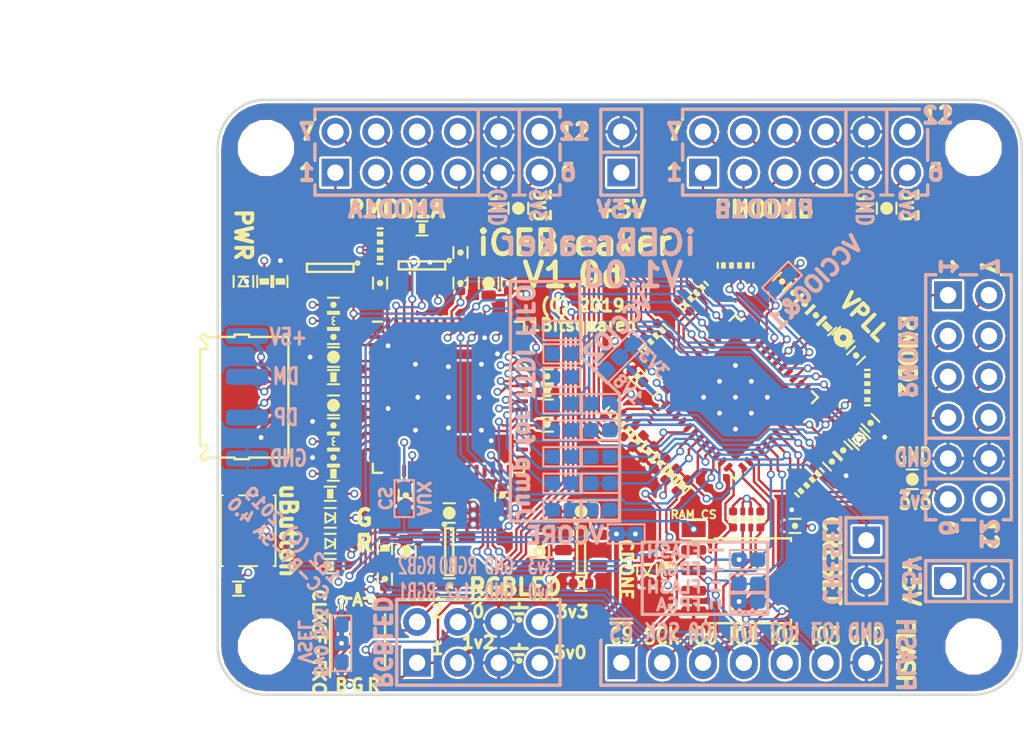
<source format=kicad_pcb>
(kicad_pcb (version 20171130) (host pcbnew "(5.0.0)")
  (title_block (title iCEBreaker) (rev V1.0d) (company 1BitSquared) (comment 1 "(C) 2019 Piotr Esden-Tempski <piotr@1bitsquared.com>") (comment 2 "(C) 2019 1BitSquared <info@1bitsquared.com>") (comment 3 "License: CC-BY-SA 4.0"))
  (layers (0 F.Cu signal) (1 In1.Cu signal) (2 In2.Cu signal) (31 B.Cu signal) (34 B.Paste user) (35 F.Paste user) (36 B.SilkS user) (37 F.SilkS user) (38 B.Mask user) (39 F.Mask user) (44 Edge.Cuts user))
  (net 0 "")
  (net 1 /~LEDG)
  (net 2 /xFIFO_~WR)
  (net 3 +3V3)
  (net 4 /iCE_SS_B)
  (net 5 +1V2)
  (net 6 /xFIFO_WKUP)
  (net 7 /~BUTTON)
  (net 8 /~LEDR)
  (net 9 /xFIFO_~RD)
  (net 10 /xFIFO_~RXF)
  (net 11 /P2_4)
  (net 12 /P2_9)
  (net 13 /xFIFO_D7)
  (net 14 /xFIFO_D6)
  (net 15 /P2_3)
  (net 16 /P2_8)
  (net 17 /xFIFO_D5)
  (net 18 /xFIFO_D4)
  (net 19 /P2_2)
  (net 20 /P2_7)
  (net 21 /xFIFO_D3)
  (net 22 /xFIFO_D2)
  (net 23 /P2_1)
  (net 24 /xFIFO_~TXE)
  (net 25 /P2_10)
  (net 26 GND)
  (net 27 "Net-(R6-Pad1)")
  (net 28 "Net-(R2-Pad1)")
  (net 29 /FTDI_CLK)
  (net 30 "Net-(C3-Pad1)")
  (net 31 +5V)
  (net 32 "Net-(C11-Pad1)")
  (net 33 /iCE_SCK)
  (net 34 "Net-(C12-Pad1)")
  (net 35 "Net-(R8-Pad1)")
  (net 36 "Net-(C13-Pad1)")
  (net 37 +1V8)
  (net 38 "Net-(R9-Pad1)")
  (net 39 /iCE_CDONE)
  (net 40 /iCE_CRESET)
  (net 41 /P1B9)
  (net 42 /P1B10)
  (net 43 /P1B4)
  (net 44 /P1A1)
  (net 45 /P1A7)
  (net 46 /P1A2)
  (net 47 /P1A8)
  (net 48 /P1A3)
  (net 49 /P1A9)
  (net 50 /P1A4)
  (net 51 /P1A10)
  (net 52 /P1B1)
  (net 53 /P1B7)
  (net 54 /P1B2)
  (net 55 /P1B8)
  (net 56 /P1B3)
  (net 57 /shield)
  (net 58 "Net-(D1-PadA)")
  (net 59 "Net-(D4-PadA)")
  (net 60 "Net-(D5-PadA)")
  (net 61 "Net-(R2-Pad5)")
  (net 62 "Net-(R2-Pad3)")
  (net 63 "Net-(C39-Pad1)")
  (net 64 /P1A1x)
  (net 65 /P1A7x)
  (net 66 /P1A2x)
  (net 67 /P1A8x)
  (net 68 /P2_4x)
  (net 69 /P2_3x)
  (net 70 /P2_2x)
  (net 71 /P2_1x)
  (net 72 /P1B7x)
  (net 73 /P1B8x)
  (net 74 /P1B9x)
  (net 75 /P1B10x)
  (net 76 /P2_10x)
  (net 77 /P2_9x)
  (net 78 /P2_8x)
  (net 79 /P2_7x)
  (net 80 /P1B1x)
  (net 81 /P1B2x)
  (net 82 /P1B3x)
  (net 83 /P1B4x)
  (net 84 /P1A10x)
  (net 85 /P1A4x)
  (net 86 /P1A9x)
  (net 87 /P1A3x)
  (net 88 /USB_DP)
  (net 89 /USB_DM)
  (net 90 /Tx_TTL|FIFO_D1)
  (net 91 /Rx_TTL|FIFO_D0)
  (net 92 /FLASH_MISO|IO1)
  (net 93 /FLASH_MOSI|IO0)
  (net 94 /FLASH_~WP~|IO2)
  (net 95 /FLASH_~HLD~|~RST~|IO3)
  (net 96 /FLASH_CS)
  (net 97 /xFIFO_D1)
  (net 98 /xFIFO_D0)
  (net 99 /VCCIO_2)
  (net 100 /VCCIO_0|1)
  (net 101 /VCCPLL)
  (net 102 /VCORE)
  (net 103 /xiCE_CRESET)
  (net 104 /iCE_SO)
  (net 105 /iCE_SI)
  (net 106 /SPI_CS)
  (net 107 "Net-(D11-Pad4)")
  (net 108 "Net-(R2-Pad8)")
  (net 109 /~LED_RGB2)
  (net 110 /~LED_RGB1)
  (net 111 /~LED_RGB0)
  (net 112 /VPP_2V5)
  (module pkl_jumpers:J_NC_0603_15 (layer B.Cu) (at 41.6 53.8 270)
    (fp_text reference J29)
    (fp_text value Jumper)
    (fp_line (start -0.2 0) (end 0.2 0) (layer B.Cu) (width 0.15))
    (pad 2 smd roundrect (at 0.575 0 270) (size 0.95 0.9) (layers B.Cu B.Mask) (net 8 /~LEDR))
    (pad 1 smd roundrect (at -0.575 0 270) (size 0.95 0.9) (layers B.Cu B.Mask) (net 106 /SPI_CS))
  )
  (module pkl_housings_dfn_qfn:QFN-48-1EP_7x7mm_Pitch0.5mm (layer F.Cu) (at 62.2 47.5 45)
    (fp_text reference U6)
    (fp_text value ICE5LP4K-SG48)
    (pad 1 smd roundrect (at -3.4 -2.75 45) (size 0.6 0.3) (layers F.Cu F.Paste F.Mask) (net 99 /VCCIO_2))
    (pad 2 smd roundrect (at -3.4 -2.25 45) (size 0.6 0.3) (layers F.Cu F.Paste F.Mask) (net 46 /P1A2))
    (pad 3 smd roundrect (at -3.4 -1.75 45) (size 0.6 0.3) (layers F.Cu F.Paste F.Mask) (net 45 /P1A7))
    (pad 4 smd roundrect (at -3.400001 -1.25 45) (size 0.6 0.3) (layers F.Cu F.Paste F.Mask) (net 44 /P1A1))
    (pad 5 smd roundrect (at -3.4 -0.75 45) (size 0.6 0.3) (layers F.Cu F.Paste F.Mask) (net 102 /VCORE))
    (pad 6 smd roundrect (at -3.4 -0.25 45) (size 0.6 0.3) (layers F.Cu F.Paste F.Mask) (net 91 /Rx_TTL|FIFO_D0))
    (pad 7 smd roundrect (at -3.4 0.25 45) (size 0.6 0.3) (layers F.Cu F.Paste F.Mask) (net 39 /iCE_CDONE))
    (pad 8 smd roundrect (at -3.4 0.75 45) (size 0.6 0.3) (layers F.Cu F.Paste F.Mask) (net 40 /iCE_CRESET))
    (pad 9 smd roundrect (at -3.400001 1.25 45) (size 0.6 0.3) (layers F.Cu F.Paste F.Mask) (net 90 /Tx_TTL|FIFO_D1))
    (pad 10 smd roundrect (at -3.4 1.75 45) (size 0.6 0.3) (layers F.Cu F.Paste F.Mask) (net 7 /~BUTTON))
    (pad 11 smd roundrect (at -3.4 2.25 45) (size 0.6 0.3) (layers F.Cu F.Paste F.Mask) (net 8 /~LEDR))
    (pad 12 smd roundrect (at -3.4 2.75 45) (size 0.6 0.3) (layers F.Cu F.Paste F.Mask) (net 94 /FLASH_~WP~|IO2))
    (pad 13 smd roundrect (at -2.75 3.4 135) (size 0.6 0.3) (layers F.Cu F.Paste F.Mask) (net 95 /FLASH_~HLD~|~RST~|IO3))
    (pad 14 smd roundrect (at -2.25 3.4 135) (size 0.6 0.3) (layers F.Cu F.Paste F.Mask) (net 104 /iCE_SO))
    (pad 15 smd roundrect (at -1.75 3.4 135) (size 0.6 0.3) (layers F.Cu F.Paste F.Mask) (net 33 /iCE_SCK))
    (pad 16 smd roundrect (at -1.25 3.400001 135) (size 0.6 0.3) (layers F.Cu F.Paste F.Mask) (net 4 /iCE_SS_B))
    (pad 17 smd roundrect (at -0.75 3.4 135) (size 0.6 0.3) (layers F.Cu F.Paste F.Mask) (net 105 /iCE_SI))
    (pad 18 smd roundrect (at -0.25 3.4 135) (size 0.6 0.3) (layers F.Cu F.Paste F.Mask) (net 25 /P2_10))
    (pad 19 smd roundrect (at 0.25 3.4 135) (size 0.6 0.3) (layers F.Cu F.Paste F.Mask) (net 11 /P2_4))
    (pad 20 smd roundrect (at 0.75 3.4 135) (size 0.6 0.3) (layers F.Cu F.Paste F.Mask) (net 12 /P2_9))
    (pad 21 smd roundrect (at 1.25 3.400001 135) (size 0.6 0.3) (layers F.Cu F.Paste F.Mask) (net 15 /P2_3))
    (pad 22 smd roundrect (at 1.75 3.4 135) (size 0.6 0.3) (layers F.Cu F.Paste F.Mask) (net 100 /VCCIO_0|1))
    (pad 23 smd roundrect (at 2.25 3.4 135) (size 0.6 0.3) (layers F.Cu F.Paste F.Mask) (net 16 /P2_8))
    (pad 24 smd roundrect (at 2.75 3.4 135) (size 0.6 0.3) (layers F.Cu F.Paste F.Mask) (net 112 /VPP_2V5))
    (pad 25 smd roundrect (at 3.4 2.75 45) (size 0.6 0.3) (layers F.Cu F.Paste F.Mask) (net 19 /P2_2))
    (pad 26 smd roundrect (at 3.4 2.25 45) (size 0.6 0.3) (layers F.Cu F.Paste F.Mask) (net 20 /P2_7))
    (pad 27 smd roundrect (at 3.4 1.75 45) (size 0.6 0.3) (layers F.Cu F.Paste F.Mask) (net 23 /P2_1))
    (pad 28 smd roundrect (at 3.400001 1.25 45) (size 0.6 0.3) (layers F.Cu F.Paste F.Mask) (net 42 /P1B10))
    (pad 29 smd roundrect (at 3.4 0.75 45) (size 0.6 0.3) (layers F.Cu F.Paste F.Mask) (net 101 /VCCPLL))
    (pad 30 smd roundrect (at 3.4 0.25 45) (size 0.6 0.3) (layers F.Cu F.Paste F.Mask) (net 102 /VCORE))
    (pad 31 smd roundrect (at 3.4 -0.25 45) (size 0.6 0.3) (layers F.Cu F.Paste F.Mask) (net 43 /P1B4))
    (pad 32 smd roundrect (at 3.4 -0.75 45) (size 0.6 0.3) (layers F.Cu F.Paste F.Mask) (net 41 /P1B9))
    (pad 33 smd roundrect (at 3.400001 -1.25 45) (size 0.6 0.3) (layers F.Cu F.Paste F.Mask) (net 100 /VCCIO_0|1))
    (pad 34 smd roundrect (at 3.4 -1.75 45) (size 0.6 0.3) (layers F.Cu F.Paste F.Mask) (net 56 /P1B3))
    (pad 35 smd roundrect (at 3.4 -2.25 45) (size 0.6 0.3) (layers F.Cu F.Paste F.Mask) (net 29 /FTDI_CLK))
    (pad 36 smd roundrect (at 3.4 -2.75 45) (size 0.6 0.3) (layers F.Cu F.Paste F.Mask) (net 55 /P1B8))
    (pad 37 smd roundrect (at 2.75 -3.4 135) (size 0.6 0.3) (layers F.Cu F.Paste F.Mask) (net 1 /~LEDG))
    (pad 38 smd roundrect (at 2.25 -3.4 135) (size 0.6 0.3) (layers F.Cu F.Paste F.Mask) (net 54 /P1B2))
    (pad 39 smd roundrect (at 1.75 -3.4 135) (size 0.6 0.3) (layers F.Cu F.Paste F.Mask) (net 109 /~LED_RGB2))
    (pad 40 smd roundrect (at 1.25 -3.400001 135) (size 0.6 0.3) (layers F.Cu F.Paste F.Mask) (net 110 /~LED_RGB1))
    (pad 41 smd roundrect (at 0.75 -3.4 135) (size 0.6 0.3) (layers F.Cu F.Paste F.Mask) (net 111 /~LED_RGB0))
    (pad 42 smd roundrect (at 0.25 -3.4 135) (size 0.6 0.3) (layers F.Cu F.Paste F.Mask) (net 53 /P1B7))
    (pad 43 smd roundrect (at -0.25 -3.4 135) (size 0.6 0.3) (layers F.Cu F.Paste F.Mask) (net 52 /P1B1))
    (pad 44 smd roundrect (at -0.75 -3.4 135) (size 0.6 0.3) (layers F.Cu F.Paste F.Mask) (net 51 /P1A10))
    (pad 45 smd roundrect (at -1.25 -3.400001 135) (size 0.6 0.3) (layers F.Cu F.Paste F.Mask) (net 50 /P1A4))
    (pad 46 smd roundrect (at -1.75 -3.4 135) (size 0.6 0.3) (layers F.Cu F.Paste F.Mask) (net 49 /P1A9))
    (pad 47 smd roundrect (at -2.25 -3.4 135) (size 0.6 0.3) (layers F.Cu F.Paste F.Mask) (net 48 /P1A3))
    (pad 48 smd roundrect (at -2.75 -3.4 135) (size 0.6 0.3) (layers F.Cu F.Paste F.Mask) (net 47 /P1A8))
    (pad 49 thru_hole circle (at 0 0 45) (size 0.5 0.5) (drill 0.3) (layers *.Cu) (net 26 GND))
    (pad 49 thru_hole circle (at 0 -1.399999 45) (size 0.5 0.5) (drill 0.3) (layers *.Cu) (net 26 GND))
    (pad 49 thru_hole circle (at 1.4 -1.4 45) (size 0.5 0.5) (drill 0.3) (layers *.Cu) (net 26 GND))
    (pad 49 thru_hole circle (at 1.399999 0 45) (size 0.5 0.5) (drill 0.3) (layers *.Cu) (net 26 GND))
    (pad 49 thru_hole circle (at 1.4 1.4 45) (size 0.5 0.5) (drill 0.3) (layers *.Cu) (net 26 GND))
    (pad 49 thru_hole circle (at 0 1.399999 45) (size 0.5 0.5) (drill 0.3) (layers *.Cu) (net 26 GND))
    (pad 49 thru_hole circle (at -1.4 1.4 45) (size 0.5 0.5) (drill 0.3) (layers *.Cu) (net 26 GND))
    (pad 49 thru_hole circle (at -1.399999 0 45) (size 0.5 0.5) (drill 0.3) (layers *.Cu) (net 26 GND))
    (pad 49 thru_hole circle (at -1.4 -1.4 45) (size 0.5 0.5) (drill 0.3) (layers *.Cu) (net 26 GND))
    (pad 49 smd roundrect (at 0 0 45) (size 5.6 5.6) (layers F.Cu F.Mask) (roundrect_rratio 0.045) (net 26 GND))
  )
  (module pkl_housings_dfn_qfn:QFN-64-4.45mm1EP_9x9mm_Pitch0.5mm (layer F.Cu) (at 44.35 47.5)
    (fp_text reference U4)
    (fp_text value FT2232H)
    (pad 65 smd roundrect (at 0 0) (size 4.45 4.45) (layers F.Cu F.Mask) (roundrect_rratio 0.05599999999999999) (net 26 GND))
    (pad 65 thru_hole circle (at -2.05 2.05) (size 0.5 0.5) (drill 0.3) (layers *.Cu) (net 26 GND))
    (pad 65 thru_hole circle (at 0 1.9) (size 0.5 0.5) (drill 0.3) (layers *.Cu F.Mask) (net 26 GND))
    (pad 65 thru_hole circle (at 2.05 2.05) (size 0.5 0.5) (drill 0.3) (layers *.Cu) (net 26 GND))
    (pad 65 thru_hole circle (at 1.9 0) (size 0.5 0.5) (drill 0.3) (layers *.Cu F.Mask) (net 26 GND))
    (pad 65 thru_hole circle (at 0 -1.9) (size 0.5 0.5) (drill 0.3) (layers *.Cu F.Mask) (net 26 GND))
    (pad 65 thru_hole circle (at 2.05 -2.05) (size 0.5 0.5) (drill 0.3) (layers *.Cu) (net 26 GND))
    (pad 65 thru_hole circle (at -2.05 -2.05) (size 0.5 0.5) (drill 0.3) (layers *.Cu) (net 26 GND))
    (pad 65 thru_hole circle (at -1.9 0) (size 0.5 0.5) (drill 0.3) (layers *.Cu F.Mask) (net 26 GND))
    (pad 65 thru_hole circle (at 0 0) (size 0.5 0.5) (drill 0.3) (layers *.Cu F.Mask) (net 26 GND))
    (pad 64 smd roundrect (at -3.75 -4.575 90) (size 0.75 0.25) (layers F.Cu F.Paste F.Mask) (net 37 +1V8))
    (pad 63 smd roundrect (at -3.25 -4.575 90) (size 0.75 0.25) (layers F.Cu F.Paste F.Mask) (net 62 "Net-(R2-Pad3)"))
    (pad 62 smd roundrect (at -2.75 -4.575 90) (size 0.75 0.25) (layers F.Cu F.Paste F.Mask) (net 28 "Net-(R2-Pad1)"))
    (pad 61 smd roundrect (at -2.25 -4.575 90) (size 0.75 0.25) (layers F.Cu F.Paste F.Mask) (net 27 "Net-(R6-Pad1)"))
    (pad 60 smd roundrect (at -1.75 -4.575 90) (size 0.75 0.25) (layers F.Cu F.Paste F.Mask))
    (pad 59 smd roundrect (at -1.25 -4.575 90) (size 0.75 0.25) (layers F.Cu F.Paste F.Mask))
    (pad 58 smd roundrect (at -0.75 -4.575 90) (size 0.75 0.25) (layers F.Cu F.Paste F.Mask))
    (pad 57 smd roundrect (at -0.25 -4.575 90) (size 0.75 0.25) (layers F.Cu F.Paste F.Mask))
    (pad 56 smd roundrect (at 0.25 -4.575 90) (size 0.75 0.25) (layers F.Cu F.Paste F.Mask) (net 3 +3V3))
    (pad 55 smd roundrect (at 0.75 -4.575 90) (size 0.75 0.25) (layers F.Cu F.Paste F.Mask) (net 6 /xFIFO_WKUP))
    (pad 54 smd roundrect (at 1.25 -4.575 90) (size 0.75 0.25) (layers F.Cu F.Paste F.Mask) (net 2 /xFIFO_~WR))
    (pad 53 smd roundrect (at 1.75 -4.575 90) (size 0.75 0.25) (layers F.Cu F.Paste F.Mask) (net 9 /xFIFO_~RD))
    (pad 52 smd roundrect (at 2.25 -4.575 90) (size 0.75 0.25) (layers F.Cu F.Paste F.Mask) (net 24 /xFIFO_~TXE))
    (pad 51 smd roundrect (at 2.75 -4.575 90) (size 0.75 0.25) (layers F.Cu F.Paste F.Mask) (net 26 GND))
    (pad 50 smd roundrect (at 3.25 -4.575 90) (size 0.75 0.25) (layers F.Cu F.Paste F.Mask) (net 3 +3V3))
    (pad 49 smd roundrect (at 3.75 -4.575 90) (size 0.75 0.25) (layers F.Cu F.Paste F.Mask) (net 37 +1V8))
    (pad 48 smd roundrect (at 4.575 -3.75) (size 0.75 0.25) (layers F.Cu F.Paste F.Mask) (net 10 /xFIFO_~RXF))
    (pad 47 smd roundrect (at 4.575 -3.25) (size 0.75 0.25) (layers F.Cu F.Paste F.Mask) (net 26 GND))
    (pad 46 smd roundrect (at 4.575 -2.75) (size 0.75 0.25) (layers F.Cu F.Paste F.Mask) (net 13 /xFIFO_D7))
    (pad 45 smd roundrect (at 4.575 -2.25) (size 0.75 0.25) (layers F.Cu F.Paste F.Mask) (net 14 /xFIFO_D6))
    (pad 44 smd roundrect (at 4.575 -1.75) (size 0.75 0.25) (layers F.Cu F.Paste F.Mask) (net 17 /xFIFO_D5))
    (pad 43 smd roundrect (at 4.575 -1.25) (size 0.75 0.25) (layers F.Cu F.Paste F.Mask) (net 18 /xFIFO_D4))
    (pad 42 smd roundrect (at 4.575 -0.75) (size 0.75 0.25) (layers F.Cu F.Paste F.Mask) (net 3 +3V3))
    (pad 41 smd roundrect (at 4.575 -0.25) (size 0.75 0.25) (layers F.Cu F.Paste F.Mask) (net 21 /xFIFO_D3))
    (pad 40 smd roundrect (at 4.575 0.25) (size 0.75 0.25) (layers F.Cu F.Paste F.Mask) (net 22 /xFIFO_D2))
    (pad 39 smd roundrect (at 4.575 0.75) (size 0.75 0.25) (layers F.Cu F.Paste F.Mask) (net 97 /xFIFO_D1))
    (pad 38 smd roundrect (at 4.575 1.25) (size 0.75 0.25) (layers F.Cu F.Paste F.Mask) (net 98 /xFIFO_D0))
    (pad 37 smd roundrect (at 4.575 1.75) (size 0.75 0.25) (layers F.Cu F.Paste F.Mask) (net 37 +1V8))
    (pad 36 smd roundrect (at 4.575 2.25) (size 0.75 0.25) (layers F.Cu F.Paste F.Mask))
    (pad 35 smd roundrect (at 4.575 2.75) (size 0.75 0.25) (layers F.Cu F.Paste F.Mask) (net 26 GND))
    (pad 34 smd roundrect (at 4.575 3.25) (size 0.75 0.25) (layers F.Cu F.Paste F.Mask))
    (pad 33 smd roundrect (at 4.575 3.75) (size 0.75 0.25) (layers F.Cu F.Paste F.Mask))
    (pad 32 smd roundrect (at 3.75 4.575 90) (size 0.75 0.25) (layers F.Cu F.Paste F.Mask))
    (pad 31 smd roundrect (at 3.25 4.575 90) (size 0.75 0.25) (layers F.Cu F.Paste F.Mask) (net 3 +3V3))
    (pad 30 smd roundrect (at 2.75 4.575 90) (size 0.75 0.25) (layers F.Cu F.Paste F.Mask))
    (pad 29 smd roundrect (at 2.25 4.575 90) (size 0.75 0.25) (layers F.Cu F.Paste F.Mask))
    (pad 28 smd roundrect (at 1.75 4.575 90) (size 0.75 0.25) (layers F.Cu F.Paste F.Mask))
    (pad 27 smd roundrect (at 1.25 4.575 90) (size 0.75 0.25) (layers F.Cu F.Paste F.Mask))
    (pad 26 smd roundrect (at 0.75 4.575 90) (size 0.75 0.25) (layers F.Cu F.Paste F.Mask))
    (pad 25 smd roundrect (at 0.25 4.575 90) (size 0.75 0.25) (layers F.Cu F.Paste F.Mask) (net 26 GND))
    (pad 24 smd roundrect (at -0.25 4.575 90) (size 0.75 0.25) (layers F.Cu F.Paste F.Mask) (net 103 /xiCE_CRESET))
    (pad 23 smd roundrect (at -0.75 4.575 90) (size 0.75 0.25) (layers F.Cu F.Paste F.Mask) (net 39 /iCE_CDONE))
    (pad 22 smd roundrect (at -1.25 4.575 90) (size 0.75 0.25) (layers F.Cu F.Paste F.Mask))
    (pad 21 smd roundrect (at -1.75 4.575 90) (size 0.75 0.25) (layers F.Cu F.Paste F.Mask) (net 4 /iCE_SS_B))
    (pad 20 smd roundrect (at -2.25 4.575 90) (size 0.75 0.25) (layers F.Cu F.Paste F.Mask) (net 3 +3V3))
    (pad 19 smd roundrect (at -2.75 4.575 90) (size 0.75 0.25) (layers F.Cu F.Paste F.Mask) (net 106 /SPI_CS))
    (pad 18 smd roundrect (at -3.25 4.575 90) (size 0.75 0.25) (layers F.Cu F.Paste F.Mask) (net 92 /FLASH_MISO|IO1))
    (pad 17 smd roundrect (at -3.75 4.575 90) (size 0.75 0.25) (layers F.Cu F.Paste F.Mask) (net 93 /FLASH_MOSI|IO0))
    (pad 16 smd roundrect (at -4.575 3.75) (size 0.75 0.25) (layers F.Cu F.Paste F.Mask) (net 33 /iCE_SCK))
    (pad 15 smd roundrect (at -4.575 3.25) (size 0.75 0.25) (layers F.Cu F.Paste F.Mask) (net 26 GND))
    (pad 14 smd roundrect (at -4.575 2.75) (size 0.75 0.25) (layers F.Cu F.Paste F.Mask) (net 38 "Net-(R9-Pad1)"))
    (pad 13 smd roundrect (at -4.575 2.25) (size 0.75 0.25) (layers F.Cu F.Paste F.Mask) (net 26 GND))
    (pad 12 smd roundrect (at -4.575 1.75) (size 0.75 0.25) (layers F.Cu F.Paste F.Mask) (net 37 +1V8))
    (pad 11 smd roundrect (at -4.575 1.25) (size 0.75 0.25) (layers F.Cu F.Paste F.Mask) (net 26 GND))
    (pad 10 smd roundrect (at -4.575 0.75) (size 0.75 0.25) (layers F.Cu F.Paste F.Mask) (net 26 GND))
    (pad 9 smd roundrect (at -4.575 0.25) (size 0.75 0.25) (layers F.Cu F.Paste F.Mask) (net 36 "Net-(C13-Pad1)"))
    (pad 8 smd roundrect (at -4.575 -0.25) (size 0.75 0.25) (layers F.Cu F.Paste F.Mask) (net 88 /USB_DP))
    (pad 7 smd roundrect (at -4.575 -0.75) (size 0.75 0.25) (layers F.Cu F.Paste F.Mask) (net 89 /USB_DM))
    (pad 6 smd roundrect (at -4.575 -1.25) (size 0.75 0.25) (layers F.Cu F.Paste F.Mask) (net 35 "Net-(R8-Pad1)"))
    (pad 5 smd roundrect (at -4.575 -1.75) (size 0.75 0.25) (layers F.Cu F.Paste F.Mask) (net 26 GND))
    (pad 4 smd roundrect (at -4.575 -2.25) (size 0.75 0.25) (layers F.Cu F.Paste F.Mask) (net 34 "Net-(C12-Pad1)"))
    (pad 3 smd roundrect (at -4.575 -2.75) (size 0.75 0.25) (layers F.Cu F.Paste F.Mask))
    (pad 2 smd roundrect (at -4.575 -3.25) (size 0.75 0.25) (layers F.Cu F.Paste F.Mask) (net 29 /FTDI_CLK))
    (pad 1 smd roundrect (at -4.575 -3.75) (size 0.75 0.25) (layers F.Cu F.Paste F.Mask) (net 26 GND))
  )
  (module pkl_dipol:C_0603 (layer F.Cu) (at 48.7 35.75 90)
    (fp_text reference C32)
    (fp_text value DNP)
    (pad 2 smd roundrect (at 0.75 0 90) (size 0.6 0.9) (layers F.Cu F.Mask) (net 3 +3V3))
    (pad 1 smd roundrect (at -0.75 0 90) (size 0.6 0.9) (layers F.Cu F.Mask) (net 26 GND))
  )
  (module pkl_dipol:C_0603 (layer F.Cu) (at 73.2 52.6)
    (fp_text reference C34)
    (fp_text value DNP)
    (pad 2 smd roundrect (at 0.75 0) (size 0.6 0.9) (layers F.Cu F.Mask) (net 3 +3V3))
    (pad 1 smd roundrect (at -0.75 0) (size 0.6 0.9) (layers F.Cu F.Mask) (net 26 GND))
  )
  (module pkl_dipol:C_0603 (layer F.Cu) (at 71.6 35.75 90)
    (fp_text reference C33)
    (fp_text value DNP)
    (pad 2 smd roundrect (at 0.75 0 90) (size 0.6 0.9) (layers F.Cu F.Mask) (net 3 +3V3))
    (pad 1 smd roundrect (at -0.75 0 90) (size 0.6 0.9) (layers F.Cu F.Mask) (net 26 GND))
  )
  (module pkl_dipol:C_0603 (layer F.Cu) (at 52.6 54.6 180)
    (fp_text reference C15)
    (fp_text value 4u7)
    (pad 2 smd roundrect (at 0.75 0 180) (size 0.6 0.9) (layers F.Cu F.Paste F.Mask) (net 26 GND))
    (pad 1 smd roundrect (at -0.75 0 180) (size 0.6 0.9) (layers F.Cu F.Paste F.Mask) (net 5 +1V2))
  )
  (module pkl_dipol:C_0603 (layer F.Cu) (at 50 57.1 270)
    (fp_text reference C8)
    (fp_text value 4u7)
    (pad 2 smd roundrect (at 0.75 0 270) (size 0.6 0.9) (layers F.Cu F.Paste F.Mask) (net 26 GND))
    (pad 1 smd roundrect (at -0.75 0 270) (size 0.6 0.9) (layers F.Cu F.Paste F.Mask) (net 31 +5V))
  )
  (module pkl_dipol:C_0603 (layer F.Cu) (at 41.7 57.1 270)
    (fp_text reference C2)
    (fp_text value 4u7)
    (pad 2 smd roundrect (at 0.75 0 270) (size 0.6 0.9) (layers F.Cu F.Paste F.Mask) (net 26 GND))
    (pad 1 smd roundrect (at -0.75 0 270) (size 0.6 0.9) (layers F.Cu F.Paste F.Mask) (net 31 +5V))
  )
  (module pkl_dipol:C_0603 (layer F.Cu) (at 44.4 54.7 180)
    (fp_text reference C5)
    (fp_text value 4u7)
    (pad 2 smd roundrect (at 0.75 0 180) (size 0.6 0.9) (layers F.Cu F.Paste F.Mask) (net 26 GND))
    (pad 1 smd roundrect (at -0.75 0 180) (size 0.6 0.9) (layers F.Cu F.Paste F.Mask) (net 3 +3V3))
  )
  (module pkl_dipol:C_0603 (layer F.Cu) (at 68.9 43.8 45)
    (fp_text reference C24)
    (fp_text value 10u)
    (pad 2 smd roundrect (at 0.75 0 45) (size 0.6 0.9) (layers F.Cu F.Paste F.Mask) (net 26 GND))
    (pad 1 smd roundrect (at -0.75 0 45) (size 0.6 0.9) (layers F.Cu F.Paste F.Mask) (net 101 /VCCPLL))
  )
  (module pkl_dipol:C_0603 (layer F.Cu) (at 37.2 48 180)
    (fp_text reference C9)
    (fp_text value 4u7)
    (pad 2 smd roundrect (at 0.75 0 180) (size 0.6 0.9) (layers F.Cu F.Paste F.Mask) (net 26 GND))
    (pad 1 smd roundrect (at -0.75 0 180) (size 0.6 0.9) (layers F.Cu F.Paste F.Mask) (net 36 "Net-(C13-Pad1)"))
  )
  (module pkl_dipol:C_0603 (layer F.Cu) (at 37.2 45 180)
    (fp_text reference C6)
    (fp_text value 4u7)
    (pad 2 smd roundrect (at 0.75 0 180) (size 0.6 0.9) (layers F.Cu F.Paste F.Mask) (net 26 GND))
    (pad 1 smd roundrect (at -0.75 0 180) (size 0.6 0.9) (layers F.Cu F.Paste F.Mask) (net 34 "Net-(C12-Pad1)"))
  )
  (module pkl_dipol:C_0603 (layer F.Cu) (at 46.85 40.4 90)
    (fp_text reference C7)
    (fp_text value 4u7)
    (pad 2 smd roundrect (at 0.75 0 90) (size 0.6 0.9) (layers F.Cu F.Paste F.Mask) (net 26 GND))
    (pad 1 smd roundrect (at -0.75 0 90) (size 0.6 0.9) (layers F.Cu F.Paste F.Mask) (net 37 +1V8))
  )
  (module pkl_dipol:D_0603 (layer F.Cu) (at 31.6 40.3 270)
    (fp_text reference D1)
    (fp_text value GRN)
    (pad C smd roundrect (at -0.75 0 90) (size 0.6 0.9) (layers F.Cu F.Paste F.Mask) (net 26 GND))
    (pad A smd roundrect (at 0.75 0 90) (size 0.6 0.9) (layers F.Cu F.Paste F.Mask) (net 58 "Net-(D1-PadA)"))
  )
  (module pkl_dipol:D_0603 (layer F.Cu) (at 56.7 58.25 90)
    (fp_text reference D3)
    (fp_text value BLU)
    (pad C smd roundrect (at -0.75 0 270) (size 0.6 0.9) (layers F.Cu F.Paste F.Mask) (net 26 GND))
    (pad A smd roundrect (at 0.75 0 270) (size 0.6 0.9) (layers F.Cu F.Paste F.Mask) (net 39 /iCE_CDONE))
  )
  (module pkl_dipol:D_0603 (layer F.Cu) (at 37 55 180)
    (fp_text reference D4)
    (fp_text value GRN)
    (pad C smd roundrect (at -0.75 0) (size 0.6 0.9) (layers F.Cu F.Paste F.Mask) (net 1 /~LEDG))
    (pad A smd roundrect (at 0.75 0) (size 0.6 0.9) (layers F.Cu F.Paste F.Mask) (net 59 "Net-(D4-PadA)"))
  )
  (module pkl_dipol:D_0603 (layer F.Cu) (at 37 56.6 180)
    (fp_text reference D5)
    (fp_text value RED)
    (pad C smd roundrect (at -0.75 0) (size 0.6 0.9) (layers F.Cu F.Paste F.Mask) (net 8 /~LEDR))
    (pad A smd roundrect (at 0.75 0) (size 0.6 0.9) (layers F.Cu F.Paste F.Mask) (net 60 "Net-(D5-PadA)"))
  )
  (module pkl_dipol:R_0402 (layer F.Cu) (at 33.9 40.3 270)
    (fp_text reference R1)
    (fp_text value 1M)
    (pad 2 smd roundrect (at 0.5 0 270) (size 0.5 0.6) (layers F.Cu F.Paste F.Mask) (net 57 /shield))
    (pad 1 smd roundrect (at -0.5 0 270) (size 0.5 0.6) (layers F.Cu F.Paste F.Mask) (net 26 GND))
  )
  (module pkl_dipol:R_0402 (layer F.Cu) (at 32.9 40.3 270)
    (fp_text reference R5)
    (fp_text value 330E)
    (pad 2 smd roundrect (at 0.5 0 270) (size 0.5 0.6) (layers F.Cu F.Paste F.Mask) (net 58 "Net-(D1-PadA)"))
    (pad 1 smd roundrect (at -0.5 0 270) (size 0.5 0.6) (layers F.Cu F.Paste F.Mask) (net 3 +3V3))
  )
  (module pkl_dipol:R_0402 (layer F.Cu) (at 42.7 37)
    (fp_text reference R6)
    (fp_text value 2k2)
    (pad 2 smd roundrect (at 0.5 0) (size 0.5 0.6) (layers F.Cu F.Paste F.Mask) (net 61 "Net-(R2-Pad5)"))
    (pad 1 smd roundrect (at -0.5 0) (size 0.5 0.6) (layers F.Cu F.Paste F.Mask) (net 27 "Net-(R6-Pad1)"))
  )
  (module pkl_dipol:R_0402 (layer F.Cu) (at 37.2 46.25 180)
    (fp_text reference R8)
    (fp_text value 12k)
    (pad 2 smd roundrect (at 0.5 0 180) (size 0.5 0.6) (layers F.Cu F.Paste F.Mask) (net 26 GND))
    (pad 1 smd roundrect (at -0.5 0 180) (size 0.5 0.6) (layers F.Cu F.Paste F.Mask) (net 35 "Net-(R8-Pad1)"))
  )
  (module pkl_dipol:R_0402 (layer F.Cu) (at 37.2 52.25 180)
    (fp_text reference R9)
    (fp_text value 10k)
    (pad 2 smd roundrect (at 0.5 0 180) (size 0.5 0.6) (layers F.Cu F.Paste F.Mask) (net 3 +3V3))
    (pad 1 smd roundrect (at -0.5 0 180) (size 0.5 0.6) (layers F.Cu F.Paste F.Mask) (net 38 "Net-(R9-Pad1)"))
  )
  (module pkl_dipol:R_0402 (layer F.Cu) (at 67.9 43.1 45)
    (fp_text reference R10)
    (fp_text value 100E)
    (pad 2 smd roundrect (at 0.499999 0 45) (size 0.5 0.6) (layers F.Cu F.Paste F.Mask) (net 102 /VCORE))
    (pad 1 smd roundrect (at -0.499999 0 45) (size 0.5 0.6) (layers F.Cu F.Paste F.Mask) (net 101 /VCCPLL))
  )
  (module pkl_dipol:R_0402 (layer F.Cu) (at 58 57.95 90)
    (fp_text reference R12)
    (fp_text value 2k2)
    (pad 2 smd roundrect (at 0.5 0 90) (size 0.5 0.6) (layers F.Cu F.Paste F.Mask) (net 39 /iCE_CDONE))
    (pad 1 smd roundrect (at -0.5 0 90) (size 0.5 0.6) (layers F.Cu F.Paste F.Mask) (net 3 +3V3))
  )
  (module pkl_dipol:R_0402 (layer F.Cu) (at 31.3 59.4 180)
    (fp_text reference R13)
    (fp_text value 10k)
    (pad 2 smd roundrect (at 0.5 0 180) (size 0.5 0.6) (layers F.Cu F.Paste F.Mask) (net 3 +3V3))
    (pad 1 smd roundrect (at -0.5 0 180) (size 0.5 0.6) (layers F.Cu F.Paste F.Mask) (net 7 /~BUTTON))
  )
  (module pkl_dipol:R_0402 (layer F.Cu) (at 37 53.5)
    (fp_text reference R14)
    (fp_text value 330E)
    (pad 2 smd roundrect (at 0.5 0) (size 0.5 0.6) (layers F.Cu F.Paste F.Mask) (net 3 +3V3))
    (pad 1 smd roundrect (at -0.5 0) (size 0.5 0.6) (layers F.Cu F.Paste F.Mask) (net 59 "Net-(D4-PadA)"))
  )
  (module pkl_dipol:R_0402 (layer F.Cu) (at 37 58)
    (fp_text reference R15)
    (fp_text value 330E)
    (pad 2 smd roundrect (at 0.5 0) (size 0.5 0.6) (layers F.Cu F.Paste F.Mask) (net 3 +3V3))
    (pad 1 smd roundrect (at -0.5 0) (size 0.5 0.6) (layers F.Cu F.Paste F.Mask) (net 60 "Net-(D5-PadA)"))
  )
  (module pkl_dipol:R_0402 (layer F.Cu) (at 58.2 52.3 45)
    (fp_text reference R19)
    (fp_text value 10k)
    (pad 2 smd roundrect (at 0.499999 0 45) (size 0.5 0.6) (layers F.Cu F.Paste F.Mask) (net 40 /iCE_CRESET))
    (pad 1 smd roundrect (at -0.499999 0 45) (size 0.5 0.6) (layers F.Cu F.Paste F.Mask) (net 3 +3V3))
  )
  (module pkl_dipol:R_0402 (layer F.Cu) (at 40.4 56.9 270)
    (fp_text reference R3)
    (fp_text value 10k)
    (pad 2 smd roundrect (at 0.5 0 270) (size 0.5 0.6) (layers F.Cu F.Paste F.Mask) (net 63 "Net-(C39-Pad1)"))
    (pad 1 smd roundrect (at -0.5 0 270) (size 0.5 0.6) (layers F.Cu F.Paste F.Mask) (net 31 +5V))
  )
  (module pkl_dipol:R_0402 (layer F.Cu) (at 50.5 47.2)
    (fp_text reference R25)
    (fp_text value 10k)
    (pad 2 smd roundrect (at 0.5 0) (size 0.5 0.6) (layers F.Cu F.Paste F.Mask) (net 26 GND))
    (pad 1 smd roundrect (at -0.5 0) (size 0.5 0.6) (layers F.Cu F.Paste F.Mask) (net 21 /xFIFO_D3))
  )
  (module pkl_dipol:R_0402 (layer F.Cu) (at 58.9 53 225)
    (fp_text reference R26)
    (fp_text value 2k2)
    (pad 2 smd roundrect (at 0.499999 0 225) (size 0.5 0.6) (layers F.Cu F.Paste F.Mask) (net 103 /xiCE_CRESET))
    (pad 1 smd roundrect (at -0.499999 0 225) (size 0.5 0.6) (layers F.Cu F.Paste F.Mask) (net 40 /iCE_CRESET))
  )
  (module pkl_dipol:L_0402 (layer F.Cu) (at 37.2 50.25)
    (fp_text reference L1)
    (fp_text value 600)
    (pad 2 smd roundrect (at 0.5 0) (size 0.5 0.6) (layers F.Cu F.Paste F.Mask) (net 36 "Net-(C13-Pad1)"))
    (pad 1 smd roundrect (at -0.5 0) (size 0.5 0.6) (layers F.Cu F.Paste F.Mask) (net 3 +3V3))
  )
  (module pkl_dipol:L_0402 (layer F.Cu) (at 37.2 42.75)
    (fp_text reference L2)
    (fp_text value 600)
    (pad 2 smd roundrect (at 0.5 0) (size 0.5 0.6) (layers F.Cu F.Paste F.Mask) (net 34 "Net-(C12-Pad1)"))
    (pad 1 smd roundrect (at -0.5 0) (size 0.5 0.6) (layers F.Cu F.Paste F.Mask) (net 3 +3V3))
  )
  (module pkl_dipol:C_0402 (layer F.Cu) (at 65.9 55.5 180)
    (fp_text reference C22)
    (fp_text value 100n)
    (pad 2 smd roundrect (at 0.5 0 180) (size 0.5 0.6) (layers F.Cu F.Paste F.Mask) (net 26 GND))
    (pad 1 smd roundrect (at -0.5 0 180) (size 0.5 0.6) (layers F.Cu F.Paste F.Mask) (net 3 +3V3))
  )
  (module pkl_dipol:C_0402 (layer F.Cu) (at 45.1 40.4 90)
    (fp_text reference C21)
    (fp_text value 100n)
    (pad 2 smd roundrect (at 0.5 0 90) (size 0.5 0.6) (layers F.Cu F.Paste F.Mask) (net 26 GND))
    (pad 1 smd roundrect (at -0.5 0 90) (size 0.5 0.6) (layers F.Cu F.Paste F.Mask) (net 3 +3V3))
  )
  (module pkl_dipol:C_0402 (layer F.Cu) (at 50.5 46.2)
    (fp_text reference C20)
    (fp_text value 100n)
    (pad 2 smd roundrect (at 0.5 0) (size 0.5 0.6) (layers F.Cu F.Paste F.Mask) (net 26 GND))
    (pad 1 smd roundrect (at -0.5 0) (size 0.5 0.6) (layers F.Cu F.Paste F.Mask) (net 3 +3V3))
  )
  (module pkl_dipol:C_0402 (layer F.Cu) (at 41.7 53.6 270)
    (fp_text reference C18)
    (fp_text value 100n)
    (pad 2 smd roundrect (at 0.5 0 270) (size 0.5 0.6) (layers F.Cu F.Paste F.Mask) (net 26 GND))
    (pad 1 smd roundrect (at -0.5 0 270) (size 0.5 0.6) (layers F.Cu F.Paste F.Mask) (net 3 +3V3))
  )
  (module pkl_dipol:C_0402 (layer F.Cu) (at 40.1 40.4 90)
    (fp_text reference C17)
    (fp_text value 100n)
    (pad 2 smd roundrect (at 0.5 0 90) (size 0.5 0.6) (layers F.Cu F.Paste F.Mask) (net 26 GND))
    (pad 1 smd roundrect (at -0.5 0 90) (size 0.5 0.6) (layers F.Cu F.Paste F.Mask) (net 37 +1V8))
  )
  (module pkl_dipol:C_0402 (layer F.Cu) (at 37.2 51.25 180)
    (fp_text reference C14)
    (fp_text value 100n)
    (pad 2 smd roundrect (at 0.5 0 180) (size 0.5 0.6) (layers F.Cu F.Paste F.Mask) (net 26 GND))
    (pad 1 smd roundrect (at -0.5 0 180) (size 0.5 0.6) (layers F.Cu F.Paste F.Mask) (net 37 +1V8))
  )
  (module pkl_dipol:C_0402 (layer F.Cu) (at 37.2 49.25 180)
    (fp_text reference C13)
    (fp_text value 100n)
    (pad 2 smd roundrect (at 0.5 0 180) (size 0.5 0.6) (layers F.Cu F.Paste F.Mask) (net 26 GND))
    (pad 1 smd roundrect (at -0.5 0 180) (size 0.5 0.6) (layers F.Cu F.Paste F.Mask) (net 36 "Net-(C13-Pad1)"))
  )
  (module pkl_dipol:C_0402 (layer F.Cu) (at 37.2 43.75 180)
    (fp_text reference C12)
    (fp_text value 100n)
    (pad 2 smd roundrect (at 0.5 0 180) (size 0.5 0.6) (layers F.Cu F.Paste F.Mask) (net 26 GND))
    (pad 1 smd roundrect (at -0.5 0 180) (size 0.5 0.6) (layers F.Cu F.Paste F.Mask) (net 34 "Net-(C12-Pad1)"))
  )
  (module pkl_dipol:C_0402 (layer F.Cu) (at 52.6 59.1 180)
    (fp_text reference C11)
    (fp_text value 10n)
    (pad 2 smd roundrect (at 0.5 0 180) (size 0.5 0.6) (layers F.Cu F.Paste F.Mask) (net 26 GND))
    (pad 1 smd roundrect (at -0.5 0 180) (size 0.5 0.6) (layers F.Cu F.Paste F.Mask) (net 32 "Net-(C11-Pad1)"))
  )
  (module pkl_dipol:C_0402 (layer F.Cu) (at 48.1 40.4 90)
    (fp_text reference C10)
    (fp_text value 100n)
    (pad 2 smd roundrect (at 0.5 0 90) (size 0.5 0.6) (layers F.Cu F.Paste F.Mask) (net 26 GND))
    (pad 1 smd roundrect (at -0.5 0 90) (size 0.5 0.6) (layers F.Cu F.Paste F.Mask) (net 37 +1V8))
  )
  (module pkl_dipol:C_0402 (layer F.Cu) (at 50.5 49.2)
    (fp_text reference C16)
    (fp_text value 100n)
    (pad 2 smd roundrect (at 0.5 0) (size 0.5 0.6) (layers F.Cu F.Paste F.Mask) (net 26 GND))
    (pad 1 smd roundrect (at -0.5 0) (size 0.5 0.6) (layers F.Cu F.Paste F.Mask) (net 37 +1V8))
  )
  (module pkl_dipol:C_0402 (layer F.Cu) (at 65.1 40.3 45)
    (fp_text reference C30)
    (fp_text value 100n)
    (pad 2 smd roundrect (at 0.499999 0 45) (size 0.5 0.6) (layers F.Cu F.Paste F.Mask) (net 26 GND))
    (pad 1 smd roundrect (at -0.499999 0 45) (size 0.5 0.6) (layers F.Cu F.Paste F.Mask) (net 100 /VCCIO_0|1))
  )
  (module pkl_dipol:C_0402 (layer F.Cu) (at 68.2 51.5 315)
    (fp_text reference C31)
    (fp_text value 100n)
    (pad 2 smd roundrect (at 0.499999 0 315) (size 0.5 0.6) (layers F.Cu F.Paste F.Mask) (net 26 GND))
    (pad 1 smd roundrect (at -0.499999 0 315) (size 0.5 0.6) (layers F.Cu F.Paste F.Mask) (net 100 /VCCIO_0|1))
  )
  (module pkl_dipol:C_0402 (layer F.Cu) (at 68.9 50.8 135)
    (fp_text reference C29)
    (fp_text value 100n)
    (pad 2 smd roundrect (at 0.499999 0 135) (size 0.5 0.6) (layers F.Cu F.Paste F.Mask) (net 26 GND))
    (pad 1 smd roundrect (at -0.499999 0 135) (size 0.5 0.6) (layers F.Cu F.Paste F.Mask) (net 3 +3V3))
  )
  (module pkl_dipol:C_0402 (layer F.Cu) (at 67.2 42.4 45)
    (fp_text reference C28)
    (fp_text value 10n)
    (pad 2 smd roundrect (at 0.499999 0 45) (size 0.5 0.6) (layers F.Cu F.Paste F.Mask) (net 26 GND))
    (pad 1 smd roundrect (at -0.499999 0 45) (size 0.5 0.6) (layers F.Cu F.Paste F.Mask) (net 102 /VCORE))
  )
  (module pkl_dipol:C_0402 (layer F.Cu) (at 56.1 46.2 315)
    (fp_text reference C27)
    (fp_text value 100n)
    (pad 2 smd roundrect (at 0.499999 0 315) (size 0.5 0.6) (layers F.Cu F.Paste F.Mask) (net 99 /VCCIO_2))
    (pad 1 smd roundrect (at -0.499999 0 315) (size 0.5 0.6) (layers F.Cu F.Paste F.Mask) (net 26 GND))
  )
  (module pkl_dipol:C_0402 (layer F.Cu) (at 69.7 44.9 45)
    (fp_text reference C26)
    (fp_text value 100n)
    (pad 2 smd roundrect (at 0.499999 0 45) (size 0.5 0.6) (layers F.Cu F.Paste F.Mask) (net 26 GND))
    (pad 1 smd roundrect (at -0.499999 0 45) (size 0.5 0.6) (layers F.Cu F.Paste F.Mask) (net 101 /VCCPLL))
  )
  (module pkl_dipol:C_0402 (layer F.Cu) (at 66.5 41.7 45)
    (fp_text reference C25)
    (fp_text value 100n)
    (pad 2 smd roundrect (at 0.499999 0 45) (size 0.5 0.6) (layers F.Cu F.Paste F.Mask) (net 26 GND))
    (pad 1 smd roundrect (at -0.499999 0 45) (size 0.5 0.6) (layers F.Cu F.Paste F.Mask) (net 102 /VCORE))
  )
  (module pkl_dipol:C_0402 (layer F.Cu) (at 47.7 53.6 270)
    (fp_text reference C19)
    (fp_text value 100n)
    (pad 2 smd roundrect (at 0.5 0 270) (size 0.5 0.6) (layers F.Cu F.Paste F.Mask) (net 26 GND))
    (pad 1 smd roundrect (at -0.5 0 270) (size 0.5 0.6) (layers F.Cu F.Paste F.Mask) (net 3 +3V3))
  )
  (module pkl_dipol:C_0402 (layer F.Cu) (at 45.1 38.5 90)
    (fp_text reference C1)
    (fp_text value 100n)
    (pad 2 smd roundrect (at 0.5 0 90) (size 0.5 0.6) (layers F.Cu F.Paste F.Mask) (net 26 GND))
    (pad 1 smd roundrect (at -0.5 0 90) (size 0.5 0.6) (layers F.Cu F.Paste F.Mask) (net 3 +3V3))
  )
  (module pkl_dipol:C_0402 (layer F.Cu) (at 44.4 59.2 180)
    (fp_text reference C3)
    (fp_text value 10n)
    (pad 2 smd roundrect (at 0.5 0 180) (size 0.5 0.6) (layers F.Cu F.Paste F.Mask) (net 26 GND))
    (pad 1 smd roundrect (at -0.5 0 180) (size 0.5 0.6) (layers F.Cu F.Paste F.Mask) (net 30 "Net-(C3-Pad1)"))
  )
  (module pkl_dipol:C_0402 (layer F.Cu) (at 37.2 41.75)
    (fp_text reference C4)
    (fp_text value 100n)
    (pad 2 smd roundrect (at 0.5 0) (size 0.5 0.6) (layers F.Cu F.Paste F.Mask) (net 26 GND))
    (pad 1 smd roundrect (at -0.5 0) (size 0.5 0.6) (layers F.Cu F.Paste F.Mask) (net 3 +3V3))
  )
  (module pkl_dipol:C_0402 (layer F.Cu) (at 65.8 41 45)
    (fp_text reference C23)
    (fp_text value 1u)
    (pad 2 smd roundrect (at 0.499999 0 45) (size 0.5 0.6) (layers F.Cu F.Paste F.Mask) (net 26 GND))
    (pad 1 smd roundrect (at -0.499999 0 45) (size 0.5 0.6) (layers F.Cu F.Paste F.Mask) (net 102 /VCORE))
  )
  (module pkl_dipol:C_0402 (layer F.Cu) (at 70.6 49.1 315)
    (fp_text reference C35)
    (fp_text value DNP)
    (pad 2 smd roundrect (at 0.499999 0 315) (size 0.5 0.6) (layers F.Cu F.Paste F.Mask) (net 26 GND))
    (pad 1 smd roundrect (at -0.499999 0 315) (size 0.5 0.6) (layers F.Cu F.Paste F.Mask) (net 112 /VPP_2V5))
  )
  (module pkl_dipol:C_0402 (layer F.Cu) (at 56.125001 50.2322 225)
    (fp_text reference C38)
    (fp_text value 10n)
    (pad 2 smd roundrect (at 0.499999 0 225) (size 0.5 0.6) (layers F.Cu F.Paste F.Mask) (net 26 GND))
    (pad 1 smd roundrect (at -0.499999 0 225) (size 0.5 0.6) (layers F.Cu F.Paste F.Mask) (net 102 /VCORE))
  )
  (module pkl_dipol:C_0402 (layer F.Cu) (at 56.8 50.9 225)
    (fp_text reference C37)
    (fp_text value 100n)
    (pad 2 smd roundrect (at 0.499999 0 225) (size 0.5 0.6) (layers F.Cu F.Paste F.Mask) (net 26 GND))
    (pad 1 smd roundrect (at -0.499999 0 225) (size 0.5 0.6) (layers F.Cu F.Paste F.Mask) (net 102 /VCORE))
  )
  (module pkl_dipol:C_0402 (layer F.Cu) (at 57.5 51.6 225)
    (fp_text reference C36)
    (fp_text value 1u)
    (pad 2 smd roundrect (at 0.499999 0 225) (size 0.5 0.6) (layers F.Cu F.Paste F.Mask) (net 26 GND))
    (pad 1 smd roundrect (at -0.499999 0 225) (size 0.5 0.6) (layers F.Cu F.Paste F.Mask) (net 102 /VCORE))
  )
  (module pkl_dipol:C_0402 (layer F.Cu) (at 40.4 58.8 270)
    (fp_text reference C39)
    (fp_text value 1u)
    (pad 2 smd roundrect (at 0.5 0 270) (size 0.5 0.6) (layers F.Cu F.Paste F.Mask) (net 26 GND))
    (pad 1 smd roundrect (at -0.5 0 270) (size 0.5 0.6) (layers F.Cu F.Paste F.Mask) (net 63 "Net-(C39-Pad1)"))
  )
  (module pkl_housings_sot:SOT-23-6 (layer F.Cu) (at 42.7 39.3 90)
    (fp_text reference U1)
    (fp_text value 93C46B-SOT-23-6)
    (pad 1 smd roundrect (at 1.1 0.95 270) (size 1.06 0.65) (layers F.Cu F.Paste F.Mask) (net 61 "Net-(R2-Pad5)"))
    (pad 2 smd roundrect (at 1.1 0 270) (size 1.06 0.65) (layers F.Cu F.Paste F.Mask) (net 26 GND))
    (pad 3 smd roundrect (at 1.1 -0.95 270) (size 1.06 0.65) (layers F.Cu F.Paste F.Mask) (net 27 "Net-(R6-Pad1)"))
    (pad 4 smd roundrect (at -1.1 -0.95 270) (size 1.06 0.65) (layers F.Cu F.Paste F.Mask) (net 28 "Net-(R2-Pad1)"))
    (pad 6 smd roundrect (at -1.1 0.95 270) (size 1.06 0.65) (layers F.Cu F.Paste F.Mask) (net 3 +3V3))
    (pad 5 smd roundrect (at -1.1 0 270) (size 1.06 0.65) (layers F.Cu F.Paste F.Mask) (net 62 "Net-(R2-Pad3)"))
  )
  (module pkl_housings_sot:SOT-23-5 (layer F.Cu) (at 44.4 57.1 180)
    (fp_text reference U2)
    (fp_text value 3.3V)
    (pad 5 smd roundrect (at -1.1 0.95) (size 1.06 0.65) (layers F.Cu F.Paste F.Mask) (net 3 +3V3))
    (pad 4 smd roundrect (at -1.1 -0.95) (size 1.06 0.65) (layers F.Cu F.Paste F.Mask) (net 30 "Net-(C3-Pad1)"))
    (pad 3 smd roundrect (at 1.1 -0.95) (size 1.06 0.65) (layers F.Cu F.Paste F.Mask) (net 63 "Net-(C39-Pad1)"))
    (pad 2 smd roundrect (at 1.1 0) (size 1.06 0.65) (layers F.Cu F.Paste F.Mask) (net 26 GND))
    (pad 1 smd roundrect (at 1.1 0.95) (size 1.06 0.65) (layers F.Cu F.Paste F.Mask) (net 31 +5V))
  )
  (module pkl_housings_sot:SOT-23-5 (layer F.Cu) (at 52.6 57 180)
    (fp_text reference U3)
    (fp_text value 1V2)
    (pad 1 smd roundrect (at 1.1 0.95) (size 1.06 0.65) (layers F.Cu F.Paste F.Mask) (net 31 +5V))
    (pad 2 smd roundrect (at 1.1 0) (size 1.06 0.65) (layers F.Cu F.Paste F.Mask) (net 26 GND))
    (pad 3 smd roundrect (at 1.1 -0.95) (size 1.06 0.65) (layers F.Cu F.Paste F.Mask) (net 31 +5V))
    (pad 4 smd roundrect (at -1.1 -0.95) (size 1.06 0.65) (layers F.Cu F.Paste F.Mask) (net 32 "Net-(C11-Pad1)"))
    (pad 5 smd roundrect (at -1.1 0.95) (size 1.06 0.65) (layers F.Cu F.Paste F.Mask) (net 5 +1V2))
  )
  (module pkl_connectors:Connector_USB_Micro_B_SMD (layer F.Cu) (at 31.5 47.5 180)
    (fp_text reference P1)
    (fp_text value pkl_USB_OTG hide)
    (pad GND smd roundrect (at 0 1.2 270) (size 1.9 1.9) (layers F.Cu F.Paste F.Mask) (net 57 /shield))
    (pad GND smd roundrect (at 0 -1.2 270) (size 1.9 1.9) (layers F.Cu F.Paste F.Mask) (net 57 /shield))
    (pad GND smd roundrect (at 0 -3.8 270) (size 1.8 1.9) (layers F.Cu F.Paste F.Mask) (net 57 /shield))
    (pad GND smd roundrect (at 0 3.8 270) (size 1.8 1.9) (layers F.Cu F.Paste F.Mask) (net 57 /shield))
    (pad GND smd roundrect (at -2.55 -3.1 270) (size 2.1 1.6) (layers F.Cu F.Paste F.Mask) (net 57 /shield))
    (pad GND smd roundrect (at -2.55 3.1 270) (size 2.1 1.6) (layers F.Cu F.Paste F.Mask) (net 57 /shield))
    (pad 1 smd roundrect (at -2.675 1.3 270) (size 0.4 1.35) (layers F.Cu F.Paste F.Mask) (net 31 +5V))
    (pad 2 smd roundrect (at -2.675 0.65 270) (size 0.4 1.35) (layers F.Cu F.Paste F.Mask) (net 89 /USB_DM))
    (pad 3 smd roundrect (at -2.675 0 270) (size 0.4 1.35) (layers F.Cu F.Paste F.Mask) (net 88 /USB_DP))
    (pad 4 smd roundrect (at -2.675 -0.65 270) (size 0.4 1.35) (layers F.Cu F.Paste F.Mask))
    (pad 5 smd roundrect (at -2.675 -1.3 270) (size 0.4 1.35) (layers F.Cu F.Paste F.Mask) (net 26 GND))
  )
  (module pkl_housings_soic:SOIC-8_5.3x5.3mm_Pitch1.27mm (layer F.Cu) (at 63 58.9)
    (fp_text reference U5)
    (fp_text value W25Q)
    (pad 1 smd roundrect (at -3.4 -1.905) (size 1.55 0.6) (layers F.Cu F.Paste F.Mask) (net 96 /FLASH_CS))
    (pad 2 smd roundrect (at -3.4 -0.635) (size 1.55 0.6) (layers F.Cu F.Paste F.Mask) (net 92 /FLASH_MISO|IO1))
    (pad 3 smd roundrect (at -3.4 0.635) (size 1.55 0.6) (layers F.Cu F.Paste F.Mask) (net 94 /FLASH_~WP~|IO2))
    (pad 4 smd roundrect (at -3.4 1.905) (size 1.55 0.6) (layers F.Cu F.Paste F.Mask) (net 26 GND))
    (pad 5 smd roundrect (at 3.4 1.905) (size 1.55 0.6) (layers F.Cu F.Paste F.Mask) (net 93 /FLASH_MOSI|IO0))
    (pad 6 smd roundrect (at 3.4 0.635) (size 1.55 0.6) (layers F.Cu F.Paste F.Mask) (net 33 /iCE_SCK))
    (pad 7 smd roundrect (at 3.4 -0.635) (size 1.55 0.6) (layers F.Cu F.Paste F.Mask) (net 95 /FLASH_~HLD~|~RST~|IO3))
    (pad 8 smd roundrect (at 3.4 -1.905) (size 1.55 0.6) (layers F.Cu F.Paste F.Mask) (net 3 +3V3))
  )
  (module pkl_housings_sot:SOT-23-5 (layer F.Cu) (at 37 39.45 90)
    (fp_text reference U7)
    (fp_text value 12MHz)
    (pad 1 smd roundrect (at 1.1 0.95 270) (size 1.06 0.65) (layers F.Cu F.Paste F.Mask) (net 26 GND))
    (pad 2 smd roundrect (at 1.1 0 270) (size 1.06 0.65) (layers F.Cu F.Paste F.Mask))
    (pad 3 smd roundrect (at 1.1 -0.95 270) (size 1.06 0.65) (layers F.Cu F.Paste F.Mask) (net 108 "Net-(R2-Pad8)"))
    (pad 4 smd roundrect (at -1.1 -0.95 270) (size 1.06 0.65) (layers F.Cu F.Paste F.Mask) (net 3 +3V3))
    (pad 5 smd roundrect (at -1.1 0.95 270) (size 1.06 0.65) (layers F.Cu F.Paste F.Mask) (net 29 /FTDI_CLK))
  )
  (module pkl_pads:PAD_SMD_1x2.65 (layer B.Cu) (at 31.84 48.77)
    (fp_text reference P4 hide)
    (fp_text value UP hide)
    (pad 1 smd roundrect (at 0 0) (size 2.65 1) (layers B.Cu B.Mask) (net 88 /USB_DP))
  )
  (module pkl_pads:PAD_SMD_1x2.65 (layer B.Cu) (at 31.84 46.23)
    (fp_text reference P3 hide)
    (fp_text value UP hide)
    (pad 1 smd roundrect (at 0 0) (size 2.65 1) (layers B.Cu B.Mask) (net 89 /USB_DM))
  )
  (module pkl_pads:PAD_SMD_1x2.65 (layer B.Cu) (at 31.84 43.69)
    (fp_text reference P2 hide)
    (fp_text value UP hide)
    (pad 1 smd roundrect (at 0 0) (size 2.65 1) (layers B.Cu B.Mask) (net 31 +5V))
  )
  (module pkl_pads:PAD_SMD_1x2.65 (layer B.Cu) (at 31.84 51.31)
    (fp_text reference P5 hide)
    (fp_text value UP hide)
    (pad 1 smd roundrect (at 0 0) (size 2.65 1) (layers B.Cu B.Mask) (net 26 GND))
  )
  (module Connector_PinHeader_2.54mm:PinHeader_2x01_P2.54mm_Vertical (layer F.Cu) (at 70.34 56.39 270)
    (fp_text reference J28)
    (fp_text value CRESET)
    (pad 2 thru_hole oval (at 2.54 0 270) (size 1.7 1.7) (drill 1) (layers *.Cu *.Mask) (net 26 GND))
    (pad 1 thru_hole rect (at 0 0 270) (size 1.7 1.7) (drill 1) (layers *.Cu *.Mask) (net 40 /iCE_CRESET))
  )
  (module pkl_buttons_switches:SW_SPST_3x4x2.5 (layer F.Cu) (at 31.9 55.8 270)
    (fp_text reference SW1)
    (fp_text value TACT)
    (pad 2 smd roundrect (at 2.3 1.125 270) (size 1 0.7) (layers F.Cu F.Paste F.Mask) (net 26 GND))
    (pad 2 smd roundrect (at -2.3 1.125 270) (size 1 0.7) (layers F.Cu F.Paste F.Mask) (net 26 GND))
    (pad 1 smd roundrect (at 2.3 -1.125 270) (size 1 0.7) (layers F.Cu F.Paste F.Mask) (net 7 /~BUTTON))
    (pad 1 smd roundrect (at -2.3 -1.125 270) (size 1 0.7) (layers F.Cu F.Paste F.Mask) (net 7 /~BUTTON))
  )
  (module pkl_pads:PAD_SMD_1x1.5 (layer F.Cu) (at 59.6 55.7)
    (fp_text reference P6)
    (fp_text value RAM_CS)
    (pad 1 smd rect (at 0 0) (size 1.5 1) (layers F.Cu F.Mask) (net 1 /~LEDG))
  )
  (module pkl_jumpers:J_0603 (layer B.Cu) (at 53.8 54.5)
    (fp_text reference J13)
    (fp_text value Jumper hide)
    (pad 2 smd roundrect (at 0.575 0) (size 0.95 0.9) (layers B.Cu B.Mask) (net 7 /~BUTTON))
    (pad 1 smd roundrect (at -0.575 0) (size 0.95 0.9) (layers B.Cu B.Mask) (net 6 /xFIFO_WKUP))
  )
  (module pkl_jumpers:J_0603 (layer B.Cu) (at 51.4 54.5)
    (fp_text reference J11)
    (fp_text value Jumper hide)
    (pad 2 smd roundrect (at 0.575 0) (size 0.95 0.9) (layers B.Cu B.Mask) (net 8 /~LEDR))
    (pad 1 smd roundrect (at -0.575 0) (size 0.95 0.9) (layers B.Cu B.Mask) (net 9 /xFIFO_~RD))
  )
  (module pkl_jumpers:J_0603 (layer B.Cu) (at 51.4 46.25)
    (fp_text reference J9)
    (fp_text value Jumper hide)
    (pad 2 smd roundrect (at 0.575 0) (size 0.95 0.9) (layers B.Cu B.Mask) (net 20 /P2_7))
    (pad 1 smd roundrect (at -0.575 0) (size 0.95 0.9) (layers B.Cu B.Mask) (net 10 /xFIFO_~RXF))
  )
  (module pkl_jumpers:J_0603 (layer B.Cu) (at 51.4 47.9)
    (fp_text reference J8)
    (fp_text value Jumper hide)
    (pad 2 smd roundrect (at 0.575 0) (size 0.95 0.9) (layers B.Cu B.Mask) (net 19 /P2_2))
    (pad 1 smd roundrect (at -0.575 0) (size 0.95 0.9) (layers B.Cu B.Mask) (net 13 /xFIFO_D7))
  )
  (module pkl_jumpers:J_0603 (layer B.Cu) (at 53.8 47.9)
    (fp_text reference J7)
    (fp_text value Jumper hide)
    (pad 2 smd roundrect (at 0.575 0) (size 0.95 0.9) (layers B.Cu B.Mask) (net 16 /P2_8))
    (pad 1 smd roundrect (at -0.575 0) (size 0.95 0.9) (layers B.Cu B.Mask) (net 14 /xFIFO_D6))
  )
  (module pkl_jumpers:J_0603 (layer B.Cu) (at 51.4 49.55)
    (fp_text reference J6)
    (fp_text value Jumper hide)
    (pad 2 smd roundrect (at 0.575 0) (size 0.95 0.9) (layers B.Cu B.Mask) (net 15 /P2_3))
    (pad 1 smd roundrect (at -0.575 0) (size 0.95 0.9) (layers B.Cu B.Mask) (net 17 /xFIFO_D5))
  )
  (module pkl_jumpers:J_0603 (layer B.Cu) (at 53.8 49.55)
    (fp_text reference J5)
    (fp_text value Jumper hide)
    (pad 2 smd roundrect (at 0.575 0) (size 0.95 0.9) (layers B.Cu B.Mask) (net 12 /P2_9))
    (pad 1 smd roundrect (at -0.575 0) (size 0.95 0.9) (layers B.Cu B.Mask) (net 18 /xFIFO_D4))
  )
  (module pkl_jumpers:J_0603 (layer B.Cu) (at 51.4 51.2)
    (fp_text reference J4)
    (fp_text value Jumper hide)
    (pad 2 smd roundrect (at 0.575 0) (size 0.95 0.9) (layers B.Cu B.Mask) (net 11 /P2_4))
    (pad 1 smd roundrect (at -0.575 0) (size 0.95 0.9) (layers B.Cu B.Mask) (net 21 /xFIFO_D3))
  )
  (module pkl_jumpers:J_0603 (layer B.Cu) (at 53.8 51.2)
    (fp_text reference J3)
    (fp_text value Jumper hide)
    (pad 2 smd roundrect (at 0.575 0) (size 0.95 0.9) (layers B.Cu B.Mask) (net 25 /P2_10))
    (pad 1 smd roundrect (at -0.575 0) (size 0.95 0.9) (layers B.Cu B.Mask) (net 22 /xFIFO_D2))
  )
  (module pkl_jumpers:J_0603 (layer B.Cu) (at 51.4 44.8)
    (fp_text reference J10)
    (fp_text value Jumper hide)
    (pad 2 smd roundrect (at 0.575 0) (size 0.95 0.9) (layers B.Cu B.Mask) (net 23 /P2_1))
    (pad 1 smd roundrect (at -0.575 0) (size 0.95 0.9) (layers B.Cu B.Mask) (net 24 /xFIFO_~TXE))
  )
  (module pkl_jumpers:J_0603 (layer B.Cu) (at 51.4 43.35)
    (fp_text reference J12)
    (fp_text value Jumper hide)
    (pad 2 smd roundrect (at 0.575 0) (size 0.95 0.9) (layers B.Cu B.Mask) (net 1 /~LEDG))
    (pad 1 smd roundrect (at -0.575 0) (size 0.95 0.9) (layers B.Cu B.Mask) (net 2 /xFIFO_~WR))
  )
  (module pkl_jumpers:J_NC_0603_15 (layer B.Cu) (at 63 60.2 180)
    (fp_text reference J15)
    (fp_text value Jumper)
    (fp_line (start -0.2 0) (end 0.2 0) (layer B.Cu) (width 0.15))
    (pad 2 smd roundrect (at 0.575 0 180) (size 0.95 0.9) (layers B.Cu B.Mask) (net 104 /iCE_SO))
    (pad 1 smd roundrect (at -0.575 0 180) (size 0.95 0.9) (layers B.Cu B.Mask) (net 93 /FLASH_MOSI|IO0))
  )
  (module pkl_jumpers:J_NC_0603_15 (layer B.Cu) (at 63 57.6)
    (fp_text reference J18)
    (fp_text value Jumper)
    (fp_line (start -0.2 0) (end 0.2 0) (layer B.Cu) (width 0.15))
    (pad 2 smd roundrect (at 0.575 0) (size 0.95 0.9) (layers B.Cu B.Mask) (net 4 /iCE_SS_B))
    (pad 1 smd roundrect (at -0.575 0) (size 0.95 0.9) (layers B.Cu B.Mask) (net 96 /FLASH_CS))
  )
  (module pkl_jumpers:J_NC_0603_15 (layer B.Cu) (at 63 59.1 180)
    (fp_text reference J16)
    (fp_text value Jumper)
    (fp_line (start -0.2 0) (end 0.2 0) (layer B.Cu) (width 0.15))
    (pad 2 smd roundrect (at 0.575 0 180) (size 0.95 0.9) (layers B.Cu B.Mask) (net 92 /FLASH_MISO|IO1))
    (pad 1 smd roundrect (at -0.575 0 180) (size 0.95 0.9) (layers B.Cu B.Mask) (net 105 /iCE_SI))
  )
  (module pkl_jumpers:J_NC_0603_15 (layer B.Cu) (at 51.4 52.85)
    (fp_text reference J2)
    (fp_text value Jumper)
    (fp_line (start -0.2 0) (end 0.2 0) (layer B.Cu) (width 0.15))
    (pad 2 smd roundrect (at 0.575 0) (size 0.95 0.9) (layers B.Cu B.Mask) (net 90 /Tx_TTL|FIFO_D1))
    (pad 1 smd roundrect (at -0.575 0) (size 0.95 0.9) (layers B.Cu B.Mask) (net 97 /xFIFO_D1))
  )
  (module pkl_jumpers:J_NC_0603_15 (layer B.Cu) (at 53.8 52.85)
    (fp_text reference J1)
    (fp_text value Jumper)
    (fp_line (start -0.2 0) (end 0.2 0) (layer B.Cu) (width 0.15))
    (pad 2 smd roundrect (at 0.575 0) (size 0.95 0.9) (layers B.Cu B.Mask) (net 91 /Rx_TTL|FIFO_D0))
    (pad 1 smd roundrect (at -0.575 0) (size 0.95 0.9) (layers B.Cu B.Mask) (net 98 /xFIFO_D0))
  )
  (module pkl_jumpers:J_NC_0603_30 (layer B.Cu) (at 55.4 56 180)
    (fp_text reference J14)
    (fp_text value Jumper)
    (fp_line (start -0.2 0) (end 0.2 0) (layer B.Cu) (width 0.3))
    (pad 2 smd roundrect (at 0.575 0 180) (size 0.95 0.9) (layers B.Cu B.Mask) (net 5 +1V2))
    (pad 1 smd roundrect (at -0.575 0 180) (size 0.95 0.9) (layers B.Cu B.Mask) (net 102 /VCORE))
  )
  (module pkl_jumpers:J_NC_0603_30 (layer B.Cu) (at 65.1 40.3 45)
    (fp_text reference J19)
    (fp_text value Jumper)
    (fp_line (start -0.2 0) (end 0.2 0) (layer B.Cu) (width 0.3))
    (pad 2 smd roundrect (at 0.574999 0 45) (size 0.95 0.9) (layers B.Cu B.Mask) (net 3 +3V3))
    (pad 1 smd roundrect (at -0.574999 0 45) (size 0.95 0.9) (layers B.Cu B.Mask) (net 100 /VCCIO_0|1))
  )
  (module pkl_jumpers:J_NCNO_0903_30 (layer B.Cu) (at 55 45 225)
    (fp_text reference J17)
    (fp_text value Jumper)
    (fp_line (start -0.775 0) (end -0.375 0) (layer B.Cu) (width 0.3))
    (pad 3 smd roundrect (at 1.15 0 225) (size 0.95 0.9) (layers B.Cu B.Mask) (net 37 +1V8))
    (pad 2 smd roundrect (at 0 0 225) (size 0.95 0.9) (layers B.Cu B.Mask) (net 99 /VCCIO_2))
    (pad 1 smd roundrect (at -1.15 0 225) (size 0.95 0.9) (layers B.Cu B.Mask) (net 3 +3V3))
  )
  (module pkl_jumpers:J_NCNO_0903_30 (layer B.Cu) (at 37.7 62.8 270)
    (fp_text reference J30)
    (fp_text value Jumper)
    (fp_line (start -0.775 0) (end -0.375 0) (layer B.Cu) (width 0.3))
    (pad 3 smd roundrect (at 1.15 0 270) (size 0.95 0.9) (layers B.Cu B.Mask) (net 31 +5V))
    (pad 2 smd roundrect (at 0 0 270) (size 0.95 0.9) (layers B.Cu B.Mask) (net 107 "Net-(D11-Pad4)"))
    (pad 1 smd roundrect (at -1.15 0 270) (size 0.95 0.9) (layers B.Cu B.Mask) (net 3 +3V3))
  )
  (module pkl_dipol:D_SOD-523 (layer F.Cu) (at 69.9 50.1 315)
    (fp_text reference D2)
    (fp_text value ~~800mVf)
    (pad C smd roundrect (at -0.7 0 135) (size 0.5 0.6) (layers F.Cu F.Paste F.Mask) (net 112 /VPP_2V5))
    (pad A smd roundrect (at 0.7 0 135) (size 0.5 0.6) (layers F.Cu F.Paste F.Mask) (net 3 +3V3))
  )
  (module pkl_dipol:R_Array_Convex_4x0402 (layer F.Cu) (at 62.9 55.1 270)
    (fp_text reference R11)
    (fp_text value 10k)
    (pad 8 smd roundrect (at 0.5 0.85 270) (size 0.5 0.5) (layers F.Cu F.Paste F.Mask) (net 94 /FLASH_~WP~|IO2))
    (pad 6 smd roundrect (at 0.5 0.25 270) (size 0.5 0.3) (layers F.Cu F.Paste F.Mask) (net 96 /FLASH_CS))
    (pad 4 smd roundrect (at 0.5 -0.25 270) (size 0.5 0.3) (layers F.Cu F.Paste F.Mask) (net 33 /iCE_SCK))
    (pad 2 smd roundrect (at 0.5 -0.85 270) (size 0.5 0.5) (layers F.Cu F.Paste F.Mask) (net 95 /FLASH_~HLD~|~RST~|IO3))
    (pad 7 smd roundrect (at -0.5 0.85 270) (size 0.5 0.5) (layers F.Cu F.Paste F.Mask) (net 3 +3V3))
    (pad 1 smd roundrect (at -0.5 -0.85 270) (size 0.5 0.5) (layers F.Cu F.Paste F.Mask) (net 3 +3V3))
    (pad 5 smd roundrect (at -0.5 0.25 270) (size 0.5 0.3) (layers F.Cu F.Paste F.Mask) (net 3 +3V3))
    (pad 3 smd roundrect (at -0.5 -0.25 270) (size 0.5 0.3) (layers F.Cu F.Paste F.Mask) (net 3 +3V3))
  )
  (module pkl_dipol:R_Array_Convex_4x0402 (layer F.Cu) (at 55 49 225)
    (fp_text reference R20)
    (fp_text value 33E)
    (pad 8 smd roundrect (at 0.5 0.85 225) (size 0.5 0.5) (layers F.Cu F.Paste F.Mask) (net 67 /P1A8x))
    (pad 6 smd roundrect (at 0.5 0.25 225) (size 0.5 0.3) (layers F.Cu F.Paste F.Mask) (net 66 /P1A2x))
    (pad 4 smd roundrect (at 0.5 -0.25 225) (size 0.5 0.3) (layers F.Cu F.Paste F.Mask) (net 65 /P1A7x))
    (pad 2 smd roundrect (at 0.5 -0.85 225) (size 0.5 0.5) (layers F.Cu F.Paste F.Mask) (net 64 /P1A1x))
    (pad 7 smd roundrect (at -0.5 0.85 225) (size 0.5 0.5) (layers F.Cu F.Paste F.Mask) (net 47 /P1A8))
    (pad 1 smd roundrect (at -0.5 -0.85 225) (size 0.5 0.5) (layers F.Cu F.Paste F.Mask) (net 44 /P1A1))
    (pad 5 smd roundrect (at -0.5 0.25 225) (size 0.5 0.3) (layers F.Cu F.Paste F.Mask) (net 46 /P1A2))
    (pad 3 smd roundrect (at -0.5 -0.25 225) (size 0.5 0.3) (layers F.Cu F.Paste F.Mask) (net 45 /P1A7))
  )
  (module pkl_dipol:R_Array_Convex_4x0402 (layer F.Cu) (at 70.4 46.9)
    (fp_text reference R4)
    (fp_text value 33E)
    (pad 8 smd roundrect (at 0.5 0.85) (size 0.5 0.5) (layers F.Cu F.Paste F.Mask) (net 78 /P2_8x))
    (pad 6 smd roundrect (at 0.5 0.25) (size 0.5 0.3) (layers F.Cu F.Paste F.Mask) (net 70 /P2_2x))
    (pad 4 smd roundrect (at 0.5 -0.25) (size 0.5 0.3) (layers F.Cu F.Paste F.Mask) (net 79 /P2_7x))
    (pad 2 smd roundrect (at 0.5 -0.85) (size 0.5 0.5) (layers F.Cu F.Paste F.Mask) (net 71 /P2_1x))
    (pad 7 smd roundrect (at -0.5 0.85) (size 0.5 0.5) (layers F.Cu F.Paste F.Mask) (net 16 /P2_8))
    (pad 1 smd roundrect (at -0.5 -0.85) (size 0.5 0.5) (layers F.Cu F.Paste F.Mask) (net 23 /P2_1))
    (pad 5 smd roundrect (at -0.5 0.25) (size 0.5 0.3) (layers F.Cu F.Paste F.Mask) (net 19 /P2_2))
    (pad 3 smd roundrect (at -0.5 -0.25) (size 0.5 0.3) (layers F.Cu F.Paste F.Mask) (net 20 /P2_7))
  )
  (module pkl_dipol:R_Array_Convex_4x0402 (layer F.Cu) (at 59.6 41.2 135)
    (fp_text reference R21)
    (fp_text value 33E)
    (pad 8 smd roundrect (at 0.5 0.85 135) (size 0.5 0.5) (layers F.Cu F.Paste F.Mask) (net 73 /P1B8x))
    (pad 6 smd roundrect (at 0.5 0.25 135) (size 0.5 0.3) (layers F.Cu F.Paste F.Mask) (net 81 /P1B2x))
    (pad 4 smd roundrect (at 0.5 -0.25 135) (size 0.5 0.3) (layers F.Cu F.Paste F.Mask) (net 72 /P1B7x))
    (pad 2 smd roundrect (at 0.5 -0.85 135) (size 0.5 0.5) (layers F.Cu F.Paste F.Mask) (net 80 /P1B1x))
    (pad 7 smd roundrect (at -0.5 0.85 135) (size 0.5 0.5) (layers F.Cu F.Paste F.Mask) (net 55 /P1B8))
    (pad 1 smd roundrect (at -0.5 -0.85 135) (size 0.5 0.5) (layers F.Cu F.Paste F.Mask) (net 52 /P1B1))
    (pad 5 smd roundrect (at -0.5 0.25 135) (size 0.5 0.3) (layers F.Cu F.Paste F.Mask) (net 54 /P1B2))
    (pad 3 smd roundrect (at -0.5 -0.25 135) (size 0.5 0.3) (layers F.Cu F.Paste F.Mask) (net 53 /P1B7))
  )
  (module pkl_dipol:R_Array_Convex_4x0402 (layer F.Cu) (at 40.1 38.1 180)
    (fp_text reference R2)
    (fp_text value 10k)
    (pad 8 smd roundrect (at 0.5 0.85 180) (size 0.5 0.5) (layers F.Cu F.Paste F.Mask) (net 108 "Net-(R2-Pad8)"))
    (pad 6 smd roundrect (at 0.5 0.25 180) (size 0.5 0.3) (layers F.Cu F.Paste F.Mask) (net 3 +3V3))
    (pad 4 smd roundrect (at 0.5 -0.25 180) (size 0.5 0.3) (layers F.Cu F.Paste F.Mask) (net 3 +3V3))
    (pad 2 smd roundrect (at 0.5 -0.85 180) (size 0.5 0.5) (layers F.Cu F.Paste F.Mask) (net 3 +3V3))
    (pad 7 smd roundrect (at -0.5 0.85 180) (size 0.5 0.5) (layers F.Cu F.Paste F.Mask) (net 3 +3V3))
    (pad 1 smd roundrect (at -0.5 -0.85 180) (size 0.5 0.5) (layers F.Cu F.Paste F.Mask) (net 28 "Net-(R2-Pad1)"))
    (pad 5 smd roundrect (at -0.5 0.25 180) (size 0.5 0.3) (layers F.Cu F.Paste F.Mask) (net 61 "Net-(R2-Pad5)"))
    (pad 3 smd roundrect (at -0.5 -0.25 180) (size 0.5 0.3) (layers F.Cu F.Paste F.Mask) (net 62 "Net-(R2-Pad3)"))
  )
  (module pkl_dipol:R_Array_Convex_4x0402 (layer F.Cu) (at 66.8 52.8 315)
    (fp_text reference R22)
    (fp_text value 33E)
    (pad 8 smd roundrect (at 0.5 0.85 315) (size 0.5 0.5) (layers F.Cu F.Paste F.Mask) (net 76 /P2_10x))
    (pad 6 smd roundrect (at 0.5 0.25 315) (size 0.5 0.3) (layers F.Cu F.Paste F.Mask) (net 68 /P2_4x))
    (pad 4 smd roundrect (at 0.5 -0.25 315) (size 0.5 0.3) (layers F.Cu F.Paste F.Mask) (net 77 /P2_9x))
    (pad 2 smd roundrect (at 0.5 -0.85 315) (size 0.5 0.5) (layers F.Cu F.Paste F.Mask) (net 69 /P2_3x))
    (pad 7 smd roundrect (at -0.5 0.85 315) (size 0.5 0.5) (layers F.Cu F.Paste F.Mask) (net 25 /P2_10))
    (pad 1 smd roundrect (at -0.5 -0.85 315) (size 0.5 0.5) (layers F.Cu F.Paste F.Mask) (net 15 /P2_3))
    (pad 5 smd roundrect (at -0.5 0.25 315) (size 0.5 0.3) (layers F.Cu F.Paste F.Mask) (net 11 /P2_4))
    (pad 3 smd roundrect (at -0.5 -0.25 315) (size 0.5 0.3) (layers F.Cu F.Paste F.Mask) (net 12 /P2_9))
  )
  (module pkl_dipol:R_Array_Convex_4x0402 (layer F.Cu) (at 62.2 39.3 90)
    (fp_text reference R24)
    (fp_text value 33E)
    (pad 8 smd roundrect (at 0.5 0.85 90) (size 0.5 0.5) (layers F.Cu F.Paste F.Mask) (net 75 /P1B10x))
    (pad 6 smd roundrect (at 0.5 0.25 90) (size 0.5 0.3) (layers F.Cu F.Paste F.Mask) (net 83 /P1B4x))
    (pad 4 smd roundrect (at 0.5 -0.25 90) (size 0.5 0.3) (layers F.Cu F.Paste F.Mask) (net 74 /P1B9x))
    (pad 2 smd roundrect (at 0.5 -0.85 90) (size 0.5 0.5) (layers F.Cu F.Paste F.Mask) (net 82 /P1B3x))
    (pad 7 smd roundrect (at -0.5 0.85 90) (size 0.5 0.5) (layers F.Cu F.Paste F.Mask) (net 42 /P1B10))
    (pad 1 smd roundrect (at -0.5 -0.85 90) (size 0.5 0.5) (layers F.Cu F.Paste F.Mask) (net 56 /P1B3))
    (pad 5 smd roundrect (at -0.5 0.25 90) (size 0.5 0.3) (layers F.Cu F.Paste F.Mask) (net 43 /P1B4))
    (pad 3 smd roundrect (at -0.5 -0.25 90) (size 0.5 0.3) (layers F.Cu F.Paste F.Mask) (net 41 /P1B9))
  )
  (module pkl_dipol:R_Array_Convex_4x0402 (layer F.Cu) (at 57.105546 43.866206 135)
    (fp_text reference R23)
    (fp_text value 33E)
    (pad 8 smd roundrect (at 0.5 0.85 135) (size 0.5 0.5) (layers F.Cu F.Paste F.Mask) (net 84 /P1A10x))
    (pad 6 smd roundrect (at 0.5 0.25 135) (size 0.5 0.3) (layers F.Cu F.Paste F.Mask) (net 85 /P1A4x))
    (pad 4 smd roundrect (at 0.5 -0.25 135) (size 0.5 0.3) (layers F.Cu F.Paste F.Mask) (net 86 /P1A9x))
    (pad 2 smd roundrect (at 0.5 -0.85 135) (size 0.5 0.5) (layers F.Cu F.Paste F.Mask) (net 87 /P1A3x))
    (pad 7 smd roundrect (at -0.5 0.85 135) (size 0.5 0.5) (layers F.Cu F.Paste F.Mask) (net 51 /P1A10))
    (pad 1 smd roundrect (at -0.5 -0.85 135) (size 0.5 0.5) (layers F.Cu F.Paste F.Mask) (net 48 /P1A3))
    (pad 5 smd roundrect (at -0.5 0.25 135) (size 0.5 0.3) (layers F.Cu F.Paste F.Mask) (net 50 /P1A4))
    (pad 3 smd roundrect (at -0.5 -0.25 135) (size 0.5 0.3) (layers F.Cu F.Paste F.Mask) (net 49 /P1A9))
  )
  (module pkl_led:LED_Cree_PLCC6_3.4x3.4mm (layer F.Cu) (at 38.7 62.7 90)
    (fp_text reference D11)
    (fp_text value LED_RGB)
    (pad 1 smd roundrect (at -1.45 -1 90) (size 1 0.6) (layers F.Cu F.Mask) (net 109 /~LED_RGB2))
    (pad 2 smd roundrect (at -1.45 0 90) (size 1 0.6) (layers F.Cu F.Mask) (net 110 /~LED_RGB1))
    (pad 3 smd roundrect (at -1.45 1 90) (size 1 0.6) (layers F.Cu F.Mask) (net 111 /~LED_RGB0))
    (pad 4 smd roundrect (at 1.45 1 90) (size 1 0.6) (layers F.Cu F.Mask) (net 107 "Net-(D11-Pad4)"))
    (pad 5 smd roundrect (at 1.45 0 90) (size 1 0.6) (layers F.Cu F.Mask) (net 107 "Net-(D11-Pad4)"))
    (pad 6 smd roundrect (at 1.45 -1 90) (size 1 0.6) (layers F.Cu F.Mask) (net 107 "Net-(D11-Pad4)"))
  )
  (module Mounting_Holes:MountingHole_3-5mm (layer F.Cu) (at 33 32)
    (fp_text reference REF** hide)
    (fp_text value MH3 hide)
    (pad "" np_thru_hole circle (at 0 0) (size 3.2 3.2) (drill 3.2) (layers *.Cu *.Mask))
  )
  (module Mounting_Holes:MountingHole_3-5mm (layer F.Cu) (at 33 63)
    (fp_text reference REF** hide)
    (fp_text value MH3 hide)
    (pad "" np_thru_hole circle (at 0 0) (size 3.2 3.2) (drill 3.2) (layers *.Cu *.Mask))
  )
  (module Mounting_Holes:MountingHole_3-5mm (layer F.Cu) (at 77 63)
    (fp_text reference REF** hide)
    (fp_text value MH3 hide)
    (pad "" np_thru_hole circle (at 0 0) (size 3.2 3.2) (drill 3.2) (layers *.Cu *.Mask))
  )
  (module Mounting_Holes:MountingHole_3-5mm (layer F.Cu) (at 77 32)
    (fp_text reference REF** hide)
    (fp_text value MH3 hide)
    (pad "" np_thru_hole circle (at 0 0) (size 3.2 3.2) (drill 3.2) (layers *.Cu *.Mask))
  )
  (module Pin_Headers:Pin_Header_Straight_1x07 (layer F.Cu) (at 55.1 64.01 90)
    (fp_text reference J20)
    (fp_text value Flash)
    (pad 1 thru_hole rect (at 0 0 90) (size 2.032 1.7272) (drill 1.016) (layers *.Cu *.Mask) (net 96 /FLASH_CS))
    (pad 2 thru_hole oval (at 0 2.54 90) (size 2.032 1.7272) (drill 1.016) (layers *.Cu *.Mask) (net 33 /iCE_SCK))
    (pad 3 thru_hole oval (at 0 5.08 90) (size 2.032 1.7272) (drill 1.016) (layers *.Cu *.Mask) (net 93 /FLASH_MOSI|IO0))
    (pad 4 thru_hole oval (at 0 7.62 90) (size 2.032 1.7272) (drill 1.016) (layers *.Cu *.Mask) (net 92 /FLASH_MISO|IO1))
    (pad 5 thru_hole oval (at 0 10.16 90) (size 2.032 1.7272) (drill 1.016) (layers *.Cu *.Mask) (net 94 /FLASH_~WP~|IO2))
    (pad 6 thru_hole oval (at 0 12.7 90) (size 2.032 1.7272) (drill 1.016) (layers *.Cu *.Mask) (net 95 /FLASH_~HLD~|~RST~|IO3))
    (pad 7 thru_hole oval (at 0 15.24 90) (size 2.032 1.7272) (drill 1.016) (layers *.Cu *.Mask) (net 26 GND))
  )
  (module Pin_Headers:Pin_Header_Straight_2x04 (layer F.Cu) (at 42.4 64.01 90)
    (fp_text reference J25)
    (fp_text value "RGB Led")
    (pad 1 thru_hole rect (at 0 0 90) (size 1.7272 1.7272) (drill 1.016) (layers *.Cu *.Mask) (net 110 /~LED_RGB1))
    (pad 2 thru_hole oval (at 2.54 0 90) (size 1.7272 1.7272) (drill 1.016) (layers *.Cu *.Mask) (net 109 /~LED_RGB2))
    (pad 3 thru_hole oval (at 0 2.54 90) (size 1.7272 1.7272) (drill 1.016) (layers *.Cu *.Mask) (net 5 +1V2))
    (pad 4 thru_hole oval (at 2.54 2.54 90) (size 1.7272 1.7272) (drill 1.016) (layers *.Cu *.Mask) (net 111 /~LED_RGB0))
    (pad 5 thru_hole oval (at 0 5.08 90) (size 1.7272 1.7272) (drill 1.016) (layers *.Cu *.Mask) (net 26 GND))
    (pad 6 thru_hole oval (at 2.54 5.08 90) (size 1.7272 1.7272) (drill 1.016) (layers *.Cu *.Mask) (net 26 GND))
    (pad 7 thru_hole oval (at 0 7.62 90) (size 1.7272 1.7272) (drill 1.016) (layers *.Cu *.Mask) (net 31 +5V))
    (pad 8 thru_hole oval (at 2.54 7.62 90) (size 1.7272 1.7272) (drill 1.016) (layers *.Cu *.Mask) (net 3 +3V3))
  )
  (module Pin_Headers:Pin_Header_Straight_2x01 (layer F.Cu) (at 75.42 58.93)
    (fp_text reference J27)
    (fp_text value "5V AUX")
    (pad 1 thru_hole rect (at 0 0) (size 1.7272 1.7272) (drill 1.016) (layers *.Cu *.Mask) (net 31 +5V))
    (pad 2 thru_hole oval (at 2.54 0) (size 1.7272 1.7272) (drill 1.016) (layers *.Cu *.Mask) (net 26 GND))
  )
  (module Pin_Headers:Pin_Header_Straight_2x01 (layer F.Cu) (at 55.1 33.53 90)
    (fp_text reference J26)
    (fp_text value "5V AUX")
    (pad 1 thru_hole rect (at 0 0 90) (size 1.7272 1.7272) (drill 1.016) (layers *.Cu *.Mask) (net 31 +5V))
    (pad 2 thru_hole oval (at 2.54 0 90) (size 1.7272 1.7272) (drill 1.016) (layers *.Cu *.Mask) (net 26 GND))
  )
  (module Socket_Strips:Socket_Strip_Straight_2x06 (layer F.Cu) (at 75.42 53.85 90)
    (fp_text reference J23)
    (fp_text value PMOD)
    (pad 6 thru_hole circle (at 0 0 90) (size 1.7272 1.7272) (drill 1.016) (layers *.Cu *.Mask) (net 3 +3V3))
    (pad 12 thru_hole oval (at 0 2.54 90) (size 1.7272 1.7272) (drill 1.016) (layers *.Cu *.Mask) (net 3 +3V3))
    (pad 5 thru_hole oval (at 2.54 0 90) (size 1.7272 1.7272) (drill 1.016) (layers *.Cu *.Mask) (net 26 GND))
    (pad 11 thru_hole oval (at 2.54 2.54 90) (size 1.7272 1.7272) (drill 1.016) (layers *.Cu *.Mask) (net 26 GND))
    (pad 4 thru_hole oval (at 5.08 0 90) (size 1.7272 1.7272) (drill 1.016) (layers *.Cu *.Mask) (net 68 /P2_4x))
    (pad 10 thru_hole oval (at 5.08 2.54 90) (size 1.7272 1.7272) (drill 1.016) (layers *.Cu *.Mask) (net 76 /P2_10x))
    (pad 3 thru_hole oval (at 7.62 0 90) (size 1.7272 1.7272) (drill 1.016) (layers *.Cu *.Mask) (net 69 /P2_3x))
    (pad 9 thru_hole oval (at 7.62 2.54 90) (size 1.7272 1.7272) (drill 1.016) (layers *.Cu *.Mask) (net 77 /P2_9x))
    (pad 2 thru_hole oval (at 10.16 0 90) (size 1.7272 1.7272) (drill 1.016) (layers *.Cu *.Mask) (net 70 /P2_2x))
    (pad 8 thru_hole oval (at 10.16 2.54 90) (size 1.7272 1.7272) (drill 1.016) (layers *.Cu *.Mask) (net 78 /P2_8x))
    (pad 1 thru_hole rect (at 12.7 0 90) (size 1.7272 1.7272) (drill 1.016) (layers *.Cu *.Mask) (net 71 /P2_1x))
    (pad 7 thru_hole oval (at 12.7 2.54 90) (size 1.7272 1.7272) (drill 1.016) (layers *.Cu *.Mask) (net 79 /P2_7x))
  )
  (module Socket_Strips:Socket_Strip_Angled_2x06 (layer F.Cu) (at 72.88 33.53 180)
    (fp_text reference J22)
    (fp_text value PMOD)
    (pad 7 thru_hole oval (at 12.7 2.54 180) (size 1.7272 1.7272) (drill 1.016) (layers *.Cu *.Mask) (net 72 /P1B7x))
    (pad 1 thru_hole rect (at 12.7 0 180) (size 1.7272 1.7272) (drill 1.016) (layers *.Cu *.Mask) (net 80 /P1B1x))
    (pad 8 thru_hole oval (at 10.16 2.54 180) (size 1.7272 1.7272) (drill 1.016) (layers *.Cu *.Mask) (net 73 /P1B8x))
    (pad 2 thru_hole oval (at 10.16 0 180) (size 1.7272 1.7272) (drill 1.016) (layers *.Cu *.Mask) (net 81 /P1B2x))
    (pad 9 thru_hole oval (at 7.62 2.54 180) (size 1.7272 1.7272) (drill 1.016) (layers *.Cu *.Mask) (net 74 /P1B9x))
    (pad 3 thru_hole oval (at 7.62 0 180) (size 1.7272 1.7272) (drill 1.016) (layers *.Cu *.Mask) (net 82 /P1B3x))
    (pad 10 thru_hole oval (at 5.08 2.54 180) (size 1.7272 1.7272) (drill 1.016) (layers *.Cu *.Mask) (net 75 /P1B10x))
    (pad 4 thru_hole oval (at 5.08 0 180) (size 1.7272 1.7272) (drill 1.016) (layers *.Cu *.Mask) (net 83 /P1B4x))
    (pad 11 thru_hole oval (at 2.54 2.54 180) (size 1.7272 1.7272) (drill 1.016) (layers *.Cu *.Mask) (net 26 GND))
    (pad 5 thru_hole oval (at 2.54 0 180) (size 1.7272 1.7272) (drill 1.016) (layers *.Cu *.Mask) (net 26 GND))
    (pad 12 thru_hole oval (at 0 2.54 180) (size 1.7272 1.7272) (drill 1.016) (layers *.Cu *.Mask) (net 3 +3V3))
    (pad 6 thru_hole circle (at 0 0 180) (size 1.7272 1.7272) (drill 1.016) (layers *.Cu *.Mask) (net 3 +3V3))
  )
  (module Socket_Strips:Socket_Strip_Angled_2x06 (layer F.Cu) (at 50.02 33.53 180)
    (fp_text reference J21)
    (fp_text value PMOD)
    (pad 6 thru_hole circle (at 0 0 180) (size 1.7272 1.7272) (drill 1.016) (layers *.Cu *.Mask) (net 3 +3V3))
    (pad 12 thru_hole oval (at 0 2.54 180) (size 1.7272 1.7272) (drill 1.016) (layers *.Cu *.Mask) (net 3 +3V3))
    (pad 5 thru_hole oval (at 2.54 0 180) (size 1.7272 1.7272) (drill 1.016) (layers *.Cu *.Mask) (net 26 GND))
    (pad 11 thru_hole oval (at 2.54 2.54 180) (size 1.7272 1.7272) (drill 1.016) (layers *.Cu *.Mask) (net 26 GND))
    (pad 4 thru_hole oval (at 5.08 0 180) (size 1.7272 1.7272) (drill 1.016) (layers *.Cu *.Mask) (net 85 /P1A4x))
    (pad 10 thru_hole oval (at 5.08 2.54 180) (size 1.7272 1.7272) (drill 1.016) (layers *.Cu *.Mask) (net 84 /P1A10x))
    (pad 3 thru_hole oval (at 7.62 0 180) (size 1.7272 1.7272) (drill 1.016) (layers *.Cu *.Mask) (net 87 /P1A3x))
    (pad 9 thru_hole oval (at 7.62 2.54 180) (size 1.7272 1.7272) (drill 1.016) (layers *.Cu *.Mask) (net 86 /P1A9x))
    (pad 2 thru_hole oval (at 10.16 0 180) (size 1.7272 1.7272) (drill 1.016) (layers *.Cu *.Mask) (net 66 /P1A2x))
    (pad 8 thru_hole oval (at 10.16 2.54 180) (size 1.7272 1.7272) (drill 1.016) (layers *.Cu *.Mask) (net 67 /P1A8x))
    (pad 1 thru_hole rect (at 12.7 0 180) (size 1.7272 1.7272) (drill 1.016) (layers *.Cu *.Mask) (net 64 /P1A1x))
    (pad 7 thru_hole oval (at 12.7 2.54 180) (size 1.7272 1.7272) (drill 1.016) (layers *.Cu *.Mask) (net 65 /P1A7x))
  )
  (gr_line (start 80 63) (end 80 32) (layer Edge.Cuts) (width 0.15))
  (gr_text CLX6F-FKC (at 36.3 62.7 270) (layer F.SilkS) (effects (font (size 0.75 0.75) (thickness 0.1875))))
  (gr_line (start 39.7 60) (end 39.7 60.6) (layer F.SilkS) (width 0.2))
  (gr_line (start 39.1 60) (end 39.7 60) (layer F.SilkS) (width 0.2))
  (gr_line (start 37.7 60) (end 37.7 60.6) (layer F.SilkS) (width 0.2))
  (gr_line (start 38.3 60) (end 37.7 60) (layer F.SilkS) (width 0.2))
  (gr_text A (at 38.7 60.1) (layer F.SilkS) (effects (font (size 0.75 0.75) (thickness 0.1875))))
  (gr_text R (at 39.7 65.4) (layer F.SilkS) (effects (font (size 0.75 0.75) (thickness 0.1875))))
  (gr_text G (at 38.7 65.4) (layer F.SilkS) (effects (font (size 0.75 0.75) (thickness 0.1875))))
  (gr_text B (at 37.7 65.4) (layer F.SilkS) (effects (font (size 0.75 0.75) (thickness 0.1875))))
  (gr_text VSEL (at 35.4 62.7 270) (layer B.SilkS) (effects (font (size 0.75 0.75) (thickness 0.1875)) (justify mirror)))
  (gr_text 3v3 (at 36.4 61.6 270) (layer B.SilkS) (effects (font (size 0.75 0.75) (thickness 0.1875)) (justify mirror)))
  (gr_text 5v0 (at 36.4 63.9 270) (layer B.SilkS) (effects (font (size 0.75 0.75) (thickness 0.1875)) (justify mirror)))
  (gr_text RAM_CS (at 59.6 54.8) (layer F.SilkS) (effects (font (size 0.5 0.5) (thickness 0.125))))
  (gr_text "AUX\n\nCS" (at 41.6 53.8 270) (layer B.SilkS) (effects (font (size 0.75 0.75) (thickness 0.1875)) (justify mirror)))
  (gr_text 1V8 (at 55.5 47 315) (layer B.SilkS) (effects (font (size 0.75 0.75) (thickness 0.1875)) (justify mirror)))
  (gr_text 3V3 (at 57.1 45.4 315) (layer B.SilkS) (effects (font (size 0.75 0.75) (thickness 0.1875)) (justify mirror)))
  (gr_line (start 59.8 62.3) (end 59.45 61.8) (layer B.SilkS) (width 0.2))
  (gr_line (start 60.6 62.65) (end 60.9 62) (layer F.SilkS) (width 0.2))
  (gr_line (start 51.29 61.47) (end 51.29 62.613) (layer F.SilkS) (width 0.2))
  (gr_line (start 48.242 60.581) (end 49.258 60.581) (layer F.SilkS) (width 0.2))
  (gr_circle (center 48.75 61.343) (end 48.75 61.343) (layer F.SilkS) (width 0.2))
  (gr_line (start 48.75 60.581) (end 48.75 60.327) (layer F.SilkS) (width 0.2))
  (gr_line (start 48.496 60.962) (end 49.004 60.962) (layer F.SilkS) (width 0.2))
  (gr_circle (center 48.75 63.883) (end 48.75 63.883) (layer F.SilkS) (width 0.2))
  (gr_line (start 48.496 63.502) (end 49.004 63.502) (layer F.SilkS) (width 0.2))
  (gr_line (start 48.75 63.121) (end 48.75 62.867) (layer F.SilkS) (width 0.2))
  (gr_line (start 48.242 63.121) (end 49.258 63.121) (layer F.SilkS) (width 0.2))
  (gr_text 1v2 (at 46.21 62.74) (layer F.SilkS) (effects (font (size 0.75 0.75) (thickness 0.1875))))
  (gr_text 0 (at 46.21 60.835) (layer F.SilkS) (effects (font (size 0.75 0.75) (thickness 0.1875))))
  (gr_text 1 (at 43.67 63.121) (layer F.SilkS) (effects (font (size 0.75 0.75) (thickness 0.1875))))
  (gr_text 2 (at 43.67 60.835) (layer F.SilkS) (effects (font (size 0.75 0.75) (thickness 0.1875))))
  (gr_text 5v0 (at 51.925 63.375) (layer F.SilkS) (effects (font (size 0.75 0.75) (thickness 0.1875))))
  (gr_text 3v3 (at 52.052 60.835) (layer F.SilkS) (effects (font (size 0.75 0.75) (thickness 0.1875))))
  (gr_text ~CS (at 55.1 62.359) (layer F.SilkS) (effects (font (size 1 0.75) (thickness 0.1875))))
  (gr_text "GND\nGND" (at 47.5 58.8) (layer B.SilkS) (effects (font (size 1 0.6)) (justify mirror)))
  (gr_text SCK (at 57.64 62.359) (layer F.SilkS) (effects (font (size 1 0.75) (thickness 0.1875))))
  (gr_text IO0 (at 60.18 62.359) (layer F.SilkS) (effects (font (size 1 0.75) (thickness 0.1875))))
  (gr_text IO1 (at 62.72 62.359) (layer F.SilkS) (effects (font (size 1 0.75) (thickness 0.1875))))
  (gr_text IO2 (at 65.26 62.359) (layer F.SilkS) (effects (font (size 1 0.75) (thickness 0.1875))))
  (gr_text IO3 (at 67.8 62.359) (layer F.SilkS) (effects (font (size 1 0.75) (thickness 0.1875))))
  (gr_text GND (at 70.34 62.359) (layer F.SilkS) (effects (font (size 1 0.75) (thickness 0.1875))))
  (gr_text CRESET (at 68.181 57.66 270) (layer B.SilkS) (effects (font (size 1 1) (thickness 0.25)) (justify mirror)))
  (gr_line (start 74.15 34.927) (end 74.15 34.292) (layer B.SilkS) (width 0.2))
  (gr_line (start 71.229 34.927) (end 71.991 34.927) (layer B.SilkS) (width 0.2))
  (gr_line (start 51.29 34.927) (end 51.29 34.292) (layer B.SilkS) (width 0.2))
  (gr_line (start 48.369 34.927) (end 49.131 34.927) (layer B.SilkS) (width 0.2))
  (gr_line (start 71.61 65.407) (end 53.83 65.407001) (layer B.SilkS) (width 0.2))
  (gr_line (start 53.83 65.407001) (end 53.83 62.613) (layer B.SilkS) (width 0.2))
  (gr_line (start 71.61 65.407) (end 71.61 62.613) (layer B.SilkS) (width 0.2))
  (gr_line (start 53.83 65.407) (end 53.83 62.613) (layer F.SilkS) (width 0.2))
  (gr_line (start 71.61 65.407) (end 71.61 62.613) (layer F.SilkS) (width 0.2))
  (gr_line (start 53.83 65.407) (end 71.61 65.407) (layer F.SilkS) (width 0.2))
  (gr_line (start 41.13 60.073) (end 51.29 60.073) (layer F.SilkS) (width 0.2))
  (gr_line (start 41.13 65.407) (end 41.13 60.073) (layer B.SilkS) (width 0.2))
  (gr_line (start 41.13 60.073) (end 41.13 65.407) (layer F.SilkS) (width 0.2))
  (gr_line (start 51.29 65.407) (end 41.13 65.407) (layer F.SilkS) (width 0.2))
  (gr_line (start 41.13 65.407) (end 51.29 65.407) (layer B.SilkS) (width 0.2))
  (gr_line (start 51.29 65.407) (end 51.29 64.01) (layer F.SilkS) (width 0.2))
  (gr_line (start 51.29 60.073) (end 51.29 65.407) (layer B.SilkS) (width 0.2))
  (gr_line (start 71.610002 54.993) (end 69.069999 54.993) (layer F.SilkS) (width 0.2))
  (gr_line (start 71.61 54.993) (end 69.069999 54.993) (layer B.SilkS) (width 0.2))
  (gr_line (start 71.609999 60.327001) (end 69.07 60.327) (layer F.SilkS) (width 0.2))
  (gr_line (start 69.07 57.66) (end 71.61 57.66) (layer F.SilkS) (width 0.2))
  (gr_line (start 69.07 60.327) (end 69.069999 54.993) (layer B.SilkS) (width 0.2))
  (gr_line (start 71.610002 54.993) (end 71.609999 60.327001) (layer F.SilkS) (width 0.2))
  (gr_line (start 69.069999 54.993) (end 69.07 60.327) (layer F.SilkS) (width 0.2))
  (gr_line (start 69.07 57.66) (end 71.61 57.66) (layer B.SilkS) (width 0.2))
  (gr_line (start 71.610001 60.327) (end 71.61 54.993) (layer B.SilkS) (width 0.2))
  (gr_line (start 71.610001 60.327) (end 69.07 60.327) (layer B.SilkS) (width 0.2))
  (gr_text CRESET (at 68.181 57.66 270) (layer F.SilkS) (effects (font (size 1 1) (thickness 0.25))))
  (gr_line (start 78.849 55.12) (end 79.357 55.12) (layer F.SilkS) (width 0.2))
  (gr_line (start 76.309 55.12) (end 77.071 55.12) (layer F.SilkS) (width 0.2))
  (gr_line (start 74.023 55.12) (end 74.658 55.12) (layer F.SilkS) (width 0.2))
  (gr_line (start 79.357 55.12) (end 78.849 55.12) (layer B.SilkS) (width 0.2))
  (gr_line (start 76.309 55.12) (end 77.071 55.12) (layer B.SilkS) (width 0.2))
  (gr_line (start 74.023 55.12) (end 74.658 55.12) (layer B.SilkS) (width 0.2))
  (gr_text 6 (at 75.42 55.628 270) (layer B.SilkS) (effects (font (size 1 1) (thickness 0.25)) (justify mirror)))
  (gr_text 12 (at 77.96 56.009 270) (layer B.SilkS) (effects (font (size 1 1) (thickness 0.25)) (justify mirror)))
  (gr_text 6 (at 75.42 55.628 270) (layer F.SilkS) (effects (font (size 1 1) (thickness 0.25))))
  (gr_text 12 (at 77.96 56.009 270) (layer F.SilkS) (effects (font (size 1 1) (thickness 0.25))))
  (gr_line (start 53.83 32.26) (end 56.37 32.26) (layer B.SilkS) (width 0.2))
  (gr_line (start 53.83 32.26) (end 56.37 32.26) (layer F.SilkS) (width 0.2))
  (gr_line (start 76.69 57.66) (end 76.69 60.2) (layer F.SilkS) (width 0.2))
  (gr_line (start 76.69 57.66) (end 76.69 60.2) (layer B.SilkS) (width 0.2))
  (gr_line (start 74.023 52.072) (end 74.023 52.961) (layer B.SilkS) (width 0.2))
  (gr_line (start 74.023 54.612) (end 74.023 55.12) (layer B.SilkS) (width 0.2))
  (gr_line (start 74.023 50.039999) (end 74.022999 39.88) (layer F.SilkS) (width 0.2))
  (gr_line (start 79.357 52.58) (end 79.357 55.12) (layer B.SilkS) (width 0.2))
  (gr_line (start 79.357 39.88) (end 79.357 52.58) (layer F.SilkS) (width 0.2))
  (gr_line (start 79.357 52.58) (end 79.357 55.12) (layer F.SilkS) (width 0.2))
  (gr_line (start 79.357 52.58) (end 74.023 52.58) (layer B.SilkS) (width 0.2))
  (gr_line (start 74.023 39.88) (end 74.023 50.421) (layer B.SilkS) (width 0.2))
  (gr_line (start 79.357 50.04) (end 79.357 52.58) (layer B.SilkS) (width 0.2))
  (gr_line (start 77.198 39.88) (end 76.182 39.88) (layer B.SilkS) (width 0.2))
  (gr_line (start 74.658 52.58) (end 79.357 52.58) (layer F.SilkS) (width 0.2))
  (gr_line (start 74.023 50.039999) (end 79.357 50.04) (layer F.SilkS) (width 0.2))
  (gr_line (start 74.023 54.739) (end 74.023 55.12) (layer F.SilkS) (width 0.2))
  (gr_line (start 79.357 50.04) (end 74.023 50.04) (layer B.SilkS) (width 0.2))
  (gr_line (start 74.022999 39.88) (end 74.658 39.88) (layer F.SilkS) (width 0.2))
  (gr_line (start 74.658 39.88) (end 74.023 39.88) (layer B.SilkS) (width 0.2))
  (gr_line (start 78.722 39.88) (end 79.357 39.88) (layer F.SilkS) (width 0.2))
  (gr_line (start 79.357 39.88) (end 78.849 39.88) (layer B.SilkS) (width 0.2))
  (gr_line (start 76.182 39.88) (end 77.197999 39.88) (layer F.SilkS) (width 0.2))
  (gr_line (start 79.357 50.04) (end 79.357 39.88) (layer B.SilkS) (width 0.2))
  (gr_line (start 74.023 50.039999) (end 74.023 50.294) (layer F.SilkS) (width 0.2))
  (gr_line (start 79.357 60.200002) (end 79.357 57.66) (layer F.SilkS) (width 0.2))
  (gr_line (start 79.357 57.66) (end 74.023 57.66) (layer F.SilkS) (width 0.2))
  (gr_line (start 79.357 60.2) (end 79.357 57.66) (layer B.SilkS) (width 0.2))
  (gr_line (start 74.023 60.200001) (end 74.023 57.66) (layer B.SilkS) (width 0.2))
  (gr_line (start 79.357 60.200002) (end 74.023 60.199999) (layer F.SilkS) (width 0.2))
  (gr_line (start 74.023 60.200001) (end 79.357 60.2) (layer B.SilkS) (width 0.2))
  (gr_line (start 74.023 57.66) (end 79.357 57.66) (layer B.SilkS) (width 0.2))
  (gr_line (start 74.023 60.199999) (end 74.023 57.66) (layer F.SilkS) (width 0.2))
  (gr_line (start 53.829999 29.593) (end 56.37 29.593) (layer B.SilkS) (width 0.2))
  (gr_line (start 56.37 29.593) (end 56.37 34.927) (layer B.SilkS) (width 0.2))
  (gr_line (start 53.829999 29.593) (end 53.83 34.927) (layer B.SilkS) (width 0.2))
  (gr_line (start 53.83 34.927) (end 56.37 34.927) (layer B.SilkS) (width 0.2))
  (gr_line (start 53.83 29.593) (end 56.37 29.593) (layer F.SilkS) (width 0.2))
  (gr_line (start 53.829999 34.927) (end 53.83 29.593) (layer F.SilkS) (width 0.2))
  (gr_line (start 56.37 34.927) (end 56.37 29.593) (layer F.SilkS) (width 0.2))
  (gr_line (start 53.829999 34.927) (end 56.37 34.927) (layer F.SilkS) (width 0.2))
  (gr_line (start 58.91 29.593) (end 58.91 30.101) (layer B.SilkS) (width 0.2))
  (gr_line (start 58.91 34.927001) (end 58.91 34.292) (layer F.SilkS) (width 0.2))
  (gr_line (start 69.069999 34.927) (end 58.91 34.927001) (layer F.SilkS) (width 0.2))
  (gr_line (start 73.642 34.927) (end 74.15 34.927) (layer B.SilkS) (width 0.2))
  (gr_line (start 58.91 29.593) (end 71.61 29.593) (layer F.SilkS) (width 0.2))
  (gr_line (start 71.61 29.593) (end 71.61 34.927) (layer B.SilkS) (width 0.2))
  (gr_line (start 74.15 30.863) (end 74.15 32.768) (layer B.SilkS) (width 0.2))
  (gr_line (start 58.91 30.228) (end 58.91 29.593) (layer F.SilkS) (width 0.2))
  (gr_line (start 58.91 34.927) (end 69.451 34.927) (layer B.SilkS) (width 0.2))
  (gr_line (start 71.61 29.593) (end 73.642 29.593) (layer F.SilkS) (width 0.2))
  (gr_line (start 74.15 32.768) (end 74.15 30.863) (layer F.SilkS) (width 0.2))
  (gr_line (start 71.61 29.593) (end 73.642 29.593) (layer B.SilkS) (width 0.2))
  (gr_line (start 69.069999 34.927) (end 69.07 29.593) (layer F.SilkS) (width 0.2))
  (gr_line (start 69.07 29.593) (end 69.07 34.927) (layer B.SilkS) (width 0.2))
  (gr_line (start 69.07 29.593) (end 71.61 29.593) (layer B.SilkS) (width 0.2))
  (gr_line (start 71.61 34.292) (end 71.61 29.593) (layer F.SilkS) (width 0.2))
  (gr_line (start 58.91 34.292) (end 58.91 34.927) (layer B.SilkS) (width 0.2))
  (gr_line (start 73.769 34.927) (end 74.15 34.927) (layer F.SilkS) (width 0.2))
  (gr_line (start 69.07 29.593) (end 58.91 29.593) (layer B.SilkS) (width 0.2))
  (gr_line (start 58.91 31.752) (end 58.91 32.768) (layer B.SilkS) (width 0.2))
  (gr_line (start 74.15 34.927) (end 74.15 34.292) (layer F.SilkS) (width 0.2))
  (gr_line (start 58.91 32.768) (end 58.91 31.752001) (layer F.SilkS) (width 0.2))
  (gr_line (start 69.069999 34.927) (end 69.324 34.927) (layer F.SilkS) (width 0.2))
  (gr_line (start 51.29 34.927) (end 51.29 34.292) (layer F.SilkS) (width 0.2))
  (gr_line (start 46.209999 34.927) (end 46.591 34.927) (layer F.SilkS) (width 0.2))
  (gr_line (start 36.05 34.927001) (end 36.05 34.292) (layer F.SilkS) (width 0.2))
  (gr_line (start 48.75 29.593) (end 51.29 29.593) (layer F.SilkS) (width 0.2))
  (gr_line (start 48.75 34.292) (end 48.75 29.593) (layer F.SilkS) (width 0.2))
  (gr_line (start 51.29 32.768) (end 51.29 31.752) (layer F.SilkS) (width 0.2))
  (gr_line (start 36.05 29.593) (end 48.75 29.593) (layer F.SilkS) (width 0.2))
  (gr_line (start 51.29 30.101) (end 51.29 29.593) (layer F.SilkS) (width 0.2))
  (gr_line (start 50.909 34.927) (end 51.29 34.927) (layer F.SilkS) (width 0.2))
  (gr_line (start 46.209999 34.927) (end 46.21 29.593) (layer F.SilkS) (width 0.2))
  (gr_line (start 36.05 30.228) (end 36.05 29.593) (layer F.SilkS) (width 0.2))
  (gr_line (start 46.209999 34.927) (end 36.05 34.927001) (layer F.SilkS) (width 0.2))
  (gr_line (start 36.05 32.768) (end 36.05 31.752001) (layer F.SilkS) (width 0.2))
  (gr_line (start 36.05 34.927) (end 46.718 34.927) (layer B.SilkS) (width 0.2))
  (gr_line (start 36.05 34.292) (end 36.05 34.927) (layer B.SilkS) (width 0.2))
  (gr_line (start 36.05 31.752) (end 36.05 32.768) (layer B.SilkS) (width 0.2))
  (gr_line (start 36.05 29.593) (end 36.05 30.101) (layer B.SilkS) (width 0.2))
  (gr_line (start 46.21 29.593) (end 36.05 29.593) (layer B.SilkS) (width 0.2))
  (gr_line (start 51.29 31.752) (end 51.29 32.768) (layer B.SilkS) (width 0.2))
  (gr_line (start 50.782 34.927) (end 51.29 34.927) (layer B.SilkS) (width 0.2))
  (gr_line (start 51.29 29.593) (end 51.29 30.101) (layer B.SilkS) (width 0.2))
  (gr_line (start 48.75 29.593) (end 51.29 29.593) (layer B.SilkS) (width 0.2))
  (gr_line (start 48.75 29.593) (end 48.75 34.927) (layer B.SilkS) (width 0.2))
  (gr_line (start 46.21 29.593) (end 48.75 29.593) (layer B.SilkS) (width 0.2))
  (gr_line (start 46.21 29.593) (end 46.21 34.927) (layer B.SilkS) (width 0.2))
  (gr_text GND (at 47.353 35.689 270) (layer F.SilkS) (effects (font (size 1 0.75) (thickness 0.1875))))
  (gr_text 3v3 (at 50.147 35.55 270) (layer F.SilkS) (effects (font (size 1 0.75) (thickness 0.1875))))
  (gr_text GND (at 70.213 35.689 270) (layer F.SilkS) (effects (font (size 1 0.75) (thickness 0.1875))))
  (gr_text 3v3 (at 73.007 35.55 270) (layer F.SilkS) (effects (font (size 1 0.75) (thickness 0.1875))))
  (gr_text GND (at 73.261 51.183) (layer F.SilkS) (effects (font (size 1 0.75) (thickness 0.1875))))
  (gr_text 3v3 (at 73.388 53.977) (layer F.SilkS) (effects (font (size 1 0.75) (thickness 0.1875))))
  (gr_text 1 (at 75.42 39.372 270) (layer F.SilkS) (effects (font (size 1 1) (thickness 0.25))))
  (gr_text 7 (at 77.96 39.372 270) (layer F.SilkS) (effects (font (size 1 1) (thickness 0.25))))
  (gr_text 12 (at 74.785 29.974) (layer F.SilkS) (effects (font (size 1 1) (thickness 0.25))))
  (gr_text 6 (at 74.658 33.53) (layer F.SilkS) (effects (font (size 1 1) (thickness 0.25))))
  (gr_text 12 (at 52.179 30.99) (layer F.SilkS) (effects (font (size 1 1) (thickness 0.25))))
  (gr_text 6 (at 51.798 33.53) (layer F.SilkS) (effects (font (size 1 1) (thickness 0.25))))
  (gr_text 1 (at 58.402 33.53) (layer F.SilkS) (effects (font (size 1 1) (thickness 0.25))))
  (gr_text 7 (at 58.402 30.99) (layer F.SilkS) (effects (font (size 1 1) (thickness 0.25))))
  (gr_text 1 (at 35.542 33.53) (layer F.SilkS) (effects (font (size 1 1) (thickness 0.25))))
  (gr_text 7 (at 35.542 30.99) (layer F.SilkS) (effects (font (size 1 1) (thickness 0.25))))
  (gr_text 3v3 (at 73.388 53.85) (layer B.SilkS) (effects (font (size 1 0.75) (thickness 0.1875)) (justify mirror)))
  (gr_text GND (at 73.261 51.31) (layer B.SilkS) (effects (font (size 1 0.75) (thickness 0.1875)) (justify mirror)))
  (gr_text 3v3 (at 49.9 35.562 270) (layer B.SilkS) (effects (font (size 1 0.75) (thickness 0.1875)) (justify mirror)))
  (gr_text GND (at 47.48 35.689 90) (layer B.SilkS) (effects (font (size 1 0.75) (thickness 0.1875)) (justify mirror)))
  (gr_text 7 (at 77.96 39.372 270) (layer B.SilkS) (effects (font (size 1 1) (thickness 0.25)) (justify mirror)))
  (gr_text 1 (at 75.42 39.372 270) (layer B.SilkS) (effects (font (size 1 1) (thickness 0.25)) (justify mirror)))
  (gr_text 3v3 (at 72.88 35.562 270) (layer B.SilkS) (effects (font (size 1 0.75) (thickness 0.1875)) (justify mirror)))
  (gr_text GND (at 70.3 35.689 90) (layer B.SilkS) (effects (font (size 1 0.75) (thickness 0.1875)) (justify mirror)))
  (gr_text 12 (at 74.785 29.974) (layer B.SilkS) (effects (font (size 1 1) (thickness 0.25)) (justify mirror)))
  (gr_text 1 (at 58.402 33.53) (layer B.SilkS) (effects (font (size 1 1) (thickness 0.25)) (justify mirror)))
  (gr_text 7 (at 58.402 30.99) (layer B.SilkS) (effects (font (size 1 1) (thickness 0.25)) (justify mirror)))
  (gr_text 6 (at 74.658 33.53) (layer B.SilkS) (effects (font (size 1 1) (thickness 0.25)) (justify mirror)))
  (gr_text 7 (at 35.55 31) (layer B.SilkS) (effects (font (size 1 1) (thickness 0.25)) (justify mirror)))
  (gr_text 12 (at 52.179 30.99) (layer B.SilkS) (effects (font (size 1 1) (thickness 0.25)) (justify mirror)))
  (gr_text 6 (at 51.798 33.53) (layer B.SilkS) (effects (font (size 1 1) (thickness 0.25)) (justify mirror)))
  (gr_text 1 (at 35.55 33.55) (layer B.SilkS) (effects (font (size 1 1) (thickness 0.25)) (justify mirror)))
  (gr_text "1B2 (C) 2019\nCC-BY-SA 4.0\n" (at 34.2 56.5 315) (layer B.SilkS) (effects (font (size 0.75 0.75) (thickness 0.1875)) (justify mirror)))
  (gr_text GND (at 34.4 51.3) (layer B.SilkS) (effects (font (size 1 0.75) (thickness 0.1875)) (justify mirror)))
  (gr_text DP (at 34.25 48.75) (layer B.SilkS) (effects (font (size 1 0.75) (thickness 0.1875)) (justify mirror)))
  (gr_text DM (at 34.25 46.2) (layer B.SilkS) (effects (font (size 1 0.75) (thickness 0.1875)) (justify mirror)))
  (gr_text +5V (at 34.4 43.75) (layer B.SilkS) (effects (font (size 1 0.75) (thickness 0.1875)) (justify mirror)))
  (gr_text "RGB2\nRGB1" (at 42.4 58.8) (layer B.SilkS) (effects (font (size 1 0.6)) (justify mirror)))
  (gr_text "RGB0\n1v2" (at 44.95 58.8) (layer B.SilkS) (effects (font (size 1 0.6)) (justify mirror)))
  (gr_text "3v3\n5v0" (at 50.1 58.8) (layer B.SilkS) (effects (font (size 1 0.6)) (justify mirror)))
  (gr_text ~CS (at 55.1 62.105) (layer B.SilkS) (effects (font (size 1 0.75) (thickness 0.1875)) (justify mirror)))
  (gr_text SCK (at 57.64 62.105) (layer B.SilkS) (effects (font (size 1 0.75) (thickness 0.1875)) (justify mirror)))
  (gr_text IO0 (at 60.18 62.105) (layer B.SilkS) (effects (font (size 1 0.75) (thickness 0.1875)) (justify mirror)))
  (gr_text IO1 (at 62.72 62.105) (layer B.SilkS) (effects (font (size 1 0.75) (thickness 0.1875)) (justify mirror)))
  (gr_text IO2 (at 65.26 62.105) (layer B.SilkS) (effects (font (size 1 0.75) (thickness 0.1875)) (justify mirror)))
  (gr_text IO3 (at 67.8 62.105) (layer B.SilkS) (effects (font (size 1 0.75) (thickness 0.1875)) (justify mirror)))
  (gr_text GND (at 70.34 62.105) (layer B.SilkS) (effects (font (size 1 0.75) (thickness 0.1875)) (justify mirror)))
  (gr_text "(C) 2019\n1Bitsquared" (at 52.7 42.4) (layer F.SilkS) (effects (font (size 0.75 0.75) (thickness 0.1875))))
  (gr_text CDONE (at 55.4 58.2 270) (layer F.SilkS) (effects (font (size 0.75 0.75) (thickness 0.1875))))
  (gr_text uButton (at 34.4 55.8 270) (layer F.SilkS) (effects (font (size 1 1) (thickness 0.25))))
  (gr_text R (at 39.1 56.6) (layer F.SilkS) (effects (font (size 1 1) (thickness 0.25))))
  (gr_text G (at 39.1 55) (layer F.SilkS) (effects (font (size 1 1) (thickness 0.25))))
  (gr_text +5V (at 73.134 58.93 270) (layer F.SilkS) (effects (font (size 1 1) (thickness 0.25))))
  (gr_text RGBLED (at 48.5 59.3) (layer F.SilkS) (effects (font (size 1 1) (thickness 0.25))))
  (gr_text FLASH (at 72.753 63.502 270) (layer F.SilkS) (effects (font (size 1 1) (thickness 0.25))))
  (gr_text PMOD2 (at 72.88 44.96 270) (layer F.SilkS) (effects (font (size 1 1) (thickness 0.25))))
  (gr_text PMOD1B (at 63.99 35.816) (layer F.SilkS) (effects (font (size 1 1) (thickness 0.25))))
  (gr_text +5V (at 55.1 35.816) (layer F.SilkS) (effects (font (size 1 1) (thickness 0.25))))
  (gr_text PMOD1A (at 41.13 35.816) (layer F.SilkS) (effects (font (size 1 1) (thickness 0.25))))
  (gr_text V1.0d (at 55.8 39.9) (layer B.SilkS) (effects (font (size 1.5 1.5) (thickness 0.3)) (justify mirror)))
  (gr_text iCEBreaker (at 53.7 37.9) (layer B.SilkS) (effects (font (size 1.5 1.5) (thickness 0.3)) (justify mirror)))
  (gr_text +5V (at 55.1 35.816) (layer B.SilkS) (effects (font (size 1 1) (thickness 0.25)) (justify mirror)))
  (gr_text +5V (at 73.134 58.93 270) (layer B.SilkS) (effects (font (size 1 1) (thickness 0.25)) (justify mirror)))
  (gr_line (start 64.2 56.5) (end 64.2 61) (layer B.SilkS) (width 0.2))
  (gr_line (start 56.4 56.5) (end 64.2 56.5) (layer B.SilkS) (width 0.2))
  (gr_line (start 56.4 61) (end 56.4 56.5) (layer B.SilkS) (width 0.2))
  (gr_line (start 64.2 61) (end 56.4 61) (layer B.SilkS) (width 0.2))
  (gr_line (start 60.8 58.4) (end 61.1 58) (layer B.SilkS) (width 0.2))
  (gr_line (start 60.5 58.2) (end 61.4 58.2) (layer B.SilkS) (width 0.2))
  (gr_line (start 60.5 57) (end 61.4 57) (layer B.SilkS) (width 0.2))
  (gr_text FLASH (at 60.2 57.1) (layer B.SilkS) (effects (font (size 0.75 0.75) (thickness 0.1875)) (justify left mirror)))
  (gr_text FPGA (at 60.2 58.2) (layer B.SilkS) (effects (font (size 0.75 0.75) (thickness 0.1875)) (justify left mirror)))
  (gr_line (start 61.2 60.1) (end 61.2 60.6) (layer B.SilkS) (width 0.2))
  (gr_line (start 60.7 60.1) (end 60.7 60.6) (layer B.SilkS) (width 0.2))
  (gr_line (start 60.7 59.5) (end 61.2 59.5) (layer B.SilkS) (width 0.2))
  (gr_line (start 60.7 59) (end 61.2 59) (layer B.SilkS) (width 0.2))
  (gr_text FPGA (at 60.2 60.4) (layer B.SilkS) (effects (font (size 0.75 0.75) (thickness 0.1875)) (justify left mirror)))
  (gr_text FLASH (at 60.2 59.3) (layer B.SilkS) (effects (font (size 0.75 0.75) (thickness 0.1875)) (justify left mirror)))
  (gr_text FLASH (at 72.8 63.5 270) (layer B.SilkS) (effects (font (size 1 1) (thickness 0.25)) (justify mirror)))
  (gr_text RGBLED (at 40.241 62.74 270) (layer B.SilkS) (effects (font (size 1 1) (thickness 0.25)) (justify mirror)))
  (gr_text PMOD2 (at 72.88 44.96 270) (layer B.SilkS) (effects (font (size 1 1) (thickness 0.25)) (justify mirror)))
  (gr_text PMOD1B (at 63.99 35.816) (layer B.SilkS) (effects (font (size 1 1) (thickness 0.25)) (justify mirror)))
  (gr_text PMOD1A (at 41.13 35.816) (layer B.SilkS) (effects (font (size 1 1) (thickness 0.25)) (justify mirror)))
  (gr_text VPLL (at 70.2 42.5 315) (layer F.SilkS) (effects (font (size 1 1) (thickness 0.25))))
  (gr_text VCORE (at 51.6 56.1) (layer B.SilkS) (effects (font (size 1 1) (thickness 0.25)) (justify mirror)))
  (gr_text VCCIO2 (at 54.9 43.2 45) (layer B.SilkS) (effects (font (size 1 1) (thickness 0.25)) (justify mirror)))
  (gr_text VCCIO0&1 (at 67.165 40.388 45) (layer B.SilkS) (effects (font (size 1 1) (thickness 0.25)) (justify mirror)))
  (gr_text "Jump for FTDI FIFO" (at 49.1 47.8 270) (layer B.SilkS) (effects (font (size 1 1) (thickness 0.25)) (justify mirror)))
  (gr_line (start 48.2 40.3) (end 48.2 55.2) (layer B.SilkS) (width 0.2))
  (gr_line (start 52.5 40.3) (end 48.2 40.3) (layer B.SilkS) (width 0.2))
  (gr_line (start 52.6 45) (end 52.5 40.3) (layer B.SilkS) (width 0.2))
  (gr_line (start 55 47.3) (end 52.6 45) (layer B.SilkS) (width 0.2))
  (gr_line (start 55 55.2) (end 55 47.3) (layer B.SilkS) (width 0.2))
  (gr_line (start 48.2 55.2) (end 55 55.2) (layer B.SilkS) (width 0.2))
  (gr_text PWR (at 31.6 37.4 270) (layer F.SilkS) (effects (font (size 1 1) (thickness 0.25))))
  (gr_text V1.0d (at 52.1 39.9) (layer F.SilkS) (effects (font (size 1.5 1.5) (thickness 0.3))))
  (gr_text iCEBreaker (at 52.2 37.9) (layer F.SilkS) (effects (font (size 1.5 1.5) (thickness 0.3))))
  (gr_arc (start 33 63) (end 30 63) (angle -90) (layer Edge.Cuts) (width 0.15))
  (gr_arc (start 33 32) (end 33 29) (angle -90) (layer Edge.Cuts) (width 0.15))
  (gr_arc (start 77 32) (end 80 32) (angle -90) (layer Edge.Cuts) (width 0.15))
  (gr_arc (start 77 63) (end 77 66) (angle -90) (layer Edge.Cuts) (width 0.15))
  (gr_line (start 30 63) (end 30 32) (layer Edge.Cuts) (width 0.15))
  (gr_line (start 77 66) (end 33 66) (layer Edge.Cuts) (width 0.15))
  (gr_line (start 33 29) (end 77 29) (layer Edge.Cuts) (width 0.15))
  (segment (start 37.75 55) (end 38.6 55) (width 0.15) (layer F.Cu) (net 1))
  (via (at 38.6 55) (size 0.5) (drill 0.3) (layers F.Cu B.Cu) (net 1))
  (segment (start 61.008934 42.419846) (end 61.008934 42.394982) (width 0.15) (layer F.Cu) (net 1))
  (via (at 61.008934 42.394982) (size 0.5) (drill 0.3) (layers F.Cu B.Cu) (net 1))
  (segment (start 61.740381 43.151293) (end 61.008934 42.419846) (width 0.15) (layer F.Cu) (net 1))
  (segment (start 51.975 43.35) (end 50.7 42.075) (width 0.15) (layer B.Cu) (net 1))
  (segment (start 50.7 42.075) (end 50.7 40.6) (width 0.15) (layer B.Cu) (net 1))
  (segment (start 60.994982 42.394982) (end 61.008934 42.394982) (width 0.15) (layer B.Cu) (net 1))
  (segment (start 50.7 40.6) (end 59.2 40.6) (width 0.15) (layer B.Cu) (net 1))
  (segment (start 59.2 40.6) (end 60.994982 42.394982) (width 0.15) (layer B.Cu) (net 1))
  (segment (start 46.6 40.6) (end 50.7 40.6) (width 0.15) (layer B.Cu) (net 1))
  (segment (start 45.6 41.6) (end 46.6 40.6) (width 0.15) (layer B.Cu) (net 1))
  (segment (start 39.2 54.4) (end 39.2 44.324257) (width 0.15) (layer B.Cu) (net 1))
  (segment (start 38.6 55) (end 39.2 54.4) (width 0.15) (layer B.Cu) (net 1))
  (segment (start 39.2 44.324257) (end 40.924257 42.6) (width 0.15) (layer B.Cu) (net 1))
  (segment (start 40.924257 42.6) (end 44.9 42.6) (width 0.15) (layer B.Cu) (net 1))
  (segment (start 44.9 42.6) (end 45.6 41.9) (width 0.15) (layer B.Cu) (net 1))
  (segment (start 45.6 41.9) (end 45.6 41.6) (width 0.15) (layer B.Cu) (net 1))
  (segment (start 38.899979 57.851465) (end 38.2 58.551444) (width 0.15) (layer F.Cu) (net 1))
  (segment (start 38.899979 55.299979) (end 38.899979 57.851465) (width 0.15) (layer F.Cu) (net 1))
  (segment (start 38.6 55) (end 38.899979 55.299979) (width 0.15) (layer F.Cu) (net 1))
  (segment (start 38.2 58.551444) (end 38.2 58.6) (width 0.15) (layer F.Cu) (net 1))
  (via (at 38.2 58.6) (size 0.5) (drill 0.3) (layers F.Cu B.Cu) (net 1))
  (via (at 59.6 55.7) (size 0.5) (drill 0.3) (layers F.Cu B.Cu) (net 1))
  (segment (start 59.1 55.2) (end 59.6 55.7) (width 0.15) (layer B.Cu) (net 1))
  (segment (start 52.8 56.5) (end 54.1 55.2) (width 0.15) (layer B.Cu) (net 1))
  (segment (start 38.2 58.6) (end 38.227281 58.6) (width 0.15) (layer B.Cu) (net 1))
  (segment (start 38.227281 58.6) (end 40.327259 56.500022) (width 0.15) (layer B.Cu) (net 1))
  (segment (start 40.327259 56.500022) (end 41.848536 56.500022) (width 0.15) (layer B.Cu) (net 1))
  (segment (start 54.1 55.2) (end 59.1 55.2) (width 0.15) (layer B.Cu) (net 1))
  (segment (start 41.848558 56.5) (end 52.8 56.5) (width 0.15) (layer B.Cu) (net 1))
  (segment (start 41.848536 56.500022) (end 41.848558 56.5) (width 0.15) (layer B.Cu) (net 1))
  (segment (start 48.324999 41.474999) (end 46.455506 41.474999) (width 0.15) (layer B.Cu) (net 2))
  (segment (start 46.325009 41.605496) (end 46.07501 41.855495) (width 0.15) (layer B.Cu) (net 2))
  (segment (start 50.2 43.35) (end 48.324999 41.474999) (width 0.15) (layer B.Cu) (net 2))
  (segment (start 50.825 43.35) (end 50.2 43.35) (width 0.15) (layer B.Cu) (net 2))
  (segment (start 46.455506 41.474999) (end 46.325009 41.605496) (width 0.15) (layer B.Cu) (net 2))
  (segment (start 45.6 42.330505) (end 45.825011 42.105494) (width 0.15) (layer F.Cu) (net 2))
  (segment (start 45.825011 42.105494) (end 46.07501 41.855495) (width 0.15) (layer F.Cu) (net 2))
  (segment (start 45.6 42.925) (end 45.6 42.330505) (width 0.15) (layer F.Cu) (net 2))
  (via (at 46.07501 41.855495) (size 0.5) (drill 0.3) (layers F.Cu B.Cu) (net 2))
  (segment (start 70.43033 50.63033) (end 69.9 50.1) (width 0.15) (layer F.Cu) (net 3))
  (via (at 69.9 50.1) (size 0.5) (drill 0.3) (layers F.Cu B.Cu) (net 3))
  (segment (start 36.7 40.725) (end 36.7 41.75) (width 0.15) (layer F.Cu) (net 3))
  (segment (start 35.9 42.75) (end 36.7 42.75) (width 0.15) (layer F.Cu) (net 3))
  (segment (start 35.9 41.75) (end 36.7 41.75) (width 0.15) (layer F.Cu) (net 3))
  (via (at 35.9 41.75) (size 0.5) (drill 0.3) (layers F.Cu B.Cu) (net 3))
  (segment (start 36.05 40.55) (end 36.525 40.55) (width 0.15) (layer F.Cu) (net 3))
  (segment (start 36.525 40.55) (end 36.7 40.725) (width 0.15) (layer F.Cu) (net 3))
  (segment (start 36.7 41.6) (end 36.7 42) (width 0.15) (layer F.Cu) (net 3))
  (via (at 62.9 53.8) (size 0.5) (drill 0.3) (layers F.Cu B.Cu) (net 3))
  (segment (start 47.6 52.075) (end 47.6 51.7) (width 0.15) (layer F.Cu) (net 3))
  (segment (start 47.6 51.7) (end 47 51.1) (width 0.15) (layer F.Cu) (net 3))
  (via (at 47 51.1) (size 0.5) (drill 0.3) (layers F.Cu B.Cu) (net 3))
  (segment (start 47.549999 43.550001) (end 47.3 43.8) (width 0.15) (layer F.Cu) (net 3))
  (segment (start 47.6 42.925) (end 47.6 43.5) (width 0.15) (layer F.Cu) (net 3))
  (segment (start 47.6 43.5) (end 47.549999 43.550001) (width 0.15) (layer F.Cu) (net 3))
  (via (at 47.3 43.8) (size 0.5) (drill 0.3) (layers F.Cu B.Cu) (net 3))
  (segment (start 44.6 43.5) (end 44.549999 43.550001) (width 0.15) (layer F.Cu) (net 3))
  (segment (start 44.6 42.925) (end 44.6 43.5) (width 0.15) (layer F.Cu) (net 3))
  (segment (start 44.549999 43.550001) (end 44.3 43.8) (width 0.15) (layer F.Cu) (net 3))
  (via (at 44.3 43.8) (size 0.5) (drill 0.3) (layers F.Cu B.Cu) (net 3))
  (segment (start 47.6 52.075) (end 47.6 51.825) (width 0.15) (layer F.Cu) (net 3))
  (segment (start 37.5 58) (end 37.5 58.85) (width 0.15) (layer F.Cu) (net 3))
  (segment (start 58 58.45) (end 58 59.2) (width 0.15) (layer F.Cu) (net 3))
  (via (at 58 59.2) (size 0.5) (drill 0.3) (layers F.Cu B.Cu) (net 3))
  (via (at 66.25 39.15) (size 0.5) (drill 0.3) (layers F.Cu B.Cu) (net 3))
  (segment (start 66.4 55.5) (end 66.4 56.995) (width 0.15) (layer F.Cu) (net 3))
  (segment (start 69.253553 51.153553) (end 69.50104 51.40104) (width 0.15) (layer F.Cu) (net 3))
  (segment (start 69.50104 51.40104) (end 69.65962 51.40104) (width 0.15) (layer F.Cu) (net 3))
  (segment (start 69.65962 51.40104) (end 70.041422 51.019238) (width 0.15) (layer F.Cu) (net 3))
  (segment (start 70.041422 51.019238) (end 70.43033 50.63033) (width 0.15) (layer F.Cu) (net 3))
  (via (at 32.9 39) (size 0.5) (drill 0.3) (layers F.Cu B.Cu) (net 3))
  (segment (start 32.9 39.8) (end 32.9 39) (width 0.15) (layer F.Cu) (net 3))
  (segment (start 32.9 39.8) (end 32.8 39.8) (width 0.15) (layer F.Cu) (net 3))
  (segment (start 77.96 53.85) (end 77.96 53.14) (width 0.2) (layer B.Cu) (net 3))
  (segment (start 45.1 40.9) (end 45.1 41.6) (width 0.15) (layer F.Cu) (net 3))
  (via (at 45.1 41.6) (size 0.5) (drill 0.3) (layers F.Cu B.Cu) (net 3))
  (segment (start 43.65 40.4) (end 43.65 41.45) (width 0.15) (layer F.Cu) (net 3))
  (segment (start 43.65 41.45) (end 43.7 41.5) (width 0.15) (layer F.Cu) (net 3))
  (via (at 43.7 41.5) (size 0.5) (drill 0.3) (layers F.Cu B.Cu) (net 3))
  (segment (start 43.65 40.4) (end 43.65 39.72) (width 0.15) (layer F.Cu) (net 3))
  (segment (start 43.65 39.72) (end 44.37 39) (width 0.15) (layer F.Cu) (net 3))
  (segment (start 44.37 39) (end 44.65 39) (width 0.15) (layer F.Cu) (net 3))
  (segment (start 44.65 39) (end 45.1 39) (width 0.15) (layer F.Cu) (net 3))
  (segment (start 42.1 52.075) (end 42.1 51.1) (width 0.15) (layer F.Cu) (net 3))
  (via (at 42.1 51.1) (size 0.5) (drill 0.3) (layers F.Cu B.Cu) (net 3))
  (segment (start 37.5 53.5) (end 38.3 53.5) (width 0.15) (layer F.Cu) (net 3))
  (via (at 38.5 53.5) (size 0.5) (drill 0.3) (layers F.Cu B.Cu) (net 3))
  (segment (start 44.55 42.15) (end 45.1 41.6) (width 0.15) (layer F.Cu) (net 3))
  (segment (start 44.55 42.925) (end 44.55 42.15) (width 0.15) (layer F.Cu) (net 3))
  (via (at 35.9 42.75) (size 0.5) (drill 0.3) (layers F.Cu B.Cu) (net 3))
  (segment (start 36.7 52.25) (end 35.9 52.25) (width 0.15) (layer F.Cu) (net 3))
  (via (at 35.9 52.25) (size 0.5) (drill 0.3) (layers F.Cu B.Cu) (net 3))
  (segment (start 36.7 50.25) (end 35.9 50.25) (width 0.15) (layer F.Cu) (net 3))
  (via (at 35.9 50.25) (size 0.5) (drill 0.3) (layers F.Cu B.Cu) (net 3))
  (via (at 45.9 55.4) (size 0.5) (drill 0.3) (layers F.Cu B.Cu) (net 3))
  (via (at 45.9 54.8) (size 0.5) (drill 0.3) (layers F.Cu B.Cu) (net 3))
  (via (at 45.9 54.2) (size 0.5) (drill 0.3) (layers F.Cu B.Cu) (net 3))
  (via (at 38.85 38.35) (size 0.5) (drill 0.3) (layers F.Cu B.Cu) (net 3))
  (segment (start 39.6 38.35) (end 38.85 38.35) (width 0.15) (layer F.Cu) (net 3))
  (segment (start 39.35 37.85) (end 38.85 38.35) (width 0.15) (layer F.Cu) (net 3))
  (segment (start 39.6 37.85) (end 39.35 37.85) (width 0.15) (layer F.Cu) (net 3))
  (segment (start 39.45 38.95) (end 38.85 38.35) (width 0.15) (layer F.Cu) (net 3))
  (segment (start 39.6 38.95) (end 39.45 38.95) (width 0.15) (layer F.Cu) (net 3))
  (segment (start 49.45 46.75) (end 50 46.2) (width 0.15) (layer F.Cu) (net 3))
  (segment (start 48.925 46.75) (end 49.45 46.75) (width 0.15) (layer F.Cu) (net 3))
  (via (at 57.7 53.6) (size 0.5) (drill 0.3) (layers F.Cu B.Cu) (net 3))
  (segment (start 57.846447 52.653553) (end 57.846447 53.453553) (width 0.15) (layer F.Cu) (net 3))
  (segment (start 57.846447 53.453553) (end 57.7 53.6) (width 0.15) (layer F.Cu) (net 3))
  (via (at 66.959812 55.597218) (size 0.5) (drill 0.3) (layers F.Cu B.Cu) (net 3))
  (segment (start 66.4 55.5) (end 66.862594 55.5) (width 0.15) (layer F.Cu) (net 3))
  (segment (start 66.862594 55.5) (end 66.959812 55.597218) (width 0.15) (layer F.Cu) (net 3))
  (segment (start 62.650001 54.05) (end 62.9 53.8) (width 0.15) (layer F.Cu) (net 3))
  (segment (start 62.65 54.6) (end 62.650001 54.05) (width 0.15) (layer F.Cu) (net 3))
  (segment (start 63.15 54.05) (end 62.9 53.8) (width 0.15) (layer F.Cu) (net 3))
  (segment (start 63.15 54.600001) (end 63.15 54.05) (width 0.15) (layer F.Cu) (net 3))
  (segment (start 62.05 54.6) (end 62.05 54.25) (width 0.15) (layer F.Cu) (net 3))
  (segment (start 62.05 54.25) (end 62.5 53.8) (width 0.15) (layer F.Cu) (net 3))
  (segment (start 62.5 53.8) (end 62.9 53.8) (width 0.15) (layer F.Cu) (net 3))
  (segment (start 63.75 54.25) (end 63.3 53.8) (width 0.15) (layer F.Cu) (net 3))
  (segment (start 63.75 54.600001) (end 63.75 54.25) (width 0.15) (layer F.Cu) (net 3))
  (segment (start 63.3 53.8) (end 62.9 53.8) (width 0.15) (layer F.Cu) (net 3))
  (segment (start 50.02 33.68) (end 50.02 33.53) (width 0.15) (layer F.Cu) (net 3))
  (segment (start 48.7 35) (end 50.02 33.68) (width 0.15) (layer F.Cu) (net 3))
  (segment (start 72.88 33.72) (end 72.88 33.53) (width 0.15) (layer F.Cu) (net 3))
  (segment (start 71.6 35) (end 72.88 33.72) (width 0.15) (layer F.Cu) (net 3))
  (segment (start 75.2 53.85) (end 75.42 53.85) (width 0.15) (layer F.Cu) (net 3))
  (segment (start 73.95 52.6) (end 75.2 53.85) (width 0.15) (layer F.Cu) (net 3))
  (segment (start 42.1 52.7) (end 42.1 52.075) (width 0.15) (layer F.Cu) (net 3))
  (segment (start 41.7 53.1) (end 42.1 52.7) (width 0.15) (layer F.Cu) (net 3))
  (segment (start 47.6 53) (end 47.7 53.1) (width 0.15) (layer F.Cu) (net 3))
  (segment (start 47.6 52.075) (end 47.6 53) (width 0.15) (layer F.Cu) (net 3))
  (via (at 57 45.9) (size 0.5) (drill 0.3) (layers F.Cu B.Cu) (net 3))
  (via (at 31.9 58.4) (size 0.5) (drill 0.3) (layers F.Cu B.Cu) (net 3))
  (segment (start 30.8 59.4) (end 31.8 58.4) (width 0.15) (layer F.Cu) (net 3))
  (segment (start 31.8 58.4) (end 31.9 58.4) (width 0.15) (layer F.Cu) (net 3))
  (via (at 37.508829 58.985726) (size 0.5) (drill 0.3) (layers F.Cu B.Cu) (net 3))
  (via (at 37.7 60.2) (size 0.5) (drill 0.3) (layers F.Cu B.Cu) (net 3))
  (segment (start 37.7 61.65) (end 37.7 60.2) (width 0.3) (layer B.Cu) (net 3))
  (segment (start 39.6 37.85) (end 39.75 37.85) (width 0.15) (layer F.Cu) (net 3))
  (segment (start 40.35 37.25) (end 40.6 37.25) (width 0.15) (layer F.Cu) (net 3))
  (segment (start 39.75 37.85) (end 40.35 37.25) (width 0.15) (layer F.Cu) (net 3))
  (segment (start 48.873915 46.801085) (end 47.998917 46.801085) (width 0.15) (layer F.Cu) (net 3))
  (segment (start 48.925 46.75) (end 48.873915 46.801085) (width 0.15) (layer F.Cu) (net 3))
  (via (at 47.4 47.160379) (size 0.5) (drill 0.3) (layers F.Cu B.Cu) (net 3))
  (segment (start 47.639623 47.160379) (end 47.4 47.160379) (width 0.15) (layer F.Cu) (net 3))
  (segment (start 47.998917 46.801085) (end 47.639623 47.160379) (width 0.15) (layer F.Cu) (net 3))
  (segment (start 66.25 39.15) (end 65.559626 39.840374) (width 0.3) (layer B.Cu) (net 3))
  (segment (start 55.813173 44.713173) (end 57 45.9) (width 0.3) (layer B.Cu) (net 3))
  (segment (start 63.72028 50.788047) (end 64.4 51.467767) (width 0.15) (layer F.Cu) (net 4))
  (segment (start 64.4 51.467767) (end 64.4 51.946445) (width 0.15) (layer F.Cu) (net 4))
  (segment (start 64.4 51.946445) (end 64.4 52.299998) (width 0.15) (layer F.Cu) (net 4))
  (via (at 64.4 52.299998) (size 0.5) (drill 0.3) (layers F.Cu B.Cu) (net 4))
  (via (at 46.1 57.1) (size 0.5) (drill 0.3) (layers F.Cu B.Cu) (net 4))
  (segment (start 64.4 56.775) (end 63.575 57.6) (width 0.15) (layer B.Cu) (net 4))
  (segment (start 64.4 52.299998) (end 64.4 56.775) (width 0.15) (layer B.Cu) (net 4))
  (segment (start 63.425 58.3) (end 63.575 58.15) (width 0.15) (layer B.Cu) (net 4))
  (segment (start 47.3 58.3) (end 63.425 58.3) (width 0.15) (layer B.Cu) (net 4))
  (segment (start 63.575 58.15) (end 63.575 57.6) (width 0.15) (layer B.Cu) (net 4))
  (segment (start 46.1 57.1) (end 47.3 58.3) (width 0.15) (layer B.Cu) (net 4))
  (segment (start 42.6 52.7) (end 43.600013 53.700013) (width 0.15) (layer F.Cu) (net 4))
  (segment (start 43.600013 53.700013) (end 46.087874 53.700013) (width 0.15) (layer F.Cu) (net 4))
  (segment (start 46.349999 56.850001) (end 46.1 57.1) (width 0.15) (layer F.Cu) (net 4))
  (segment (start 46.5 56.7) (end 46.349999 56.850001) (width 0.15) (layer F.Cu) (net 4))
  (segment (start 42.6 52.075) (end 42.6 52.7) (width 0.15) (layer F.Cu) (net 4))
  (segment (start 46.087874 53.700013) (end 46.5 54.112139) (width 0.15) (layer F.Cu) (net 4))
  (segment (start 46.5 54.112139) (end 46.5 56.7) (width 0.15) (layer F.Cu) (net 4))
  (segment (start 52.4 62.7) (end 54.8 60.3) (width 0.3) (layer F.Cu) (net 5))
  (segment (start 54.8 60.3) (end 54.8 56) (width 0.3) (layer F.Cu) (net 5))
  (segment (start 46.25 62.7) (end 52.4 62.7) (width 0.3) (layer F.Cu) (net 5))
  (segment (start 44.94 64.01) (end 46.25 62.7) (width 0.3) (layer F.Cu) (net 5))
  (segment (start 54.8 56) (end 53.75 56) (width 0.3) (layer F.Cu) (net 5))
  (segment (start 53.75 56) (end 53.7 56.05) (width 0.3) (layer F.Cu) (net 5))
  (via (at 54.8 56) (size 0.5) (drill 0.3) (layers F.Cu B.Cu) (net 5))
  (segment (start 53.35 54.6) (end 53.35 55.7) (width 0.2) (layer F.Cu) (net 5))
  (segment (start 53.35 55.7) (end 53.7 56.05) (width 0.2) (layer F.Cu) (net 5))
  (segment (start 45.1 42.925) (end 45.1 43.8) (width 0.15) (layer F.Cu) (net 6))
  (via (at 45.1 43.8) (size 0.5) (drill 0.3) (layers F.Cu B.Cu) (net 6))
  (segment (start 52.049998 55.675002) (end 49.071998 55.675002) (width 0.15) (layer B.Cu) (net 6))
  (segment (start 45.1 51.048441) (end 45.1 44.153553) (width 0.15) (layer B.Cu) (net 6))
  (segment (start 48.024998 54.628002) (end 48.024999 53.97344) (width 0.15) (layer B.Cu) (net 6))
  (segment (start 48.024999 53.97344) (end 45.1 51.048441) (width 0.15) (layer B.Cu) (net 6))
  (segment (start 49.071998 55.675002) (end 48.024998 54.628002) (width 0.15) (layer B.Cu) (net 6))
  (segment (start 45.1 44.153553) (end 45.1 43.8) (width 0.15) (layer B.Cu) (net 6))
  (segment (start 53.225 54.5) (end 52.049998 55.675002) (width 0.15) (layer B.Cu) (net 6))
  (segment (start 58.699996 54.5) (end 60.450001 52.749995) (width 0.15) (layer B.Cu) (net 7))
  (via (at 60.7 52.499996) (size 0.5) (drill 0.3) (layers F.Cu B.Cu) (net 7))
  (segment (start 60.825023 51.349851) (end 60.825023 52.02142) (width 0.15) (layer F.Cu) (net 7))
  (segment (start 60.825023 52.02142) (end 60.7 52.146443) (width 0.15) (layer F.Cu) (net 7))
  (segment (start 54.375 54.5) (end 58.699996 54.5) (width 0.15) (layer B.Cu) (net 7))
  (segment (start 60.7 52.146443) (end 60.7 52.499996) (width 0.15) (layer F.Cu) (net 7))
  (segment (start 60.450001 52.749995) (end 60.7 52.499996) (width 0.15) (layer B.Cu) (net 7))
  (segment (start 61.033274 51.1416) (end 60.825023 51.349851) (width 0.15) (layer F.Cu) (net 7))
  (segment (start 33.025 58.175) (end 33.025 58.1) (width 0.15) (layer F.Cu) (net 7))
  (segment (start 31.8 59.4) (end 33.025 58.175) (width 0.15) (layer F.Cu) (net 7))
  (via (at 33.025 55.8) (size 0.5) (drill 0.3) (layers F.Cu B.Cu) (net 7))
  (segment (start 33.025 58.1) (end 33.025 55.8) (width 0.15) (layer F.Cu) (net 7))
  (segment (start 33.025 55.8) (end 33.025 53.5) (width 0.15) (layer F.Cu) (net 7))
  (segment (start 35.225 58) (end 33.025 55.8) (width 0.15) (layer B.Cu) (net 7))
  (segment (start 52.675011 56.199989) (end 41.72429 56.199989) (width 0.15) (layer B.Cu) (net 7))
  (segment (start 54.375 54.5) (end 52.675011 56.199989) (width 0.15) (layer B.Cu) (net 7))
  (segment (start 41.72429 56.199989) (end 41.724268 56.200011) (width 0.15) (layer B.Cu) (net 7))
  (segment (start 41.724268 56.200011) (end 40.099989 56.200011) (width 0.15) (layer B.Cu) (net 7))
  (segment (start 40.099989 56.200011) (end 38.3 58) (width 0.15) (layer B.Cu) (net 7))
  (segment (start 38.3 58) (end 35.225 58) (width 0.15) (layer B.Cu) (net 7))
  (segment (start 51.975 54.485) (end 52.64 53.82) (width 0.15) (layer B.Cu) (net 8))
  (segment (start 51.975 54.5) (end 51.975 54.485) (width 0.15) (layer B.Cu) (net 8))
  (segment (start 52.64 53.82) (end 52.645 53.825) (width 0.15) (layer B.Cu) (net 8))
  (via (at 61.2 53) (size 0.5) (drill 0.3) (layers F.Cu B.Cu) (net 8))
  (segment (start 61.386827 51.495153) (end 61.2 51.68198) (width 0.15) (layer F.Cu) (net 8))
  (segment (start 61.2 52.646447) (end 61.2 53) (width 0.15) (layer F.Cu) (net 8))
  (segment (start 61.2 51.68198) (end 61.2 52.646447) (width 0.15) (layer F.Cu) (net 8))
  (segment (start 55.12 53.82) (end 55.4 54.1) (width 0.15) (layer B.Cu) (net 8))
  (segment (start 61.2 52.3) (end 61.2 53) (width 0.15) (layer B.Cu) (net 8))
  (segment (start 52.64 53.82) (end 55.12 53.82) (width 0.15) (layer B.Cu) (net 8))
  (segment (start 55.4 54.1) (end 57.975722 54.1) (width 0.15) (layer B.Cu) (net 8))
  (segment (start 60.055416 52.020306) (end 60.920306 52.020306) (width 0.15) (layer B.Cu) (net 8))
  (segment (start 60.920306 52.020306) (end 61.2 52.3) (width 0.15) (layer B.Cu) (net 8))
  (segment (start 57.975722 54.1) (end 60.055416 52.020306) (width 0.15) (layer B.Cu) (net 8))
  (segment (start 48.749999 54.649999) (end 48.5 54.4) (width 0.15) (layer B.Cu) (net 8))
  (segment (start 49.455705 55.355705) (end 48.749999 54.649999) (width 0.15) (layer B.Cu) (net 8))
  (segment (start 51.119295 55.355705) (end 49.455705 55.355705) (width 0.15) (layer B.Cu) (net 8))
  (segment (start 51.975 54.5) (end 51.119295 55.355705) (width 0.15) (layer B.Cu) (net 8))
  (via (at 48.5 54.4) (size 0.5) (drill 0.3) (layers F.Cu B.Cu) (net 8))
  (segment (start 41.6 54.375) (end 41.6 55.9) (width 0.15) (layer B.Cu) (net 8))
  (segment (start 48.250001 55.349983) (end 48.1 55.499984) (width 0.15) (layer F.Cu) (net 8))
  (segment (start 48.250001 54.649999) (end 48.250001 55.349983) (width 0.15) (layer F.Cu) (net 8))
  (segment (start 48.5 54.4) (end 48.250001 54.649999) (width 0.15) (layer F.Cu) (net 8))
  (via (at 48.1 55.499984) (size 0.5) (drill 0.3) (layers F.Cu B.Cu) (net 8))
  (segment (start 41.6 55.9) (end 41.600022 55.899978) (width 0.15) (layer B.Cu) (net 8))
  (segment (start 41.600022 55.899978) (end 47.700006 55.899978) (width 0.15) (layer B.Cu) (net 8))
  (segment (start 47.700006 55.899978) (end 48.1 55.499984) (width 0.15) (layer B.Cu) (net 8))
  (segment (start 38.3 57.15) (end 38.3 57.3) (width 0.15) (layer F.Cu) (net 8))
  (segment (start 39.7 55.9) (end 38.3 57.3) (width 0.15) (layer B.Cu) (net 8))
  (segment (start 41.6 55.9) (end 39.7 55.9) (width 0.15) (layer B.Cu) (net 8))
  (via (at 38.3 57.3) (size 0.5) (drill 0.3) (layers F.Cu B.Cu) (net 8))
  (segment (start 37.75 56.6) (end 38.3 57.15) (width 0.15) (layer F.Cu) (net 8))
  (segment (start 50.2 53.9) (end 48.650721 53.9) (width 0.15) (layer B.Cu) (net 9))
  (segment (start 48.650721 53.9) (end 45.550001 50.79928) (width 0.15) (layer B.Cu) (net 9))
  (segment (start 45.550001 50.79928) (end 45.550001 44.049999) (width 0.15) (layer B.Cu) (net 9))
  (segment (start 50.825 54.5) (end 50.8 54.5) (width 0.15) (layer B.Cu) (net 9))
  (segment (start 50.8 54.5) (end 50.2 53.9) (width 0.15) (layer B.Cu) (net 9))
  (segment (start 45.550001 44.049999) (end 45.8 43.8) (width 0.15) (layer B.Cu) (net 9))
  (segment (start 46.1 43.5) (end 46.049999 43.550001) (width 0.15) (layer F.Cu) (net 9))
  (segment (start 46.049999 43.550001) (end 45.8 43.8) (width 0.15) (layer F.Cu) (net 9))
  (segment (start 46.1 42.925) (end 46.1 43.5) (width 0.15) (layer F.Cu) (net 9))
  (via (at 45.8 43.8) (size 0.5) (drill 0.3) (layers F.Cu B.Cu) (net 9))
  (segment (start 49.8 44.400048) (end 49.800024 44.400024) (width 0.15) (layer B.Cu) (net 10))
  (segment (start 50.8 46.25) (end 49.8 45.25) (width 0.15) (layer B.Cu) (net 10))
  (segment (start 49.8 45.25) (end 49.8 44.400048) (width 0.15) (layer B.Cu) (net 10))
  (segment (start 50.825 46.25) (end 50.8 46.25) (width 0.15) (layer B.Cu) (net 10))
  (segment (start 49.800024 44.400024) (end 49.8 44.400024) (width 0.15) (layer B.Cu) (net 10))
  (via (at 49.8 44.400024) (size 0.5) (drill 0.3) (layers F.Cu B.Cu) (net 10))
  (segment (start 49.8 44.1) (end 49.8 44.400024) (width 0.15) (layer F.Cu) (net 10))
  (segment (start 48.925 43.75) (end 49.45 43.75) (width 0.15) (layer F.Cu) (net 10))
  (segment (start 49.45 43.75) (end 49.8 44.1) (width 0.15) (layer F.Cu) (net 10))
  (segment (start 65.49169 50.491694) (end 65.849997 50.850001) (width 0.15) (layer B.Cu) (net 11))
  (segment (start 51.975 51.2) (end 52.650001 50.524999) (width 0.15) (layer B.Cu) (net 11))
  (segment (start 66.1 51.046446) (end 66.099996 51.04645) (width 0.15) (layer F.Cu) (net 11))
  (segment (start 64.78094 49.727386) (end 66.1 51.046446) (width 0.15) (layer F.Cu) (net 11))
  (segment (start 57.551672 50.524999) (end 58.287574 49.789097) (width 0.15) (layer B.Cu) (net 11))
  (segment (start 65.849997 50.850001) (end 66.099996 51.1) (width 0.15) (layer B.Cu) (net 11))
  (segment (start 63.991743 51.067033) (end 64.567082 50.491694) (width 0.15) (layer B.Cu) (net 11))
  (via (at 66.099996 51.1) (size 0.5) (drill 0.3) (layers F.Cu B.Cu) (net 11))
  (segment (start 64.567082 50.491694) (end 65.49169 50.491694) (width 0.15) (layer B.Cu) (net 11))
  (segment (start 60.999034 51.067033) (end 63.991743 51.067033) (width 0.15) (layer B.Cu) (net 11))
  (segment (start 59.721098 49.789097) (end 60.999034 51.067033) (width 0.15) (layer B.Cu) (net 11))
  (segment (start 66.099996 51.04645) (end 66.099996 51.1) (width 0.15) (layer F.Cu) (net 11))
  (segment (start 58.287574 49.789097) (end 59.721098 49.789097) (width 0.15) (layer B.Cu) (net 11))
  (segment (start 52.650001 50.524999) (end 57.551672 50.524999) (width 0.15) (layer B.Cu) (net 11))
  (segment (start 66.099996 52.453549) (end 66.26967 52.623223) (width 0.15) (layer F.Cu) (net 11))
  (segment (start 66.099996 51.1) (end 66.099996 52.453549) (width 0.15) (layer F.Cu) (net 11))
  (segment (start 65.134493 49.373833) (end 66.1 50.33934) (width 0.15) (layer F.Cu) (net 12))
  (via (at 66.1 50.33934) (size 0.5) (drill 0.3) (layers F.Cu B.Cu) (net 12))
  (segment (start 65.860682 50.100022) (end 66.1 50.33934) (width 0.15) (layer B.Cu) (net 12))
  (segment (start 64.534475 50.100022) (end 65.860682 50.100022) (width 0.15) (layer B.Cu) (net 12))
  (segment (start 55.286053 49.213947) (end 59.570227 49.213947) (width 0.15) (layer B.Cu) (net 12))
  (segment (start 63.867475 50.767022) (end 64.534475 50.100022) (width 0.15) (layer B.Cu) (net 12))
  (segment (start 61.123302 50.767022) (end 63.867475 50.767022) (width 0.15) (layer B.Cu) (net 12))
  (segment (start 54.95 49.55) (end 55.286053 49.213947) (width 0.15) (layer B.Cu) (net 12))
  (segment (start 59.570227 49.213947) (end 61.123302 50.767022) (width 0.15) (layer B.Cu) (net 12))
  (segment (start 54.375 49.55) (end 54.95 49.55) (width 0.15) (layer B.Cu) (net 12))
  (segment (start 66.4 52.046447) (end 66.623223 52.26967) (width 0.15) (layer F.Cu) (net 12))
  (segment (start 66.4 51.6) (end 66.4 52.046447) (width 0.15) (layer F.Cu) (net 12))
  (segment (start 66.6 51.4) (end 66.4 51.6) (width 0.15) (layer F.Cu) (net 12))
  (segment (start 66.1 50.33934) (end 66.6 50.83934) (width 0.15) (layer F.Cu) (net 12))
  (segment (start 66.6 50.83934) (end 66.6 51.4) (width 0.15) (layer F.Cu) (net 12))
  (segment (start 50.1 46.646447) (end 50.1 47.2) (width 0.15) (layer B.Cu) (net 13))
  (segment (start 50.1 47.2) (end 50.8 47.9) (width 0.15) (layer B.Cu) (net 13))
  (segment (start 50.8 47.9) (end 50.825 47.9) (width 0.15) (layer B.Cu) (net 13))
  (segment (start 48.1 45) (end 48.453553 45) (width 0.15) (layer B.Cu) (net 13))
  (segment (start 48.453553 45) (end 50.1 46.646447) (width 0.15) (layer B.Cu) (net 13))
  (segment (start 48.35 44.75) (end 48.1 45) (width 0.15) (layer F.Cu) (net 13))
  (segment (start 48.925 44.75) (end 48.35 44.75) (width 0.15) (layer F.Cu) (net 13))
  (via (at 48.1 45) (size 0.5) (drill 0.3) (layers F.Cu B.Cu) (net 13))
  (segment (start 49.8 48.3) (end 50.075001 48.575001) (width 0.15) (layer B.Cu) (net 14))
  (segment (start 49.8 47.08038) (end 49.8 48.3) (width 0.15) (layer B.Cu) (net 14))
  (segment (start 48.21962 45.5) (end 49.8 47.08038) (width 0.15) (layer B.Cu) (net 14))
  (segment (start 47.6 45.5) (end 48.21962 45.5) (width 0.15) (layer B.Cu) (net 14))
  (segment (start 50.075001 48.575001) (end 52.574999 48.575001) (width 0.15) (layer B.Cu) (net 14))
  (segment (start 52.574999 48.575001) (end 53.225 47.925) (width 0.15) (layer B.Cu) (net 14))
  (segment (start 53.225 47.925) (end 53.225 47.9) (width 0.15) (layer B.Cu) (net 14))
  (segment (start 53.2 47.9) (end 53.225 47.9) (width 0.15) (layer B.Cu) (net 14))
  (segment (start 47.978551 45.475002) (end 47.953553 45.5) (width 0.15) (layer F.Cu) (net 14))
  (segment (start 48.925 45.25) (end 48.553004 45.25) (width 0.15) (layer F.Cu) (net 14))
  (segment (start 48.328002 45.475002) (end 47.978551 45.475002) (width 0.15) (layer F.Cu) (net 14))
  (segment (start 48.553004 45.25) (end 48.328002 45.475002) (width 0.15) (layer F.Cu) (net 14))
  (segment (start 47.953553 45.5) (end 47.6 45.5) (width 0.15) (layer F.Cu) (net 14))
  (via (at 47.6 45.5) (size 0.5) (drill 0.3) (layers F.Cu B.Cu) (net 14))
  (segment (start 65.488047 49.02028) (end 66.796498 50.328731) (width 0.15) (layer F.Cu) (net 15))
  (segment (start 66.796498 50.328731) (end 66.803502 50.328731) (width 0.15) (layer F.Cu) (net 15))
  (via (at 66.803502 50.328731) (size 0.5) (drill 0.3) (layers F.Cu B.Cu) (net 15))
  (segment (start 64.410207 49.800011) (end 66.274782 49.800011) (width 0.15) (layer B.Cu) (net 15))
  (segment (start 66.274782 49.800011) (end 66.553503 50.078732) (width 0.15) (layer B.Cu) (net 15))
  (segment (start 54.811402 48.87499) (end 54.850348 48.913936) (width 0.15) (layer B.Cu) (net 15))
  (segment (start 66.553503 50.078732) (end 66.803502 50.328731) (width 0.15) (layer B.Cu) (net 15))
  (segment (start 63.743207 50.467011) (end 64.410207 49.800011) (width 0.15) (layer B.Cu) (net 15))
  (segment (start 59.694495 48.913936) (end 61.24757 50.467011) (width 0.15) (layer B.Cu) (net 15))
  (segment (start 54.850348 48.913936) (end 59.694495 48.913936) (width 0.15) (layer B.Cu) (net 15))
  (segment (start 51.975 49.55) (end 52.65001 48.87499) (width 0.15) (layer B.Cu) (net 15))
  (segment (start 52.65001 48.87499) (end 54.811402 48.87499) (width 0.15) (layer B.Cu) (net 15))
  (segment (start 61.24757 50.467011) (end 63.743207 50.467011) (width 0.15) (layer B.Cu) (net 15))
  (segment (start 67 51.797919) (end 67.047487 51.845406) (width 0.15) (layer F.Cu) (net 15))
  (segment (start 66.803502 50.328731) (end 67 50.525229) (width 0.15) (layer F.Cu) (net 15))
  (segment (start 67 50.525229) (end 67 51.797919) (width 0.15) (layer F.Cu) (net 15))
  (segment (start 67.8 49.2) (end 69 48) (width 0.15) (layer B.Cu) (net 16))
  (via (at 69 48) (size 0.5) (drill 0.3) (layers F.Cu B.Cu) (net 16))
  (segment (start 66.195153 48.313173) (end 66.477995 48.596015) (width 0.15) (layer F.Cu) (net 16))
  (segment (start 66.477995 48.596015) (end 67.196015 48.596015) (width 0.15) (layer F.Cu) (net 16))
  (segment (start 67.196015 48.596015) (end 67.8 49.2) (width 0.15) (layer F.Cu) (net 16))
  (via (at 67.8 49.2) (size 0.5) (drill 0.3) (layers F.Cu B.Cu) (net 16))
  (segment (start 69.25 47.75) (end 69.9 47.75) (width 0.15) (layer F.Cu) (net 16))
  (segment (start 69 48) (end 69.25 47.75) (width 0.15) (layer F.Cu) (net 16))
  (segment (start 67.550001 49.449999) (end 67.8 49.2) (width 0.15) (layer B.Cu) (net 16))
  (segment (start 63.618939 50.167) (end 64.285939 49.5) (width 0.15) (layer B.Cu) (net 16))
  (segment (start 59.818763 48.613925) (end 61.371838 50.167) (width 0.15) (layer B.Cu) (net 16))
  (segment (start 55.088925 48.613925) (end 59.818763 48.613925) (width 0.15) (layer B.Cu) (net 16))
  (segment (start 54.375 47.9) (end 55.088925 48.613925) (width 0.15) (layer B.Cu) (net 16))
  (segment (start 66.4 49.5) (end 66.6 49.7) (width 0.15) (layer B.Cu) (net 16))
  (segment (start 61.371838 50.167) (end 63.618939 50.167) (width 0.15) (layer B.Cu) (net 16))
  (segment (start 64.285939 49.5) (end 66.4 49.5) (width 0.15) (layer B.Cu) (net 16))
  (segment (start 67.3 49.7) (end 67.550001 49.449999) (width 0.15) (layer B.Cu) (net 16))
  (segment (start 66.6 49.7) (end 67.3 49.7) (width 0.15) (layer B.Cu) (net 16))
  (segment (start 48.898926 45.776074) (end 48.323926 45.776074) (width 0.15) (layer F.Cu) (net 17))
  (segment (start 48.323926 45.776074) (end 48.073927 46.026073) (width 0.15) (layer F.Cu) (net 17))
  (segment (start 48.925 45.75) (end 48.898926 45.776074) (width 0.15) (layer F.Cu) (net 17))
  (segment (start 50.825 49.55) (end 50.2 49.55) (width 0.15) (layer B.Cu) (net 17))
  (segment (start 50.2 49.55) (end 49.499989 48.849989) (width 0.15) (layer B.Cu) (net 17))
  (segment (start 49.499989 48.849989) (end 49.499989 47.452135) (width 0.15) (layer B.Cu) (net 17))
  (segment (start 49.499989 47.452135) (end 48.323926 46.276072) (width 0.15) (layer B.Cu) (net 17))
  (segment (start 48.323926 46.276072) (end 48.073927 46.026073) (width 0.15) (layer B.Cu) (net 17))
  (via (at 48.073927 46.026073) (size 0.5) (drill 0.3) (layers F.Cu B.Cu) (net 17))
  (segment (start 53.225 49.575) (end 52.574999 50.225001) (width 0.15) (layer B.Cu) (net 18))
  (segment (start 49.825001 50.225001) (end 49.199978 49.599978) (width 0.15) (layer B.Cu) (net 18))
  (segment (start 49.199978 48.07777) (end 47.605552 46.483344) (width 0.15) (layer B.Cu) (net 18))
  (segment (start 48.301928 46.501074) (end 47.623282 46.501074) (width 0.15) (layer F.Cu) (net 18))
  (segment (start 48.553004 46.25) (end 48.301928 46.501074) (width 0.15) (layer F.Cu) (net 18))
  (segment (start 47.623282 46.501074) (end 47.605552 46.483344) (width 0.15) (layer F.Cu) (net 18))
  (segment (start 53.225 49.55) (end 53.225 49.575) (width 0.15) (layer B.Cu) (net 18))
  (segment (start 49.199978 49.599978) (end 49.199978 48.07777) (width 0.15) (layer B.Cu) (net 18))
  (segment (start 52.574999 50.225001) (end 49.825001 50.225001) (width 0.15) (layer B.Cu) (net 18))
  (via (at 47.605552 46.483344) (size 0.5) (drill 0.3) (layers F.Cu B.Cu) (net 18))
  (segment (start 48.925 46.25) (end 48.553004 46.25) (width 0.15) (layer F.Cu) (net 18))
  (segment (start 66.889088 46.7) (end 67.7 46.7) (width 0.15) (layer F.Cu) (net 19))
  (via (at 67.7 46.7) (size 0.5) (drill 0.3) (layers F.Cu B.Cu) (net 19))
  (segment (start 66.548707 47.040381) (end 66.889088 46.7) (width 0.15) (layer F.Cu) (net 19))
  (segment (start 54.10356 43.4) (end 57.5 43.4) (width 0.15) (layer B.Cu) (net 19))
  (segment (start 57.5 43.4) (end 58.8 44.7) (width 0.15) (layer B.Cu) (net 19))
  (segment (start 63.2 44.7) (end 65.2 46.7) (width 0.15) (layer B.Cu) (net 19))
  (segment (start 53.1 44.40356) (end 54.10356 43.4) (width 0.15) (layer B.Cu) (net 19))
  (segment (start 58.8 44.7) (end 63.2 44.7) (width 0.15) (layer B.Cu) (net 19))
  (segment (start 67.346447 46.7) (end 67.7 46.7) (width 0.15) (layer B.Cu) (net 19))
  (segment (start 65.2 46.7) (end 67.346447 46.7) (width 0.15) (layer B.Cu) (net 19))
  (segment (start 53.1 46.775) (end 53.1 44.40356) (width 0.15) (layer B.Cu) (net 19))
  (segment (start 51.975 47.9) (end 53.1 46.775) (width 0.15) (layer B.Cu) (net 19))
  (segment (start 68.15 47.15) (end 69.9 47.15) (width 0.15) (layer F.Cu) (net 19))
  (segment (start 67.7 46.7) (end 68.15 47.15) (width 0.15) (layer F.Cu) (net 19))
  (segment (start 67.2 46.2) (end 67.9 46.2) (width 0.15) (layer F.Cu) (net 20))
  (segment (start 66.195153 46.686827) (end 66.68198 46.2) (width 0.15) (layer F.Cu) (net 20))
  (via (at 67.2 46.2) (size 0.5) (drill 0.3) (layers F.Cu B.Cu) (net 20))
  (segment (start 66.68198 46.2) (end 67.2 46.2) (width 0.15) (layer F.Cu) (net 20))
  (segment (start 52.799989 45.450011) (end 52.799989 44.275732) (width 0.15) (layer B.Cu) (net 20))
  (segment (start 52 46.25) (end 52.799989 45.450011) (width 0.15) (layer B.Cu) (net 20))
  (segment (start 52.799989 44.275732) (end 53.975721 43.1) (width 0.15) (layer B.Cu) (net 20))
  (segment (start 66.846447 46.2) (end 67.2 46.2) (width 0.15) (layer B.Cu) (net 20))
  (segment (start 63.4 44.4) (end 65.2 46.2) (width 0.15) (layer B.Cu) (net 20))
  (segment (start 53.975721 43.1) (end 57.7 43.1) (width 0.15) (layer B.Cu) (net 20))
  (segment (start 59 44.4) (end 63.4 44.4) (width 0.15) (layer B.Cu) (net 20))
  (segment (start 51.975 46.25) (end 52 46.25) (width 0.15) (layer B.Cu) (net 20))
  (segment (start 65.2 46.2) (end 66.846447 46.2) (width 0.15) (layer B.Cu) (net 20))
  (segment (start 57.7 43.1) (end 59 44.4) (width 0.15) (layer B.Cu) (net 20))
  (segment (start 68.35 46.65) (end 69.9 46.65) (width 0.15) (layer F.Cu) (net 20))
  (segment (start 67.9 46.2) (end 68.35 46.65) (width 0.15) (layer F.Cu) (net 20))
  (segment (start 49.95 47.25) (end 50 47.2) (width 0.15) (layer F.Cu) (net 21))
  (segment (start 48.925 47.25) (end 49.95 47.25) (width 0.15) (layer F.Cu) (net 21))
  (segment (start 50.825 51.2) (end 50.2 51.2) (width 0.15) (layer B.Cu) (net 21))
  (segment (start 47.936811 47.663189) (end 47.920229 47.663189) (width 0.15) (layer F.Cu) (net 21))
  (segment (start 48.338911 47.663189) (end 47.920229 47.663189) (width 0.15) (layer B.Cu) (net 21))
  (segment (start 50.2 51.2) (end 48.899967 49.899967) (width 0.15) (layer B.Cu) (net 21))
  (segment (start 48.925 47.25) (end 48.35 47.25) (width 0.15) (layer F.Cu) (net 21))
  (segment (start 48.899967 49.899967) (end 48.899967 48.224245) (width 0.15) (layer B.Cu) (net 21))
  (segment (start 48.35 47.25) (end 47.936811 47.663189) (width 0.15) (layer F.Cu) (net 21))
  (segment (start 48.899967 48.224245) (end 48.338911 47.663189) (width 0.15) (layer B.Cu) (net 21))
  (via (at 47.920229 47.663189) (size 0.5) (drill 0.3) (layers F.Cu B.Cu) (net 21))
  (via (at 47.497546 48.197986) (size 0.5) (drill 0.3) (layers F.Cu B.Cu) (net 22))
  (segment (start 48.599956 50.549956) (end 48.599956 48.424065) (width 0.15) (layer B.Cu) (net 22))
  (segment (start 49.95 51.9) (end 48.599956 50.549956) (width 0.15) (layer B.Cu) (net 22))
  (segment (start 48.314082 48.138191) (end 47.557341 48.138191) (width 0.15) (layer B.Cu) (net 22))
  (segment (start 52.500733 51.874989) (end 52.475722 51.9) (width 0.15) (layer B.Cu) (net 22))
  (segment (start 53.225 51.2) (end 52.550011 51.874989) (width 0.15) (layer B.Cu) (net 22))
  (segment (start 52.550011 51.874989) (end 52.500733 51.874989) (width 0.15) (layer B.Cu) (net 22))
  (segment (start 47.557341 48.138191) (end 47.497546 48.197986) (width 0.15) (layer B.Cu) (net 22))
  (segment (start 48.599956 48.424065) (end 48.314082 48.138191) (width 0.15) (layer B.Cu) (net 22))
  (segment (start 52.475722 51.9) (end 49.95 51.9) (width 0.15) (layer B.Cu) (net 22))
  (segment (start 48.137532 48.13819) (end 47.557342 48.13819) (width 0.15) (layer F.Cu) (net 22))
  (segment (start 48.525722 47.75) (end 48.137532 48.13819) (width 0.15) (layer F.Cu) (net 22))
  (segment (start 47.557342 48.13819) (end 47.497546 48.197986) (width 0.15) (layer F.Cu) (net 22))
  (segment (start 48.925 47.75) (end 48.525722 47.75) (width 0.15) (layer F.Cu) (net 22))
  (segment (start 66.7 45.7) (end 67.9 45.7) (width 0.15) (layer F.Cu) (net 23))
  (segment (start 65.8416 46.333274) (end 66.474874 45.7) (width 0.15) (layer F.Cu) (net 23))
  (via (at 66.7 45.7) (size 0.5) (drill 0.3) (layers F.Cu B.Cu) (net 23))
  (segment (start 66.474874 45.7) (end 66.7 45.7) (width 0.15) (layer F.Cu) (net 23))
  (segment (start 53.851453 42.799989) (end 57.824268 42.799989) (width 0.15) (layer B.Cu) (net 23))
  (segment (start 51.975 44.8) (end 51.975 44.676442) (width 0.15) (layer B.Cu) (net 23))
  (segment (start 65.224279 45.7) (end 66.346447 45.7) (width 0.15) (layer B.Cu) (net 23))
  (segment (start 59.124268 44.099989) (end 63.624268 44.099989) (width 0.15) (layer B.Cu) (net 23))
  (segment (start 51.975 44.676442) (end 53.851453 42.799989) (width 0.15) (layer B.Cu) (net 23))
  (segment (start 57.824268 42.799989) (end 59.124268 44.099989) (width 0.15) (layer B.Cu) (net 23))
  (segment (start 66.346447 45.7) (end 66.7 45.7) (width 0.15) (layer B.Cu) (net 23))
  (segment (start 63.624268 44.099989) (end 65.224279 45.7) (width 0.15) (layer B.Cu) (net 23))
  (segment (start 68.25 46.05) (end 69.9 46.05) (width 0.15) (layer F.Cu) (net 23))
  (segment (start 67.9 45.7) (end 68.25 46.05) (width 0.15) (layer F.Cu) (net 23))
  (segment (start 50.825 44.621998) (end 48.18446 41.981458) (width 0.15) (layer B.Cu) (net 24))
  (segment (start 50.825 44.8) (end 50.825 44.621998) (width 0.15) (layer B.Cu) (net 24))
  (segment (start 48.18446 41.981458) (end 47.066247 41.981458) (width 0.15) (layer B.Cu) (net 24))
  (segment (start 47.066247 41.981458) (end 46.712694 41.981458) (width 0.15) (layer B.Cu) (net 24))
  (segment (start 46.6 42.925) (end 46.6 42.094152) (width 0.15) (layer F.Cu) (net 24))
  (via (at 46.712694 41.981458) (size 0.5) (drill 0.3) (layers F.Cu B.Cu) (net 24))
  (segment (start 46.6 42.094152) (end 46.712694 41.981458) (width 0.15) (layer F.Cu) (net 24))
  (segment (start 54.375 51.2) (end 57.30095 51.2) (width 0.15) (layer B.Cu) (net 25))
  (segment (start 58.411842 50.089108) (end 59.59683 50.089108) (width 0.15) (layer B.Cu) (net 25))
  (segment (start 59.59683 50.089108) (end 60.874766 51.367044) (width 0.15) (layer B.Cu) (net 25))
  (segment (start 64.427386 50.08094) (end 65.400002 51.053556) (width 0.15) (layer F.Cu) (net 25))
  (segment (start 60.874766 51.367044) (end 65.132958 51.367044) (width 0.15) (layer B.Cu) (net 25))
  (segment (start 65.400002 51.053556) (end 65.400002 51.1) (width 0.15) (layer F.Cu) (net 25))
  (segment (start 65.150003 51.349999) (end 65.400002 51.1) (width 0.15) (layer B.Cu) (net 25))
  (segment (start 65.132958 51.367044) (end 65.150003 51.349999) (width 0.15) (layer B.Cu) (net 25))
  (segment (start 57.30095 51.2) (end 58.411842 50.089108) (width 0.15) (layer B.Cu) (net 25))
  (via (at 65.400002 51.1) (size 0.5) (drill 0.3) (layers F.Cu B.Cu) (net 25))
  (segment (start 65.6 52.802081) (end 65.845406 53.047487) (width 0.15) (layer F.Cu) (net 25))
  (segment (start 65.400002 51.1) (end 65.6 51.299998) (width 0.15) (layer F.Cu) (net 25))
  (segment (start 65.6 51.299998) (end 65.6 52.802081) (width 0.15) (layer F.Cu) (net 25))
  (segment (start 34.175 48.8) (end 33.4 48.8) (width 0.3) (layer F.Cu) (net 26))
  (segment (start 32.7 49.5) (end 32.7 50) (width 0.3) (layer F.Cu) (net 26))
  (via (at 32.7 50) (size 0.5) (drill 0.3) (layers F.Cu B.Cu) (net 26))
  (segment (start 33.4 48.8) (end 32.7 49.5) (width 0.3) (layer F.Cu) (net 26))
  (via (at 65.7 54.5) (size 0.5) (drill 0.3) (layers F.Cu B.Cu) (net 26))
  (via (at 47.4 44.8) (size 0.5) (drill 0.3) (layers F.Cu B.Cu) (net 26))
  (segment (start 47.1 42.925) (end 47.1 43.3) (width 0.15) (layer F.Cu) (net 26))
  (segment (start 47.1 43.3) (end 46.6 43.8) (width 0.15) (layer F.Cu) (net 26))
  (via (at 46.6 43.8) (size 0.5) (drill 0.3) (layers F.Cu B.Cu) (net 26))
  (via (at 42.1 57.1) (size 0.5) (drill 0.3) (layers F.Cu B.Cu) (net 26))
  (via (at 33.9 39) (size 0.5) (drill 0.3) (layers F.Cu B.Cu) (net 26))
  (via (at 31.8 40.3) (size 0.5) (drill 0.3) (layers F.Cu B.Cu) (net 26))
  (via (at 40.6 48.2) (size 0.5) (drill 0.3) (layers F.Cu B.Cu) (net 26))
  (via (at 40.6 44.3) (size 0.5) (drill 0.3) (layers F.Cu B.Cu) (net 26))
  (segment (start 77.96 51.31) (end 78.15 51.5) (width 0.2) (layer F.Cu) (net 26))
  (segment (start 42.7 38.2) (end 42.7 38.611987) (width 0.15) (layer F.Cu) (net 26))
  (segment (start 42.7 38.611987) (end 43.196973 39.10896) (width 0.15) (layer F.Cu) (net 26))
  (via (at 43.196973 39.10896) (size 0.5) (drill 0.3) (layers F.Cu B.Cu) (net 26))
  (via (at 35.9 51.25) (size 0.5) (drill 0.3) (layers F.Cu B.Cu) (net 26))
  (segment (start 34.175 48.8) (end 35.7 48.8) (width 0.15) (layer F.Cu) (net 26))
  (segment (start 35.7 48.8) (end 35.9 49) (width 0.15) (layer F.Cu) (net 26))
  (via (at 35.9 49) (size 0.5) (drill 0.3) (layers F.Cu B.Cu) (net 26))
  (via (at 35.75 45) (size 0.5) (drill 0.3) (layers F.Cu B.Cu) (net 26))
  (via (at 69.077699 52.377699) (size 0.5) (drill 0.3) (layers F.Cu B.Cu) (net 26))
  (via (at 71.477698 49.977698) (size 0.5) (drill 0.3) (layers F.Cu B.Cu) (net 26))
  (via (at 47.640372 55.040372) (size 0.5) (drill 0.3) (layers F.Cu B.Cu) (net 26))
  (via (at 47.010896 50.2) (size 0.5) (drill 0.3) (layers F.Cu B.Cu) (net 26))
  (via (at 42.1 41.4) (size 0.5) (drill 0.3) (layers F.Cu B.Cu) (net 27))
  (segment (start 42.1 42.925) (end 42.1 41.4) (width 0.15) (layer F.Cu) (net 27))
  (segment (start 41.75 38.2) (end 41.75 38.88) (width 0.15) (layer F.Cu) (net 27))
  (via (at 42.2 39.1) (size 0.5) (drill 0.3) (layers F.Cu B.Cu) (net 27))
  (segment (start 41.75 38.88) (end 41.97 39.1) (width 0.15) (layer F.Cu) (net 27))
  (segment (start 41.97 39.1) (end 42.2 39.1) (width 0.15) (layer F.Cu) (net 27))
  (segment (start 42.2 37) (end 41.75 37.45) (width 0.15) (layer F.Cu) (net 27))
  (segment (start 41.75 37.45) (end 41.75 38.2) (width 0.15) (layer F.Cu) (net 27))
  (segment (start 42.1 39.2) (end 42.2 39.1) (width 0.15) (layer B.Cu) (net 27))
  (segment (start 42.1 41.4) (end 42.1 39.2) (width 0.15) (layer B.Cu) (net 27))
  (segment (start 41.1 40.225) (end 41.275 40.4) (width 0.15) (layer F.Cu) (net 28))
  (segment (start 41.275 40.4) (end 41.75 40.4) (width 0.15) (layer F.Cu) (net 28))
  (segment (start 41.6 42.925) (end 41.6 40.55) (width 0.15) (layer F.Cu) (net 28))
  (segment (start 41.6 40.55) (end 41.75 40.4) (width 0.15) (layer F.Cu) (net 28))
  (segment (start 41.1 39.45) (end 40.6 38.95) (width 0.15) (layer F.Cu) (net 28))
  (segment (start 41.1 40.225) (end 41.1 39.45) (width 0.15) (layer F.Cu) (net 28))
  (segment (start 38.450017 42.299989) (end 43.600011 42.299989) (width 0.15) (layer B.Cu) (net 29))
  (via (at 62.564117 42.335883) (size 0.5) (drill 0.3) (layers F.Cu B.Cu) (net 29))
  (segment (start 60.824267 41.799989) (end 62.028223 41.799989) (width 0.15) (layer B.Cu) (net 29))
  (segment (start 62.028223 41.799989) (end 62.564117 42.335883) (width 0.15) (layer B.Cu) (net 29))
  (segment (start 43.600011 42.299989) (end 45.600011 40.299989) (width 0.15) (layer B.Cu) (net 29))
  (segment (start 59.324268 40.299989) (end 60.824267 41.799989) (width 0.15) (layer B.Cu) (net 29))
  (segment (start 45.600011 40.299989) (end 59.324268 40.299989) (width 0.15) (layer B.Cu) (net 29))
  (segment (start 38.45 43.7) (end 39 44.25) (width 0.15) (layer F.Cu) (net 29))
  (segment (start 39 44.25) (end 39.775 44.25) (width 0.15) (layer F.Cu) (net 29))
  (segment (start 38.45 42.300006) (end 38.45 43.7) (width 0.15) (layer F.Cu) (net 29))
  (segment (start 37.95 40.55) (end 38.45 41.05) (width 0.15) (layer F.Cu) (net 29))
  (segment (start 38.45 41.05) (end 38.45 42.300006) (width 0.15) (layer F.Cu) (net 29))
  (via (at 38.45 42.300006) (size 0.5) (drill 0.3) (layers F.Cu B.Cu) (net 29))
  (segment (start 62.685883 42.335883) (end 62.564117 42.335883) (width 0.15) (layer F.Cu) (net 29))
  (segment (start 63.2 43.31802) (end 63.2 42.85) (width 0.15) (layer F.Cu) (net 29))
  (segment (start 63.2 42.85) (end 62.685883 42.335883) (width 0.15) (layer F.Cu) (net 29))
  (segment (start 63.013173 43.504847) (end 63.2 43.31802) (width 0.15) (layer F.Cu) (net 29))
  (segment (start 44.9 59.2) (end 44.9 58.65) (width 0.2) (layer F.Cu) (net 30))
  (segment (start 44.9 58.65) (end 45.5 58.05) (width 0.2) (layer F.Cu) (net 30))
  (segment (start 32.7 45) (end 32.7 44.55) (width 0.3) (layer B.Cu) (net 31))
  (segment (start 32.7 44.55) (end 31.84 43.69) (width 0.3) (layer B.Cu) (net 31))
  (segment (start 34.175 46.2) (end 33.4 46.2) (width 0.3) (layer F.Cu) (net 31))
  (segment (start 33.4 46.2) (end 32.7 45.5) (width 0.3) (layer F.Cu) (net 31))
  (segment (start 32.7 45.5) (end 32.7 45) (width 0.3) (layer F.Cu) (net 31))
  (via (at 32.7 45) (size 0.5) (drill 0.3) (layers F.Cu B.Cu) (net 31))
  (segment (start 51.2 56.35) (end 50.75 56.35) (width 0.3) (layer F.Cu) (net 31))
  (segment (start 51.5 56.05) (end 51.2 56.35) (width 0.3) (layer F.Cu) (net 31))
  (segment (start 50.75 56.35) (end 50 56.35) (width 0.3) (layer F.Cu) (net 31))
  (via (at 41.4 57.1) (size 0.5) (drill 0.3) (layers F.Cu B.Cu) (net 31))
  (segment (start 41.4 57.1) (end 41.7 56.35) (width 0.3) (layer F.Cu) (net 31))
  (segment (start 40.4 56.4) (end 41.65 56.4) (width 0.15) (layer F.Cu) (net 31))
  (segment (start 41.65 56.4) (end 41.7 56.35) (width 0.15) (layer F.Cu) (net 31))
  (segment (start 51.45 57.95) (end 51.5 57.95) (width 0.15) (layer F.Cu) (net 31))
  (segment (start 50.6 58.8) (end 51.45 57.95) (width 0.15) (layer F.Cu) (net 31))
  (via (at 50.6 58.8) (size 0.5) (drill 0.3) (layers F.Cu B.Cu) (net 31))
  (segment (start 50 57.1) (end 50 56.35) (width 0.3) (layer F.Cu) (net 31))
  (via (at 50 57.1) (size 0.5) (drill 0.3) (layers F.Cu B.Cu) (net 31))
  (segment (start 43.3 56.15) (end 41.9 56.15) (width 0.3) (layer F.Cu) (net 31))
  (segment (start 41.9 56.15) (end 41.7 56.35) (width 0.3) (layer F.Cu) (net 31))
  (segment (start 43.1 56.35) (end 43.3 56.15) (width 0.2) (layer F.Cu) (net 31))
  (via (at 38.2 65.4) (size 0.5) (drill 0.3) (layers F.Cu B.Cu) (net 31))
  (segment (start 38.2 65.4) (end 37.7 64.9) (width 0.3) (layer B.Cu) (net 31))
  (segment (start 37.7 64.9) (end 37.7 63.95) (width 0.3) (layer B.Cu) (net 31))
  (segment (start 53.1 59.1) (end 53.1 58.55) (width 0.2) (layer F.Cu) (net 32))
  (segment (start 53.1 58.55) (end 53.7 57.95) (width 0.2) (layer F.Cu) (net 32))
  (segment (start 39.853563 60.15) (end 39.50001 60.15) (width 0.15) (layer B.Cu) (net 33))
  (segment (start 53.9324 60.15) (end 39.853563 60.15) (width 0.15) (layer B.Cu) (net 33))
  (segment (start 57.64 63.8576) (end 53.9324 60.15) (width 0.15) (layer B.Cu) (net 33))
  (segment (start 57.64 64.01) (end 57.64 63.8576) (width 0.15) (layer B.Cu) (net 33))
  (via (at 39.50001 60.15) (size 0.5) (drill 0.3) (layers F.Cu B.Cu) (net 33))
  (segment (start 66.485 59.45) (end 66.4 59.535) (width 0.15) (layer F.Cu) (net 33))
  (segment (start 59.25 62.4) (end 61.45 62.4) (width 0.15) (layer F.Cu) (net 33))
  (segment (start 57.64 64.01) (end 59.25 62.4) (width 0.15) (layer F.Cu) (net 33))
  (segment (start 61.45 62.4) (end 62.5 62.4) (width 0.15) (layer F.Cu) (net 33))
  (segment (start 65.365 59.535) (end 65.475 59.535) (width 0.15) (layer F.Cu) (net 33))
  (segment (start 63.15 55.6) (end 63.15 57.578002) (width 0.15) (layer F.Cu) (net 33))
  (segment (start 61.450012 60.028002) (end 61.45 60.028014) (width 0.15) (layer F.Cu) (net 33))
  (segment (start 62.5 62.4) (end 65.365 59.535) (width 0.15) (layer F.Cu) (net 33))
  (segment (start 63.15 57.578002) (end 61.450012 59.27799) (width 0.15) (layer F.Cu) (net 33))
  (segment (start 61.450012 59.27799) (end 61.450012 60.028002) (width 0.15) (layer F.Cu) (net 33))
  (segment (start 65.475 59.535) (end 66.4 59.535) (width 0.15) (layer F.Cu) (net 33))
  (segment (start 61.45 60.028014) (end 61.45 62.4) (width 0.15) (layer F.Cu) (net 33))
  (segment (start 39.19999 57.975733) (end 38.724842 58.45088) (width 0.15) (layer F.Cu) (net 33))
  (segment (start 39.146457 60.15) (end 39.50001 60.15) (width 0.15) (layer F.Cu) (net 33))
  (segment (start 38.724842 59.728385) (end 39.146457 60.15) (width 0.15) (layer F.Cu) (net 33))
  (segment (start 38.724842 58.45088) (end 38.724842 59.728385) (width 0.15) (layer F.Cu) (net 33))
  (segment (start 39.19999 55.103015) (end 39.19999 57.975733) (width 0.15) (layer F.Cu) (net 33))
  (segment (start 39.775 51.25) (end 39.775 54.528004) (width 0.15) (layer F.Cu) (net 33))
  (segment (start 39.775 54.528004) (end 39.19999 55.103015) (width 0.15) (layer F.Cu) (net 33))
  (segment (start 67.275 59.535) (end 66.4 59.535) (width 0.15) (layer F.Cu) (net 33))
  (segment (start 63.649568 51.424442) (end 63.649568 52.620568) (width 0.15) (layer F.Cu) (net 33))
  (segment (start 67.6 59.21) (end 67.275 59.535) (width 0.15) (layer F.Cu) (net 33))
  (segment (start 63.366726 51.1416) (end 63.649568 51.424442) (width 0.15) (layer F.Cu) (net 33))
  (segment (start 63.649568 52.620568) (end 64.361382 53.332382) (width 0.15) (layer F.Cu) (net 33))
  (segment (start 64.361382 53.332382) (end 65.382382 53.332382) (width 0.15) (layer F.Cu) (net 33))
  (segment (start 65.382382 53.332382) (end 67.6 55.55) (width 0.15) (layer F.Cu) (net 33))
  (segment (start 67.6 55.55) (end 67.6 59.21) (width 0.15) (layer F.Cu) (net 33))
  (segment (start 37.7 42.75) (end 37.7 43.75) (width 0.15) (layer F.Cu) (net 34))
  (segment (start 37.7 43.75) (end 37.7 44.75) (width 0.15) (layer F.Cu) (net 34))
  (segment (start 37.7 44.75) (end 37.95 45) (width 0.15) (layer F.Cu) (net 34))
  (segment (start 37.95 45) (end 38.4 45) (width 0.15) (layer F.Cu) (net 34))
  (segment (start 38.4 45) (end 38.65 45.25) (width 0.15) (layer F.Cu) (net 34))
  (segment (start 38.65 45.25) (end 39.25 45.25) (width 0.15) (layer F.Cu) (net 34))
  (segment (start 39.25 45.25) (end 39.775 45.25) (width 0.15) (layer F.Cu) (net 34))
  (segment (start 37.7 46.25) (end 39.2 46.25) (width 0.15) (layer F.Cu) (net 35))
  (segment (start 39.2 46.25) (end 39.725 46.25) (width 0.15) (layer F.Cu) (net 35))
  (segment (start 37.7 48) (end 38.1 48) (width 0.15) (layer F.Cu) (net 36))
  (segment (start 38.1 48) (end 38.35 47.75) (width 0.15) (layer F.Cu) (net 36))
  (segment (start 38.35 47.75) (end 39.2 47.75) (width 0.15) (layer F.Cu) (net 36))
  (segment (start 39.2 47.75) (end 39.725 47.75) (width 0.15) (layer F.Cu) (net 36))
  (segment (start 37.7 49) (end 37.7 48) (width 0.15) (layer F.Cu) (net 36))
  (segment (start 37.7 50.25) (end 37.7 49.25) (width 0.15) (layer F.Cu) (net 36))
  (segment (start 48.1 40.9) (end 48.1 42.925) (width 0.15) (layer F.Cu) (net 37))
  (segment (start 46.85 41.15) (end 47.85 41.15) (width 0.15) (layer F.Cu) (net 37))
  (segment (start 47.85 41.15) (end 48.1 40.9) (width 0.15) (layer F.Cu) (net 37))
  (segment (start 40.55 42.925) (end 40.55 41.3) (width 0.15) (layer F.Cu) (net 37))
  (segment (start 40.55 41.3) (end 40.15 40.9) (width 0.15) (layer F.Cu) (net 37))
  (segment (start 40.15 40.9) (end 40.1 40.9) (width 0.15) (layer F.Cu) (net 37))
  (segment (start 41.1 48.45) (end 41.1 44.5) (width 0.15) (layer F.Cu) (net 37))
  (segment (start 39.775 49.25) (end 40.3 49.25) (width 0.15) (layer F.Cu) (net 37))
  (segment (start 40.3 49.25) (end 41.1 48.45) (width 0.15) (layer F.Cu) (net 37))
  (segment (start 41.1 44) (end 40.6 43.5) (width 0.15) (layer F.Cu) (net 37))
  (segment (start 40.6 43.5) (end 40.6 42.925) (width 0.15) (layer F.Cu) (net 37))
  (segment (start 46.9 44.3) (end 47.5 44.3) (width 0.15) (layer F.Cu) (net 37))
  (segment (start 47.5 44.3) (end 48.1 43.7) (width 0.15) (layer F.Cu) (net 37))
  (segment (start 48.1 43.7) (end 48.1 42.925) (width 0.15) (layer F.Cu) (net 37))
  (segment (start 41.1 44.5) (end 41.1 44.3) (width 0.15) (layer F.Cu) (net 37))
  (segment (start 41.1 44.3) (end 41.1 44) (width 0.15) (layer F.Cu) (net 37))
  (segment (start 46.9 44.3) (end 41.1 44.3) (width 0.15) (layer F.Cu) (net 37))
  (segment (start 38.65 49.75) (end 39.15 49.25) (width 0.15) (layer F.Cu) (net 37))
  (segment (start 38.65 50.3) (end 38.65 49.75) (width 0.15) (layer F.Cu) (net 37))
  (segment (start 37.7 51.25) (end 38.65 50.3) (width 0.15) (layer F.Cu) (net 37))
  (segment (start 39.15 49.25) (end 39.775 49.25) (width 0.15) (layer F.Cu) (net 37))
  (segment (start 49.95 49.25) (end 50 49.2) (width 0.15) (layer F.Cu) (net 37))
  (segment (start 48.925 49.25) (end 49.95 49.25) (width 0.15) (layer F.Cu) (net 37))
  (segment (start 48.1 40.9) (end 49.025 40.9) (width 0.15) (layer F.Cu) (net 37))
  (via (at 49.2 41.075) (size 0.5) (drill 0.3) (layers F.Cu B.Cu) (net 37))
  (segment (start 49.025 40.9) (end 49.2 41.075) (width 0.15) (layer F.Cu) (net 37))
  (segment (start 54.186827 45.813173) (end 53.797919 45.424265) (width 0.3) (layer B.Cu) (net 37))
  (segment (start 53.797919 45.424265) (end 53.797919 44.902081) (width 0.3) (layer B.Cu) (net 37))
  (via (at 54.7 44) (size 0.5) (drill 0.3) (layers F.Cu B.Cu) (net 37))
  (segment (start 53.797919 44.902081) (end 54.7 44) (width 0.3) (layer B.Cu) (net 37))
  (segment (start 47.3 49.6) (end 46.9 49.2) (width 0.15) (layer F.Cu) (net 37))
  (segment (start 48.15 49.6) (end 47.3 49.6) (width 0.15) (layer F.Cu) (net 37))
  (segment (start 46.9 49.2) (end 46.9 44.3) (width 0.15) (layer F.Cu) (net 37))
  (segment (start 48.5 49.25) (end 48.15 49.6) (width 0.15) (layer F.Cu) (net 37))
  (segment (start 48.925 49.25) (end 48.5 49.25) (width 0.15) (layer F.Cu) (net 37))
  (segment (start 38.05 52.25) (end 38.65 51.65) (width 0.15) (layer F.Cu) (net 38))
  (segment (start 38.65 50.8) (end 39.2 50.25) (width 0.15) (layer F.Cu) (net 38))
  (segment (start 38.65 51.65) (end 38.65 50.8) (width 0.15) (layer F.Cu) (net 38))
  (segment (start 37.7 52.25) (end 38.05 52.25) (width 0.15) (layer F.Cu) (net 38))
  (segment (start 39.2 50.25) (end 39.775 50.25) (width 0.15) (layer F.Cu) (net 38))
  (segment (start 37.7 52.25) (end 37.7 52.2) (width 0.15) (layer F.Cu) (net 38))
  (segment (start 55.6 57.8) (end 56.4 57.8) (width 0.15) (layer F.Cu) (net 39))
  (segment (start 56.4 57.8) (end 56.7 57.5) (width 0.15) (layer F.Cu) (net 39))
  (via (at 55.6 57.8) (size 0.5) (drill 0.3) (layers F.Cu B.Cu) (net 39))
  (segment (start 56.7 57.5) (end 57.95 57.5) (width 0.15) (layer F.Cu) (net 39))
  (segment (start 57.95 57.5) (end 58 57.45) (width 0.15) (layer F.Cu) (net 39))
  (via (at 59.3 51.3) (size 0.5) (drill 0.3) (layers F.Cu B.Cu) (net 39))
  (segment (start 57.1 53.5) (end 56.953553 53.5) (width 0.15) (layer B.Cu) (net 39))
  (segment (start 56.953553 53.5) (end 56.6 53.5) (width 0.15) (layer B.Cu) (net 39))
  (segment (start 59.3 51.3) (end 57.1 53.5) (width 0.15) (layer B.Cu) (net 39))
  (via (at 56.6 53.5) (size 0.5) (drill 0.3) (layers F.Cu B.Cu) (net 39))
  (via (at 46.8 57.1) (size 0.5) (drill 0.3) (layers F.Cu B.Cu) (net 39))
  (segment (start 55.6 57.8) (end 55.246447 57.8) (width 0.15) (layer B.Cu) (net 39))
  (segment (start 55.246447 57.8) (end 55.046447 58) (width 0.15) (layer B.Cu) (net 39))
  (segment (start 47.7 58) (end 47.049999 57.349999) (width 0.15) (layer B.Cu) (net 39))
  (segment (start 47.049999 57.349999) (end 46.8 57.1) (width 0.15) (layer B.Cu) (net 39))
  (segment (start 55.046447 58) (end 47.7 58) (width 0.15) (layer B.Cu) (net 39))
  (segment (start 56.849999 53.749999) (end 56.6 53.5) (width 0.15) (layer F.Cu) (net 39))
  (segment (start 57.5 54.4) (end 56.849999 53.749999) (width 0.15) (layer F.Cu) (net 39))
  (segment (start 58 57.45) (end 57.5 56.95) (width 0.15) (layer F.Cu) (net 39))
  (segment (start 57.5 56.95) (end 57.5 54.4) (width 0.15) (layer F.Cu) (net 39))
  (segment (start 59.3 50.753554) (end 59.3 51.3) (width 0.15) (layer F.Cu) (net 39))
  (segment (start 59.972614 50.08094) (end 59.3 50.753554) (width 0.15) (layer F.Cu) (net 39))
  (segment (start 46.8 56.746447) (end 46.8 57.1) (width 0.15) (layer F.Cu) (net 39))
  (segment (start 46.300002 53.400002) (end 46.8 53.9) (width 0.15) (layer F.Cu) (net 39))
  (segment (start 46.8 53.9) (end 46.8 56.746447) (width 0.15) (layer F.Cu) (net 39))
  (segment (start 44.300002 53.400002) (end 46.300002 53.400002) (width 0.15) (layer F.Cu) (net 39))
  (segment (start 43.6 52.075) (end 43.6 52.7) (width 0.15) (layer F.Cu) (net 39))
  (segment (start 43.6 52.7) (end 44.300002 53.400002) (width 0.15) (layer F.Cu) (net 39))
  (segment (start 59.253553 52.646447) (end 58.553553 51.946447) (width 0.15) (layer F.Cu) (net 40))
  (segment (start 59.253553 52.646447) (end 60.4 53.792894) (width 0.15) (layer F.Cu) (net 40))
  (via (at 60.4 53.8) (size 0.5) (drill 0.3) (layers F.Cu B.Cu) (net 40))
  (segment (start 60.4 53.792894) (end 60.4 53.8) (width 0.15) (layer F.Cu) (net 40))
  (segment (start 70.34 55.39) (end 70.34 56.39) (width 0.15) (layer B.Cu) (net 40))
  (segment (start 63.4 51.7) (end 66.65 51.7) (width 0.15) (layer B.Cu) (net 40))
  (segment (start 66.65 51.7) (end 70.34 55.39) (width 0.15) (layer B.Cu) (net 40))
  (segment (start 60.4 53.8) (end 61.3 53.8) (width 0.15) (layer B.Cu) (net 40))
  (segment (start 61.3 53.8) (end 63.4 51.7) (width 0.15) (layer B.Cu) (net 40))
  (segment (start 60.043325 50.717335) (end 60.326167 50.434493) (width 0.15) (layer F.Cu) (net 40))
  (segment (start 59.85731 52.04269) (end 59.85731 50.90335) (width 0.15) (layer F.Cu) (net 40))
  (segment (start 59.253553 52.646447) (end 59.85731 52.04269) (width 0.15) (layer F.Cu) (net 40))
  (segment (start 59.85731 50.90335) (end 60.043325 50.717335) (width 0.15) (layer F.Cu) (net 40))
  (via (at 64.614116 43.785882) (size 0.5) (drill 0.3) (layers F.Cu B.Cu) (net 41))
  (segment (start 64.614116 44.025224) (end 64.614116 43.785882) (width 0.15) (layer F.Cu) (net 41))
  (segment (start 64.073833 44.565507) (end 64.614116 44.025224) (width 0.15) (layer F.Cu) (net 41))
  (segment (start 64.614116 43.538394) (end 61.864839 40.789117) (width 0.15) (layer B.Cu) (net 41))
  (via (at 61.82501 40.789117) (size 0.5) (drill 0.3) (layers F.Cu B.Cu) (net 41))
  (segment (start 61.95 40.664127) (end 61.82501 40.789117) (width 0.15) (layer F.Cu) (net 41))
  (segment (start 61.95 39.8) (end 61.95 40.664127) (width 0.15) (layer F.Cu) (net 41))
  (segment (start 61.864839 40.789117) (end 61.82501 40.789117) (width 0.15) (layer B.Cu) (net 41))
  (segment (start 64.614116 43.785882) (end 64.614116 43.538394) (width 0.15) (layer B.Cu) (net 41))
  (segment (start 66.550001 44.350001) (end 63.2 41) (width 0.15) (layer B.Cu) (net 42))
  (segment (start 63.2 41) (end 63.2 40.8) (width 0.15) (layer B.Cu) (net 42))
  (via (at 63.2 40.8) (size 0.5) (drill 0.3) (layers F.Cu B.Cu) (net 42))
  (segment (start 66.8 44.7) (end 66.550001 44.450001) (width 0.15) (layer B.Cu) (net 42))
  (segment (start 66.550001 44.450001) (end 66.550001 44.350001) (width 0.15) (layer B.Cu) (net 42))
  (segment (start 65.488047 45.97972) (end 66.767767 44.7) (width 0.15) (layer F.Cu) (net 42))
  (segment (start 66.767767 44.7) (end 66.8 44.7) (width 0.15) (layer F.Cu) (net 42))
  (via (at 66.8 44.7) (size 0.5) (drill 0.3) (layers F.Cu B.Cu) (net 42))
  (segment (start 63.2 39.95) (end 63.05 39.8) (width 0.15) (layer F.Cu) (net 42))
  (segment (start 63.2 40.8) (end 63.2 39.95) (width 0.15) (layer F.Cu) (net 42))
  (segment (start 65.4 43.9) (end 62.516654 41.016654) (width 0.15) (layer B.Cu) (net 43))
  (via (at 62.516654 40.594445) (size 0.5) (drill 0.3) (layers F.Cu B.Cu) (net 43))
  (segment (start 62.516654 41.016654) (end 62.516654 40.594445) (width 0.15) (layer B.Cu) (net 43))
  (segment (start 64.427386 44.91906) (end 64.427386 44.872614) (width 0.15) (layer F.Cu) (net 43))
  (segment (start 64.427386 44.872614) (end 65.4 43.9) (width 0.15) (layer F.Cu) (net 43))
  (via (at 65.4 43.9) (size 0.5) (drill 0.3) (layers F.Cu B.Cu) (net 43))
  (segment (start 62.516654 39.866654) (end 62.45 39.8) (width 0.15) (layer F.Cu) (net 43))
  (segment (start 62.516654 40.594445) (end 62.516654 39.866654) (width 0.15) (layer F.Cu) (net 43))
  (segment (start 56.2 49) (end 56.2 49.002081) (width 0.15) (layer F.Cu) (net 44))
  (segment (start 58.907456 49.02028) (end 58.727736 49.2) (width 0.15) (layer F.Cu) (net 44))
  (segment (start 58.911953 49.02028) (end 58.907456 49.02028) (width 0.15) (layer F.Cu) (net 44))
  (segment (start 56.2 49.002081) (end 55.954594 49.247487) (width 0.15) (layer F.Cu) (net 44))
  (segment (start 56.3 48.9) (end 56.2 49) (width 0.15) (layer F.Cu) (net 44))
  (segment (start 58.727736 49.2) (end 57 49.2) (width 0.15) (layer F.Cu) (net 44))
  (segment (start 57 49.2) (end 56.7 48.9) (width 0.15) (layer F.Cu) (net 44))
  (segment (start 56.7 48.9) (end 56.3 48.9) (width 0.15) (layer F.Cu) (net 44))
  (segment (start 55.777817 48.575736) (end 55.53033 48.823223) (width 0.15) (layer F.Cu) (net 45))
  (segment (start 58.5584 48.666726) (end 58.325135 48.899991) (width 0.15) (layer F.Cu) (net 45))
  (segment (start 58.325135 48.899991) (end 57.124269 48.899991) (width 0.15) (layer F.Cu) (net 45))
  (segment (start 57.124269 48.899991) (end 56.800014 48.575736) (width 0.15) (layer F.Cu) (net 45))
  (segment (start 56.800014 48.575736) (end 55.777817 48.575736) (width 0.15) (layer F.Cu) (net 45))
  (segment (start 55.424264 48.222183) (end 55.176777 48.46967) (width 0.15) (layer F.Cu) (net 46))
  (segment (start 58.204847 48.313173) (end 57.922005 48.596015) (width 0.15) (layer F.Cu) (net 46))
  (segment (start 57.922005 48.596015) (end 57.244572 48.596015) (width 0.15) (layer F.Cu) (net 46))
  (segment (start 57.244572 48.596015) (end 56.87074 48.222183) (width 0.15) (layer F.Cu) (net 46))
  (segment (start 56.87074 48.222183) (end 55.424264 48.222183) (width 0.15) (layer F.Cu) (net 46))
  (segment (start 57.6 48.2) (end 56.6 48.2) (width 0.15) (layer B.Cu) (net 47))
  (segment (start 56.6 48.2) (end 55.7 47.3) (width 0.15) (layer B.Cu) (net 47))
  (via (at 55.7 47.3) (size 0.5) (drill 0.3) (layers F.Cu B.Cu) (net 47))
  (segment (start 57.9 47.9) (end 57.6 48.2) (width 0.15) (layer B.Cu) (net 47))
  (segment (start 57.9 47.2) (end 57.9 47.9) (width 0.15) (layer B.Cu) (net 47))
  (segment (start 57.3 46.6) (end 57.9 47.2) (width 0.15) (layer B.Cu) (net 47))
  (segment (start 57.851293 47.040381) (end 57.740381 47.040381) (width 0.15) (layer F.Cu) (net 47))
  (segment (start 57.740381 47.040381) (end 57.3 46.6) (width 0.15) (layer F.Cu) (net 47))
  (via (at 57.3 46.6) (size 0.5) (drill 0.3) (layers F.Cu B.Cu) (net 47))
  (segment (start 55.497919 47.3) (end 54.752513 48.045406) (width 0.15) (layer F.Cu) (net 47))
  (segment (start 55.7 47.3) (end 55.497919 47.3) (width 0.15) (layer F.Cu) (net 47))
  (segment (start 57.475001 45.956981) (end 57.475001 45.437742) (width 0.15) (layer F.Cu) (net 48))
  (segment (start 57.475001 45.437742) (end 56.858059 44.8208) (width 0.15) (layer F.Cu) (net 48))
  (segment (start 58.204847 46.686827) (end 57.475001 45.956981) (width 0.15) (layer F.Cu) (net 48))
  (segment (start 57.775012 45.549886) (end 57.775012 44.889225) (width 0.15) (layer F.Cu) (net 49))
  (segment (start 58.5584 46.333274) (end 57.775012 45.549886) (width 0.15) (layer F.Cu) (net 49))
  (segment (start 57.775012 44.889225) (end 57.282323 44.396536) (width 0.15) (layer F.Cu) (net 49))
  (segment (start 58.075023 44.48213) (end 57.635876 44.042983) (width 0.15) (layer F.Cu) (net 50))
  (segment (start 58.075023 45.14279) (end 58.075023 44.48213) (width 0.15) (layer F.Cu) (net 50))
  (segment (start 58.911953 45.97972) (end 58.075023 45.14279) (width 0.15) (layer F.Cu) (net 50))
  (segment (start 59.265507 45.626167) (end 58.375034 44.735694) (width 0.15) (layer F.Cu) (net 51))
  (segment (start 58.375034 43.933613) (end 58.06014 43.618719) (width 0.15) (layer F.Cu) (net 51))
  (segment (start 58.375034 44.735694) (end 58.375034 43.933613) (width 0.15) (layer F.Cu) (net 51))
  (segment (start 59.61906 45.272614) (end 58.675045 44.328599) (width 0.15) (layer F.Cu) (net 52))
  (segment (start 58.675045 44.328599) (end 58.675045 42.832062) (width 0.15) (layer F.Cu) (net 52))
  (segment (start 58.675045 42.832062) (end 59.352513 42.154594) (width 0.15) (layer F.Cu) (net 52))
  (segment (start 60.024264 42.154611) (end 58.975056 43.203819) (width 0.15) (layer F.Cu) (net 53))
  (segment (start 59.776777 41.73033) (end 60.024264 41.977817) (width 0.15) (layer F.Cu) (net 53))
  (segment (start 58.975056 43.921502) (end 59.972614 44.91906) (width 0.15) (layer F.Cu) (net 53))
  (segment (start 58.975056 43.203819) (end 58.975056 43.921502) (width 0.15) (layer F.Cu) (net 53))
  (segment (start 60.024264 41.977817) (end 60.024264 42.154611) (width 0.15) (layer F.Cu) (net 53))
  (segment (start 61.386827 43.504847) (end 60.594786 42.712806) (width 0.15) (layer F.Cu) (net 54))
  (segment (start 60.4 42.432825) (end 60.4 41.646447) (width 0.15) (layer F.Cu) (net 54))
  (segment (start 60.4 41.646447) (end 60.13033 41.376777) (width 0.15) (layer F.Cu) (net 54))
  (segment (start 60.594786 42.712806) (end 60.594786 42.627611) (width 0.15) (layer F.Cu) (net 54))
  (segment (start 60.594786 42.627611) (end 60.4 42.432825) (width 0.15) (layer F.Cu) (net 54))
  (segment (start 60.554594 41.046268) (end 60.554594 40.952513) (width 0.15) (layer F.Cu) (net 55))
  (segment (start 62.659619 43.151293) (end 60.554594 41.046268) (width 0.15) (layer F.Cu) (net 55))
  (segment (start 62.3 41.4) (end 61.653428 41.4) (width 0.15) (layer F.Cu) (net 56))
  (segment (start 63.649568 42.749568) (end 62.3 41.4) (width 0.15) (layer F.Cu) (net 56))
  (segment (start 63.649568 43.575558) (end 63.649568 42.749568) (width 0.15) (layer F.Cu) (net 56))
  (segment (start 63.366726 43.8584) (end 63.649568 43.575558) (width 0.15) (layer F.Cu) (net 56))
  (segment (start 61.35 41.096572) (end 61.35 39.8) (width 0.15) (layer F.Cu) (net 56))
  (segment (start 61.653428 41.4) (end 61.35 41.096572) (width 0.15) (layer F.Cu) (net 56))
  (segment (start 33.9 40.8) (end 33.9 44.25) (width 0.15) (layer F.Cu) (net 57))
  (segment (start 33.9 44.25) (end 34.05 44.4) (width 0.15) (layer F.Cu) (net 57))
  (segment (start 32.9 40.8) (end 31.85 40.8) (width 0.15) (layer F.Cu) (net 58))
  (segment (start 31.85 40.8) (end 31.6 41.05) (width 0.15) (layer F.Cu) (net 58))
  (segment (start 36.5 53.5) (end 36.5 54.75) (width 0.15) (layer F.Cu) (net 59))
  (segment (start 36.5 54.75) (end 36.25 55) (width 0.15) (layer F.Cu) (net 59))
  (segment (start 36.5 58) (end 36.5 56.85) (width 0.15) (layer F.Cu) (net 60))
  (segment (start 36.5 56.85) (end 36.25 56.6) (width 0.15) (layer F.Cu) (net 60))
  (segment (start 43.2 37) (end 43.65 37.45) (width 0.15) (layer F.Cu) (net 61))
  (segment (start 43.65 37.45) (end 43.65 38.2) (width 0.15) (layer F.Cu) (net 61))
  (segment (start 40.95 37.85) (end 41.2 37.6) (width 0.15) (layer F.Cu) (net 61))
  (segment (start 40.6 37.85) (end 40.95 37.85) (width 0.15) (layer F.Cu) (net 61))
  (segment (start 41.2 37.6) (end 41.2 36.9) (width 0.15) (layer F.Cu) (net 61))
  (segment (start 41.2 36.9) (end 41.65 36.45) (width 0.15) (layer F.Cu) (net 61))
  (segment (start 42.65 36.45) (end 43.2 37) (width 0.15) (layer F.Cu) (net 61))
  (segment (start 41.65 36.45) (end 42.65 36.45) (width 0.15) (layer F.Cu) (net 61))
  (segment (start 41.1 41.8) (end 41.2 41.9) (width 0.15) (layer B.Cu) (net 62))
  (segment (start 41.2 41.9) (end 42.6 41.9) (width 0.15) (layer B.Cu) (net 62))
  (segment (start 42.6 41.9) (end 42.7 41.8) (width 0.15) (layer B.Cu) (net 62))
  (segment (start 42.7 41.8) (end 42.7 40.4) (width 0.15) (layer F.Cu) (net 62))
  (via (at 42.7 41.8) (size 0.5) (drill 0.3) (layers F.Cu B.Cu) (net 62))
  (segment (start 41.1 42.925) (end 41.1 41.8) (width 0.15) (layer F.Cu) (net 62))
  (via (at 41.1 41.8) (size 0.5) (drill 0.3) (layers F.Cu B.Cu) (net 62))
  (segment (start 42.7 39.77) (end 42.53 39.6) (width 0.15) (layer F.Cu) (net 62))
  (segment (start 42.7 40.4) (end 42.7 39.77) (width 0.15) (layer F.Cu) (net 62))
  (segment (start 42.53 39.6) (end 41.8 39.6) (width 0.15) (layer F.Cu) (net 62))
  (segment (start 41.8 39.6) (end 41.2 39) (width 0.15) (layer F.Cu) (net 62))
  (segment (start 41.2 38.6) (end 40.95 38.35) (width 0.15) (layer F.Cu) (net 62))
  (segment (start 40.95 38.35) (end 40.6 38.35) (width 0.15) (layer F.Cu) (net 62))
  (segment (start 41.2 39) (end 41.2 38.6) (width 0.15) (layer F.Cu) (net 62))
  (segment (start 40.4 58.3) (end 40.85 58.3) (width 0.15) (layer F.Cu) (net 63))
  (segment (start 40.85 58.3) (end 40.925001 58.375001) (width 0.15) (layer F.Cu) (net 63))
  (segment (start 40.925001 58.375001) (end 42.294999 58.375001) (width 0.15) (layer F.Cu) (net 63))
  (segment (start 42.294999 58.375001) (end 42.62 58.05) (width 0.15) (layer F.Cu) (net 63))
  (segment (start 42.62 58.05) (end 43.3 58.05) (width 0.15) (layer F.Cu) (net 63))
  (segment (start 40.4 57.4) (end 40.4 58.3) (width 0.15) (layer F.Cu) (net 63))
  (segment (start 43.3 58.05) (end 43.25 58.05) (width 0.15) (layer F.Cu) (net 63))
  (segment (start 37.32 34.5436) (end 37.32 33.53) (width 0.15) (layer F.Cu) (net 64))
  (segment (start 38.895055 36.118655) (end 37.32 34.5436) (width 0.15) (layer F.Cu) (net 64))
  (segment (start 44.013645 36.118655) (end 38.895055 36.118655) (width 0.15) (layer F.Cu) (net 64))
  (segment (start 47.01998 39.12499) (end 44.013645 36.118655) (width 0.15) (layer F.Cu) (net 64))
  (segment (start 47.305336 39.12499) (end 47.01998 39.12499) (width 0.15) (layer F.Cu) (net 64))
  (segment (start 47.305433 39.125087) (end 47.305336 39.12499) (width 0.15) (layer F.Cu) (net 64))
  (segment (start 50.025212 39.125087) (end 47.305433 39.125087) (width 0.15) (layer F.Cu) (net 64))
  (segment (start 50.025309 39.12499) (end 50.025212 39.125087) (width 0.15) (layer F.Cu) (net 64))
  (segment (start 55.000001 50.20208) (end 53.877801 50.20208) (width 0.15) (layer F.Cu) (net 64))
  (segment (start 52.799989 39.599989) (end 52.32499 39.12499) (width 0.15) (layer F.Cu) (net 64))
  (segment (start 53.877801 50.20208) (end 52.799989 49.124268) (width 0.15) (layer F.Cu) (net 64))
  (segment (start 52.32499 39.12499) (end 50.025309 39.12499) (width 0.15) (layer F.Cu) (net 64))
  (segment (start 52.799989 49.124268) (end 52.799989 39.599989) (width 0.15) (layer F.Cu) (net 64))
  (segment (start 55.247487 49.954594) (end 55.000001 50.20208) (width 0.15) (layer F.Cu) (net 64))
  (segment (start 47.144248 38.824979) (end 44.137913 35.818644) (width 0.15) (layer F.Cu) (net 65))
  (segment (start 53.1 39.475721) (end 52.449258 38.824979) (width 0.15) (layer F.Cu) (net 65))
  (segment (start 53.877817 49.777817) (end 53.1 49) (width 0.15) (layer F.Cu) (net 65))
  (segment (start 38.6 33.88113) (end 38.6 32.27) (width 0.15) (layer F.Cu) (net 65))
  (segment (start 52.449258 38.824979) (end 49.901041 38.824979) (width 0.15) (layer F.Cu) (net 65))
  (segment (start 47.429701 38.825076) (end 47.429604 38.824979) (width 0.15) (layer F.Cu) (net 65))
  (segment (start 40.537514 35.818644) (end 38.6 33.88113) (width 0.15) (layer F.Cu) (net 65))
  (segment (start 38.183599 31.853599) (end 37.32 30.99) (width 0.15) (layer F.Cu) (net 65))
  (segment (start 38.6 32.27) (end 38.183599 31.853599) (width 0.15) (layer F.Cu) (net 65))
  (segment (start 47.429604 38.824979) (end 47.144248 38.824979) (width 0.15) (layer F.Cu) (net 65))
  (segment (start 49.900944 38.825076) (end 47.429701 38.825076) (width 0.15) (layer F.Cu) (net 65))
  (segment (start 44.137913 35.818644) (end 40.537514 35.818644) (width 0.15) (layer F.Cu) (net 65))
  (segment (start 49.901041 38.824979) (end 49.900944 38.825076) (width 0.15) (layer F.Cu) (net 65))
  (segment (start 53.1 49) (end 53.1 39.475721) (width 0.15) (layer F.Cu) (net 65))
  (segment (start 54.575736 49.777817) (end 53.877817 49.777817) (width 0.15) (layer F.Cu) (net 65))
  (segment (start 54.823223 49.53033) (end 54.575736 49.777817) (width 0.15) (layer F.Cu) (net 65))
  (segment (start 40.723599 34.393599) (end 39.86 33.53) (width 0.15) (layer F.Cu) (net 66))
  (segment (start 44.262181 35.518633) (end 41.848633 35.518633) (width 0.15) (layer F.Cu) (net 66))
  (segment (start 53.400011 48.800011) (end 53.400011 39.351453) (width 0.15) (layer F.Cu) (net 66))
  (segment (start 53.400011 39.351453) (end 52.573526 38.524968) (width 0.15) (layer F.Cu) (net 66))
  (segment (start 47.268516 38.524968) (end 44.262181 35.518633) (width 0.15) (layer F.Cu) (net 66))
  (segment (start 54.024264 49.424264) (end 53.400011 48.800011) (width 0.15) (layer F.Cu) (net 66))
  (segment (start 41.848633 35.518633) (end 40.723599 34.393599) (width 0.15) (layer F.Cu) (net 66))
  (segment (start 47.553872 38.524968) (end 47.268516 38.524968) (width 0.15) (layer F.Cu) (net 66))
  (segment (start 47.553969 38.525065) (end 47.553872 38.524968) (width 0.15) (layer F.Cu) (net 66))
  (segment (start 49.776676 38.525065) (end 47.553969 38.525065) (width 0.15) (layer F.Cu) (net 66))
  (segment (start 52.573526 38.524968) (end 49.776773 38.524968) (width 0.15) (layer F.Cu) (net 66))
  (segment (start 54.222183 49.424264) (end 54.024264 49.424264) (width 0.15) (layer F.Cu) (net 66))
  (segment (start 54.46967 49.176777) (end 54.222183 49.424264) (width 0.15) (layer F.Cu) (net 66))
  (segment (start 49.776773 38.524968) (end 49.776676 38.525065) (width 0.15) (layer F.Cu) (net 66))
  (segment (start 44.386449 35.218622) (end 47.392784 38.224957) (width 0.15) (layer F.Cu) (net 67))
  (segment (start 52.697794 38.224957) (end 53.700022 39.227185) (width 0.15) (layer F.Cu) (net 67))
  (segment (start 53.700022 39.227185) (end 53.700022 48.407129) (width 0.15) (layer F.Cu) (net 67))
  (segment (start 53.700022 48.407129) (end 53.79792 48.505027) (width 0.15) (layer F.Cu) (net 67))
  (segment (start 47.67814 38.224957) (end 47.678237 38.225054) (width 0.15) (layer F.Cu) (net 67))
  (segment (start 49.652505 38.224957) (end 52.697794 38.224957) (width 0.15) (layer F.Cu) (net 67))
  (segment (start 49.652408 38.225054) (end 49.652505 38.224957) (width 0.15) (layer F.Cu) (net 67))
  (segment (start 47.678237 38.225054) (end 49.652408 38.225054) (width 0.15) (layer F.Cu) (net 67))
  (segment (start 47.392784 38.224957) (end 47.67814 38.224957) (width 0.15) (layer F.Cu) (net 67))
  (segment (start 42.518622 35.218622) (end 44.386449 35.218622) (width 0.15) (layer F.Cu) (net 67))
  (segment (start 39.86 30.99) (end 41.1 32.23) (width 0.15) (layer F.Cu) (net 67))
  (segment (start 41.1 33.8) (end 42.518622 35.218622) (width 0.15) (layer F.Cu) (net 67))
  (segment (start 41.1 32.23) (end 41.1 33.8) (width 0.15) (layer F.Cu) (net 67))
  (segment (start 53.79792 48.505027) (end 54.045406 48.752513) (width 0.15) (layer F.Cu) (net 67))
  (segment (start 67.346447 53.7) (end 66.976777 53.33033) (width 0.15) (layer F.Cu) (net 68))
  (segment (start 69.275722 53.7) (end 67.346447 53.7) (width 0.15) (layer F.Cu) (net 68))
  (segment (start 74.175722 48.8) (end 69.275722 53.7) (width 0.15) (layer F.Cu) (net 68))
  (segment (start 75.42 48.77) (end 75.39 48.8) (width 0.15) (layer F.Cu) (net 68))
  (segment (start 75.39 48.8) (end 74.175722 48.8) (width 0.15) (layer F.Cu) (net 68))
  (segment (start 75.42 46.23) (end 75.42 46.18) (width 0.15) (layer B.Cu) (net 69))
  (segment (start 73.7 48.427164) (end 69.027164 53.1) (width 0.15) (layer F.Cu) (net 69))
  (segment (start 68.302081 53.1) (end 67.754594 52.552513) (width 0.15) (layer F.Cu) (net 69))
  (segment (start 75.42 46.23) (end 73.7 47.95) (width 0.15) (layer F.Cu) (net 69))
  (segment (start 69.027164 53.1) (end 68.302081 53.1) (width 0.15) (layer F.Cu) (net 69))
  (segment (start 73.7 47.95) (end 73.7 48.427164) (width 0.15) (layer F.Cu) (net 69))
  (segment (start 75.42 43.69) (end 75.42 43.72) (width 0.15) (layer B.Cu) (net 70))
  (segment (start 73.9 44.55) (end 74.56 44.55) (width 0.15) (layer F.Cu) (net 70))
  (segment (start 74.56 44.55) (end 75.42 43.69) (width 0.15) (layer F.Cu) (net 70))
  (segment (start 71.3 47.15) (end 73.9 44.55) (width 0.15) (layer F.Cu) (net 70))
  (segment (start 70.9 47.15) (end 71.3 47.15) (width 0.15) (layer F.Cu) (net 70))
  (segment (start 73.799989 41.756411) (end 74.4064 41.15) (width 0.15) (layer F.Cu) (net 71))
  (segment (start 74.4064 41.15) (end 75.42 41.15) (width 0.15) (layer F.Cu) (net 71))
  (segment (start 73.799989 43.600011) (end 73.799989 41.756411) (width 0.15) (layer F.Cu) (net 71))
  (segment (start 71.35 46.05) (end 70.9 46.05) (width 0.15) (layer F.Cu) (net 71))
  (segment (start 73.799989 43.600011) (end 71.35 46.05) (width 0.15) (layer F.Cu) (net 71))
  (segment (start 61.4 32.21) (end 60.18 30.99) (width 0.15) (layer F.Cu) (net 72))
  (segment (start 61.4 35.8) (end 61.4 32.21) (width 0.15) (layer F.Cu) (net 72))
  (segment (start 59.06967 41.023223) (end 58.822183 40.775736) (width 0.15) (layer F.Cu) (net 72))
  (segment (start 58.822183 38.377817) (end 61.4 35.8) (width 0.15) (layer F.Cu) (net 72))
  (segment (start 58.822183 40.775736) (end 58.822183 38.377817) (width 0.15) (layer F.Cu) (net 72))
  (segment (start 64 32.27) (end 62.72 30.99) (width 0.15) (layer F.Cu) (net 73))
  (segment (start 64 34.2) (end 64 32.27) (width 0.15) (layer F.Cu) (net 73))
  (segment (start 59.600001 38.599999) (end 64 34.2) (width 0.15) (layer F.Cu) (net 73))
  (segment (start 59.847487 40.245406) (end 59.600001 39.99792) (width 0.15) (layer F.Cu) (net 73))
  (segment (start 59.600001 39.99792) (end 59.600001 38.599999) (width 0.15) (layer F.Cu) (net 73))
  (segment (start 66.5 32.23) (end 65.26 30.99) (width 0.15) (layer F.Cu) (net 74))
  (segment (start 66 34.7) (end 66.5 34.2) (width 0.15) (layer F.Cu) (net 74))
  (segment (start 64.5 34.7) (end 66 34.7) (width 0.15) (layer F.Cu) (net 74))
  (segment (start 61.95 38.8) (end 61.95 37.25) (width 0.15) (layer F.Cu) (net 74))
  (segment (start 66.5 34.2) (end 66.5 32.23) (width 0.15) (layer F.Cu) (net 74))
  (segment (start 61.95 37.25) (end 64.5 34.7) (width 0.15) (layer F.Cu) (net 74))
  (segment (start 63.05 37.15) (end 63.05 38.8) (width 0.15) (layer F.Cu) (net 75))
  (segment (start 64.899978 35.300022) (end 63.05 37.15) (width 0.15) (layer F.Cu) (net 75))
  (segment (start 67.699978 35.300022) (end 64.899978 35.300022) (width 0.15) (layer F.Cu) (net 75))
  (segment (start 69.1 33.9) (end 67.699978 35.300022) (width 0.15) (layer F.Cu) (net 75))
  (segment (start 67.8 30.99) (end 69.1 32.29) (width 0.15) (layer F.Cu) (net 75))
  (segment (start 69.1 32.29) (end 69.1 33.9) (width 0.15) (layer F.Cu) (net 75))
  (segment (start 77.96 48.77) (end 77.96 49.56) (width 0.15) (layer F.Cu) (net 76))
  (segment (start 66.797919 54) (end 66.552513 53.754594) (width 0.15) (layer F.Cu) (net 76))
  (segment (start 69.4 54) (end 66.797919 54) (width 0.15) (layer F.Cu) (net 76))
  (segment (start 73.4 50) (end 69.4 54) (width 0.15) (layer F.Cu) (net 76))
  (segment (start 77.96 48.77) (end 76.73 50) (width 0.15) (layer F.Cu) (net 76))
  (segment (start 76.73 50) (end 73.4 50) (width 0.15) (layer F.Cu) (net 76))
  (segment (start 77.96 46.23) (end 77.96 45.43001) (width 0.15) (layer F.Cu) (net 77))
  (segment (start 67.753553 53.4) (end 67.33033 52.976777) (width 0.15) (layer F.Cu) (net 77))
  (segment (start 69.151443 53.4) (end 67.753553 53.4) (width 0.15) (layer F.Cu) (net 77))
  (segment (start 75.051443 47.5) (end 69.151443 53.4) (width 0.15) (layer F.Cu) (net 77))
  (segment (start 77.96 46.23) (end 76.69 47.5) (width 0.15) (layer F.Cu) (net 77))
  (segment (start 76.69 47.5) (end 75.051443 47.5) (width 0.15) (layer F.Cu) (net 77))
  (segment (start 71.3 47.75) (end 70.9 47.75) (width 0.15) (layer F.Cu) (net 78))
  (segment (start 74.1 44.95) (end 71.3 47.75) (width 0.15) (layer F.Cu) (net 78))
  (segment (start 76.7 44.95) (end 74.1 44.95) (width 0.15) (layer F.Cu) (net 78))
  (segment (start 77.96 43.69) (end 76.7 44.95) (width 0.15) (layer F.Cu) (net 78))
  (segment (start 77.96 41.15) (end 77.96 41.94999) (width 0.15) (layer F.Cu) (net 79))
  (segment (start 71.3 46.65) (end 70.9 46.65) (width 0.15) (layer F.Cu) (net 79))
  (segment (start 74.1 43.85) (end 71.3 46.65) (width 0.15) (layer F.Cu) (net 79))
  (segment (start 77.96 41.15) (end 76.61 42.5) (width 0.15) (layer F.Cu) (net 79))
  (segment (start 76.61 42.5) (end 75 42.5) (width 0.15) (layer F.Cu) (net 79))
  (segment (start 75 42.5) (end 74.1 43.4) (width 0.15) (layer F.Cu) (net 79))
  (segment (start 74.1 43.4) (end 74.1 43.85) (width 0.15) (layer F.Cu) (net 79))
  (segment (start 60.18 36.48) (end 60.18 33.53) (width 0.15) (layer F.Cu) (net 80))
  (segment (start 60.2 36.5) (end 60.18 36.48) (width 0.15) (layer F.Cu) (net 80))
  (segment (start 58.39792 38.30208) (end 60.2 36.5) (width 0.15) (layer F.Cu) (net 80))
  (segment (start 58.645406 41.447487) (end 58.39792 41.200001) (width 0.15) (layer F.Cu) (net 80))
  (segment (start 58.39792 41.200001) (end 58.39792 38.30208) (width 0.15) (layer F.Cu) (net 80))
  (segment (start 62.7 33.55) (end 62.72 33.53) (width 0.15) (layer F.Cu) (net 81))
  (segment (start 62.7 35) (end 62.7 33.55) (width 0.15) (layer F.Cu) (net 81))
  (segment (start 59.175736 38.524264) (end 62.7 35) (width 0.15) (layer F.Cu) (net 81))
  (segment (start 59.423223 40.66967) (end 59.175736 40.422183) (width 0.15) (layer F.Cu) (net 81))
  (segment (start 59.175736 40.422183) (end 59.175736 38.524264) (width 0.15) (layer F.Cu) (net 81))
  (segment (start 65.245721 33.53) (end 65.26 33.53) (width 0.15) (layer F.Cu) (net 82))
  (segment (start 61.35 37.425721) (end 65.245721 33.53) (width 0.15) (layer F.Cu) (net 82))
  (segment (start 61.35 38.8) (end 61.35 37.425721) (width 0.15) (layer F.Cu) (net 82))
  (segment (start 64.699989 35.000011) (end 62.45 37.25) (width 0.15) (layer F.Cu) (net 83))
  (segment (start 62.45 37.25) (end 62.45 38.8) (width 0.15) (layer F.Cu) (net 83))
  (segment (start 67.8 33.53) (end 66.329989 35.000011) (width 0.15) (layer F.Cu) (net 83))
  (segment (start 66.329989 35.000011) (end 64.699989 35.000011) (width 0.15) (layer F.Cu) (net 83))
  (segment (start 48.175212 37.024913) (end 47.889855 37.024913) (width 0.15) (layer F.Cu) (net 84))
  (segment (start 48.175309 37.02501) (end 48.175212 37.024913) (width 0.15) (layer F.Cu) (net 84))
  (segment (start 49.155336 37.02501) (end 48.175309 37.02501) (width 0.15) (layer F.Cu) (net 84))
  (segment (start 56.624 40.251163) (end 53.39775 37.024913) (width 0.15) (layer F.Cu) (net 84))
  (segment (start 57.353033 42.911612) (end 56.624 42.182579) (width 0.15) (layer F.Cu) (net 84))
  (segment (start 45.803599 31.853599) (end 44.94 30.99) (width 0.15) (layer F.Cu) (net 84))
  (segment (start 53.39775 37.024913) (end 49.155433 37.024913) (width 0.15) (layer F.Cu) (net 84))
  (segment (start 49.155433 37.024913) (end 49.155336 37.02501) (width 0.15) (layer F.Cu) (net 84))
  (segment (start 46.2 32.25) (end 45.803599 31.853599) (width 0.15) (layer F.Cu) (net 84))
  (segment (start 47.889855 37.024913) (end 46.2 35.335058) (width 0.15) (layer F.Cu) (net 84))
  (segment (start 46.2 35.335058) (end 46.2 32.25) (width 0.15) (layer F.Cu) (net 84))
  (segment (start 56.624 42.182579) (end 56.624 40.251163) (width 0.15) (layer F.Cu) (net 84))
  (segment (start 45 34.559337) (end 45 33.59) (width 0.15) (layer F.Cu) (net 85))
  (segment (start 48.051041 37.325021) (end 48.050944 37.324924) (width 0.15) (layer F.Cu) (net 85))
  (segment (start 56.323989 42.731096) (end 56.323989 40.375431) (width 0.15) (layer F.Cu) (net 85))
  (segment (start 49.279604 37.325021) (end 48.051041 37.325021) (width 0.15) (layer F.Cu) (net 85))
  (segment (start 48.050944 37.324924) (end 47.765587 37.324924) (width 0.15) (layer F.Cu) (net 85))
  (segment (start 56.928769 43.335876) (end 56.323989 42.731096) (width 0.15) (layer F.Cu) (net 85))
  (segment (start 47.765587 37.324924) (end 45 34.559337) (width 0.15) (layer F.Cu) (net 85))
  (segment (start 56.323989 40.375431) (end 53.273482 37.324924) (width 0.15) (layer F.Cu) (net 85))
  (segment (start 45 33.59) (end 44.94 33.53) (width 0.15) (layer F.Cu) (net 85))
  (segment (start 53.273482 37.324924) (end 49.279701 37.324924) (width 0.15) (layer F.Cu) (net 85))
  (segment (start 49.279701 37.324924) (end 49.279604 37.325021) (width 0.15) (layer F.Cu) (net 85))
  (segment (start 49.403969 37.624935) (end 49.403872 37.625032) (width 0.15) (layer F.Cu) (net 86))
  (segment (start 43.263599 31.853599) (end 42.4 30.99) (width 0.15) (layer F.Cu) (net 86))
  (segment (start 47.926676 37.624935) (end 47.641319 37.624935) (width 0.15) (layer F.Cu) (net 86))
  (segment (start 49.403872 37.625032) (end 47.926773 37.625032) (width 0.15) (layer F.Cu) (net 86))
  (segment (start 47.926773 37.625032) (end 47.926676 37.624935) (width 0.15) (layer F.Cu) (net 86))
  (segment (start 44.1186 34.6186) (end 43.7 34.2) (width 0.15) (layer F.Cu) (net 86))
  (segment (start 44.634985 34.6186) (end 44.1186 34.6186) (width 0.15) (layer F.Cu) (net 86))
  (segment (start 43.7 32.29) (end 43.263599 31.853599) (width 0.15) (layer F.Cu) (net 86))
  (segment (start 56.575216 43.689429) (end 56.023978 43.138191) (width 0.15) (layer F.Cu) (net 86))
  (segment (start 47.641319 37.624935) (end 44.634985 34.6186) (width 0.15) (layer F.Cu) (net 86))
  (segment (start 53.149214 37.624935) (end 49.403969 37.624935) (width 0.15) (layer F.Cu) (net 86))
  (segment (start 43.7 34.2) (end 43.7 32.29) (width 0.15) (layer F.Cu) (net 86))
  (segment (start 56.023978 40.499699) (end 53.149214 37.624935) (width 0.15) (layer F.Cu) (net 86))
  (segment (start 56.023978 43.138191) (end 56.023978 40.499699) (width 0.15) (layer F.Cu) (net 86))
  (segment (start 47.802408 37.924946) (end 47.517051 37.924946) (width 0.15) (layer F.Cu) (net 87))
  (segment (start 55.723967 43.686708) (end 55.723967 40.623967) (width 0.15) (layer F.Cu) (net 87))
  (segment (start 49.528237 37.924946) (end 49.52814 37.925043) (width 0.15) (layer F.Cu) (net 87))
  (segment (start 43.263599 34.393599) (end 42.4 33.53) (width 0.15) (layer F.Cu) (net 87))
  (segment (start 47.517051 37.924946) (end 44.510717 34.918611) (width 0.15) (layer F.Cu) (net 87))
  (segment (start 47.802505 37.925043) (end 47.802408 37.924946) (width 0.15) (layer F.Cu) (net 87))
  (segment (start 53.024946 37.924946) (end 49.528237 37.924946) (width 0.15) (layer F.Cu) (net 87))
  (segment (start 49.52814 37.925043) (end 47.802505 37.925043) (width 0.15) (layer F.Cu) (net 87))
  (segment (start 56.150952 44.113693) (end 55.723967 43.686708) (width 0.15) (layer F.Cu) (net 87))
  (segment (start 44.510717 34.918611) (end 43.788611 34.918611) (width 0.15) (layer F.Cu) (net 87))
  (segment (start 43.788611 34.918611) (end 43.263599 34.393599) (width 0.15) (layer F.Cu) (net 87))
  (segment (start 55.723967 40.623967) (end 53.024946 37.924946) (width 0.15) (layer F.Cu) (net 87))
  (segment (start 32.76 47.85) (end 32.9 47.85) (width 0.15) (layer B.Cu) (net 88))
  (via (at 32.9 47.85) (size 0.5) (drill 0.3) (layers F.Cu B.Cu) (net 88))
  (segment (start 31.84 48.77) (end 32.76 47.85) (width 0.15) (layer B.Cu) (net 88))
  (segment (start 39.725 47.25) (end 35.25 47.25) (width 0.15) (layer F.Cu) (net 88))
  (segment (start 34.175 47.5) (end 35 47.5) (width 0.15) (layer F.Cu) (net 88))
  (segment (start 35 47.5) (end 35.25 47.25) (width 0.15) (layer F.Cu) (net 88))
  (segment (start 33.25 47.5) (end 32.9 47.85) (width 0.15) (layer F.Cu) (net 88))
  (segment (start 34.175 47.5) (end 33.25 47.5) (width 0.15) (layer F.Cu) (net 88))
  (via (at 32.900002 47.15) (size 0.5) (drill 0.3) (layers F.Cu B.Cu) (net 89))
  (segment (start 31.84 46.23) (end 32.76 47.15) (width 0.15) (layer B.Cu) (net 89))
  (segment (start 34.175 46.85) (end 33.200002 46.85) (width 0.15) (layer F.Cu) (net 89))
  (segment (start 32.76 47.15) (end 32.900002 47.15) (width 0.15) (layer B.Cu) (net 89))
  (segment (start 33.200002 46.85) (end 32.900002 47.15) (width 0.15) (layer F.Cu) (net 89))
  (segment (start 38.9 46.85) (end 39 46.75) (width 0.15) (layer F.Cu) (net 89))
  (segment (start 39 46.75) (end 39.775 46.75) (width 0.15) (layer F.Cu) (net 89))
  (segment (start 34.175 46.85) (end 38.9 46.85) (width 0.15) (layer F.Cu) (net 89))
  (segment (start 58.53611 50.389119) (end 59.206536 50.389119) (width 0.15) (layer B.Cu) (net 90))
  (segment (start 59.206536 50.389119) (end 60.082313 51.264896) (width 0.15) (layer B.Cu) (net 90))
  (segment (start 52.650001 52.174999) (end 56.75023 52.174999) (width 0.15) (layer B.Cu) (net 90))
  (segment (start 60.332312 51.135455) (end 60.332312 51.161342) (width 0.15) (layer F.Cu) (net 90))
  (segment (start 60.67972 50.788047) (end 60.332312 51.135455) (width 0.15) (layer F.Cu) (net 90))
  (segment (start 56.75023 52.174999) (end 58.53611 50.389119) (width 0.15) (layer B.Cu) (net 90))
  (segment (start 60.332312 51.161342) (end 60.332312 51.514895) (width 0.15) (layer F.Cu) (net 90))
  (via (at 60.332312 51.514895) (size 0.5) (drill 0.3) (layers F.Cu B.Cu) (net 90))
  (segment (start 51.975 52.85) (end 52.650001 52.174999) (width 0.15) (layer B.Cu) (net 90))
  (segment (start 60.082313 51.264896) (end 60.332312 51.514895) (width 0.15) (layer B.Cu) (net 90))
  (segment (start 58.764112 50.582334) (end 58.764112 50.864121) (width 0.15) (layer F.Cu) (net 91))
  (segment (start 59.61906 49.727386) (end 58.764112 50.582334) (width 0.15) (layer F.Cu) (net 91))
  (via (at 58.764112 50.864121) (size 0.5) (drill 0.3) (layers F.Cu B.Cu) (net 91))
  (segment (start 58.514113 51.11412) (end 58.764112 50.864121) (width 0.15) (layer B.Cu) (net 91))
  (segment (start 54.375 52.85) (end 56.778233 52.85) (width 0.15) (layer B.Cu) (net 91))
  (segment (start 56.778233 52.85) (end 58.514113 51.11412) (width 0.15) (layer B.Cu) (net 91))
  (segment (start 56.730958 62.1) (end 54.130958 59.5) (width 0.15) (layer B.Cu) (net 92))
  (segment (start 39.853416 58.809576) (end 39.499863 58.809576) (width 0.15) (layer B.Cu) (net 92))
  (segment (start 40.54384 59.5) (end 39.853416 58.809576) (width 0.15) (layer B.Cu) (net 92))
  (segment (start 54.130958 59.5) (end 40.54384 59.5) (width 0.15) (layer B.Cu) (net 92))
  (via (at 39.499863 58.809576) (size 0.5) (drill 0.3) (layers F.Cu B.Cu) (net 92))
  (segment (start 59.6 58.265) (end 60.235 58.9) (width 0.15) (layer F.Cu) (net 92))
  (segment (start 60.235 58.9) (end 60.5 58.9) (width 0.15) (layer F.Cu) (net 92))
  (segment (start 62.425 59.1) (end 61.85 59.1) (width 0.15) (layer B.Cu) (net 92))
  (via (at 60.5 58.9) (size 0.5) (drill 0.3) (layers F.Cu B.Cu) (net 92))
  (segment (start 61.85 59.1) (end 61.65 58.9) (width 0.15) (layer B.Cu) (net 92))
  (segment (start 61.65 58.9) (end 60.5 58.9) (width 0.15) (layer B.Cu) (net 92))
  (segment (start 60.9 62.1) (end 62.72 63.92) (width 0.15) (layer B.Cu) (net 92))
  (segment (start 62.72 63.92) (end 62.72 64.01) (width 0.15) (layer B.Cu) (net 92))
  (segment (start 56.730958 62.1) (end 60.9 62.1) (width 0.15) (layer B.Cu) (net 92))
  (segment (start 60.9 60.7) (end 60.9 62.1) (width 0.15) (layer B.Cu) (net 92))
  (segment (start 60.5 58.9) (end 60.5 60.3) (width 0.15) (layer B.Cu) (net 92))
  (segment (start 60.5 60.3) (end 60.9 60.7) (width 0.15) (layer B.Cu) (net 92))
  (segment (start 39.8 58.509439) (end 39.499863 58.809576) (width 0.15) (layer F.Cu) (net 92))
  (segment (start 39.8 55.351562) (end 39.8 58.509439) (width 0.15) (layer F.Cu) (net 92))
  (segment (start 41.1 52.075) (end 41.1 54.051562) (width 0.15) (layer F.Cu) (net 92))
  (segment (start 41.1 54.051562) (end 39.8 55.351562) (width 0.15) (layer F.Cu) (net 92))
  (segment (start 39.851279 59.800011) (end 39.760761 59.709493) (width 0.15) (layer B.Cu) (net 93))
  (segment (start 54.00669 59.800011) (end 39.851279 59.800011) (width 0.15) (layer B.Cu) (net 93))
  (segment (start 39.760761 59.709493) (end 39.510762 59.459494) (width 0.15) (layer B.Cu) (net 93))
  (segment (start 58.822411 62.500011) (end 56.70669 62.500011) (width 0.15) (layer B.Cu) (net 93))
  (segment (start 60.18 64.01) (end 60.18 63.8576) (width 0.15) (layer B.Cu) (net 93))
  (segment (start 60.18 63.8576) (end 58.822411 62.500011) (width 0.15) (layer B.Cu) (net 93))
  (segment (start 56.70669 62.500011) (end 54.00669 59.800011) (width 0.15) (layer B.Cu) (net 93))
  (segment (start 65.1 60.8) (end 66.395 60.8) (width 0.15) (layer F.Cu) (net 93))
  (segment (start 66.395 60.8) (end 66.4 60.805) (width 0.15) (layer F.Cu) (net 93))
  (segment (start 64.8 60.8) (end 65.1 60.8) (width 0.15) (layer B.Cu) (net 93))
  (via (at 65.1 60.8) (size 0.5) (drill 0.3) (layers F.Cu B.Cu) (net 93))
  (segment (start 63.575 60.2) (end 64.2 60.2) (width 0.15) (layer B.Cu) (net 93))
  (segment (start 64.2 60.2) (end 64.8 60.8) (width 0.15) (layer B.Cu) (net 93))
  (via (at 39.510762 59.459494) (size 0.5) (drill 0.3) (layers F.Cu B.Cu) (net 93))
  (segment (start 60.18 64.01) (end 61.482378 62.707622) (width 0.15) (layer F.Cu) (net 93))
  (segment (start 63.192378 62.707622) (end 64.850001 61.049999) (width 0.15) (layer F.Cu) (net 93))
  (segment (start 61.482378 62.707622) (end 63.192378 62.707622) (width 0.15) (layer F.Cu) (net 93))
  (segment (start 64.850001 61.049999) (end 65.1 60.8) (width 0.15) (layer F.Cu) (net 93))
  (segment (start 39.157209 59.459494) (end 39.510762 59.459494) (width 0.15) (layer F.Cu) (net 93))
  (segment (start 40.6 54.127283) (end 39.5 55.227283) (width 0.15) (layer F.Cu) (net 93))
  (segment (start 39.5 55.227283) (end 39.5 58.1) (width 0.15) (layer F.Cu) (net 93))
  (segment (start 40.6 52.075) (end 40.6 54.127283) (width 0.15) (layer F.Cu) (net 93))
  (segment (start 39.5 58.1) (end 39.024853 58.575147) (width 0.15) (layer F.Cu) (net 93))
  (segment (start 39.024853 58.575147) (end 39.024853 59.327138) (width 0.15) (layer F.Cu) (net 93))
  (segment (start 39.024853 59.327138) (end 39.157209 59.459494) (width 0.15) (layer F.Cu) (net 93))
  (segment (start 61.577 55.127) (end 62.05 55.6) (width 0.15) (layer F.Cu) (net 94))
  (segment (start 61.577 54.87199) (end 61.577 55.127) (width 0.15) (layer F.Cu) (net 94))
  (segment (start 61.57499 54.86998) (end 61.577 54.87199) (width 0.15) (layer F.Cu) (net 94))
  (segment (start 62.085 52.193326) (end 62.085 53.596) (width 0.15) (layer F.Cu) (net 94))
  (segment (start 61.577 54.104) (end 61.577 54.32801) (width 0.15) (layer F.Cu) (net 94))
  (segment (start 62.085 53.596) (end 61.577 54.104) (width 0.15) (layer F.Cu) (net 94))
  (segment (start 61.577 54.32801) (end 61.57499 54.33002) (width 0.15) (layer F.Cu) (net 94))
  (segment (start 61.740381 51.848707) (end 62.085 52.193326) (width 0.15) (layer F.Cu) (net 94))
  (segment (start 61.57499 54.33002) (end 61.57499 54.86998) (width 0.15) (layer F.Cu) (net 94))
  (segment (start 59.6 59.535) (end 60.71001 59.535) (width 0.15) (layer F.Cu) (net 94))
  (via (at 60.97501 59.8) (size 0.5) (drill 0.3) (layers F.Cu B.Cu) (net 94))
  (segment (start 60.71001 59.535) (end 60.725011 59.550001) (width 0.15) (layer F.Cu) (net 94))
  (segment (start 60.97501 59.446447) (end 60.97501 59.8) (width 0.15) (layer F.Cu) (net 94))
  (segment (start 60.97501 56.67499) (end 60.97501 59.446447) (width 0.15) (layer F.Cu) (net 94))
  (segment (start 62.05 55.6) (end 60.97501 56.67499) (width 0.15) (layer F.Cu) (net 94))
  (segment (start 60.725011 59.550001) (end 60.97501 59.8) (width 0.15) (layer F.Cu) (net 94))
  (segment (start 60.97501 60.153553) (end 60.97501 59.8) (width 0.15) (layer B.Cu) (net 94))
  (segment (start 60.97501 60.228571) (end 60.97501 60.153553) (width 0.15) (layer B.Cu) (net 94))
  (segment (start 62.546439 61.8) (end 60.97501 60.228571) (width 0.15) (layer B.Cu) (net 94))
  (segment (start 65.26 64.01) (end 65.26 63.8576) (width 0.15) (layer B.Cu) (net 94))
  (segment (start 63.2024 61.8) (end 62.546439 61.8) (width 0.15) (layer B.Cu) (net 94))
  (segment (start 65.26 63.8576) (end 63.2024 61.8) (width 0.15) (layer B.Cu) (net 94))
  (segment (start 63.45001 57.74999) (end 62.00001 59.19999) (width 0.15) (layer F.Cu) (net 95))
  (segment (start 63.45001 56.24999) (end 63.45001 57.74999) (width 0.15) (layer F.Cu) (net 95))
  (segment (start 63.75 55.6) (end 63.75 55.95) (width 0.15) (layer F.Cu) (net 95))
  (segment (start 63.75 55.95) (end 63.45001 56.24999) (width 0.15) (layer F.Cu) (net 95))
  (segment (start 61.949999 60.399999) (end 62.85 61.3) (width 0.15) (layer F.Cu) (net 95))
  (segment (start 62.00001 59.19999) (end 61.949999 59.250001) (width 0.15) (layer F.Cu) (net 95))
  (via (at 62.85 61.3) (size 0.5) (drill 0.3) (layers F.Cu B.Cu) (net 95))
  (segment (start 61.949999 59.250001) (end 61.949999 60.399999) (width 0.15) (layer F.Cu) (net 95))
  (segment (start 67.8 63.8576) (end 67.8 64.01) (width 0.15) (layer B.Cu) (net 95))
  (segment (start 65.2424 61.3) (end 67.8 63.8576) (width 0.15) (layer B.Cu) (net 95))
  (segment (start 62.85 61.3) (end 65.2424 61.3) (width 0.15) (layer B.Cu) (net 95))
  (segment (start 63.099999 61.050001) (end 62.85 61.3) (width 0.15) (layer F.Cu) (net 95))
  (segment (start 66.4 58.265) (end 65.885 58.265) (width 0.15) (layer F.Cu) (net 95))
  (segment (start 65.885 58.265) (end 63.099999 61.050001) (width 0.15) (layer F.Cu) (net 95))
  (segment (start 62.659619 52.519619) (end 62.659619 51.848707) (width 0.15) (layer F.Cu) (net 95))
  (segment (start 64.25 54.11) (end 62.659619 52.519619) (width 0.15) (layer F.Cu) (net 95))
  (segment (start 63.75 55.6) (end 64.25 55.1) (width 0.15) (layer F.Cu) (net 95))
  (segment (start 64.25 55.1) (end 64.25 54.11) (width 0.15) (layer F.Cu) (net 95))
  (segment (start 59.6 56.995) (end 60.205 57.6) (width 0.15) (layer F.Cu) (net 96))
  (segment (start 60.205 57.6) (end 60.5 57.6) (width 0.15) (layer F.Cu) (net 96))
  (via (at 60.5 57.6) (size 0.5) (drill 0.3) (layers F.Cu B.Cu) (net 96))
  (segment (start 62.425 57.6) (end 60.5 57.6) (width 0.15) (layer B.Cu) (net 96))
  (segment (start 62.65 55.6) (end 62.65 57.375) (width 0.15) (layer F.Cu) (net 96))
  (via (at 62.425 57.6) (size 0.5) (drill 0.3) (layers F.Cu B.Cu) (net 96))
  (segment (start 62.65 57.375) (end 62.425 57.6) (width 0.15) (layer F.Cu) (net 96))
  (segment (start 59.22929 57.36571) (end 59.6 56.995) (width 0.15) (layer F.Cu) (net 96))
  (segment (start 59.193944 57.36571) (end 59.22929 57.36571) (width 0.15) (layer F.Cu) (net 96))
  (segment (start 58.55 58.009654) (end 59.193944 57.36571) (width 0.15) (layer F.Cu) (net 96))
  (segment (start 58.55 60.4076) (end 58.55 58.009654) (width 0.15) (layer F.Cu) (net 96))
  (segment (start 55.1 64.01) (end 55.1 63.8576) (width 0.15) (layer F.Cu) (net 96))
  (segment (start 55.1 63.8576) (end 58.55 60.4076) (width 0.15) (layer F.Cu) (net 96))
  (segment (start 50.2 52.85) (end 47.999998 50.649998) (width 0.15) (layer B.Cu) (net 97))
  (via (at 47.999998 48.613201) (size 0.5) (drill 0.3) (layers F.Cu B.Cu) (net 97))
  (segment (start 47.999998 50.649998) (end 47.999998 48.613201) (width 0.15) (layer B.Cu) (net 97))
  (segment (start 50.825 52.85) (end 50.2 52.85) (width 0.15) (layer B.Cu) (net 97))
  (segment (start 48.086799 48.613201) (end 47.999998 48.613201) (width 0.15) (layer F.Cu) (net 97))
  (segment (start 48.925 48.25) (end 48.45 48.25) (width 0.15) (layer F.Cu) (net 97))
  (segment (start 48.45 48.25) (end 48.086799 48.613201) (width 0.15) (layer F.Cu) (net 97))
  (segment (start 53.225 52.85) (end 53.225 52.875) (width 0.15) (layer B.Cu) (net 98))
  (via (at 47.485906 49.010976) (size 0.5) (drill 0.3) (layers F.Cu B.Cu) (net 98))
  (segment (start 53.225 52.85) (end 52.549999 53.525001) (width 0.15) (layer B.Cu) (net 98))
  (segment (start 49.225001 53.525001) (end 47.485906 51.785906) (width 0.15) (layer B.Cu) (net 98))
  (segment (start 52.549999 53.525001) (end 49.225001 53.525001) (width 0.15) (layer B.Cu) (net 98))
  (segment (start 47.485906 51.785906) (end 47.485906 49.010976) (width 0.15) (layer B.Cu) (net 98))
  (segment (start 48.575722 48.75) (end 48.069401 49.256321) (width 0.15) (layer F.Cu) (net 98))
  (segment (start 48.925 48.75) (end 48.575722 48.75) (width 0.15) (layer F.Cu) (net 98))
  (segment (start 48.069401 49.256321) (end 47.731251 49.256321) (width 0.15) (layer F.Cu) (net 98))
  (segment (start 47.731251 49.256321) (end 47.485906 49.010976) (width 0.15) (layer F.Cu) (net 98))
  (segment (start 56.453553 46.553553) (end 57.4 47.5) (width 0.15) (layer F.Cu) (net 99))
  (segment (start 56.453553 46.553553) (end 56.453553 46.603553) (width 0.3) (layer F.Cu) (net 99))
  (segment (start 57.851293 47.959619) (end 57.851293 47.951293) (width 0.15) (layer F.Cu) (net 99))
  (segment (start 57.851293 47.951293) (end 57.4 47.5) (width 0.15) (layer F.Cu) (net 99))
  (via (at 57.4 47.5) (size 0.5) (drill 0.3) (layers F.Cu B.Cu) (net 99))
  (segment (start 57.150001 47.250001) (end 57.4 47.5) (width 0.3) (layer B.Cu) (net 99))
  (segment (start 55.388908 45.488908) (end 57.150001 47.250001) (width 0.3) (layer B.Cu) (net 99))
  (segment (start 55.388908 45.388908) (end 55.388908 45.488908) (width 0.3) (layer B.Cu) (net 99))
  (segment (start 55 45) (end 55.388908 45.388908) (width 0.3) (layer B.Cu) (net 99))
  (segment (start 67.846447 51.146447) (end 67.846447 50.251775) (width 0.15) (layer F.Cu) (net 100))
  (segment (start 67.846447 50.251775) (end 66.79161 49.196938) (width 0.15) (layer F.Cu) (net 100))
  (segment (start 64.139114 43.793119) (end 64.139114 42.360886) (width 0.15) (layer F.Cu) (net 100))
  (segment (start 63.72028 44.211953) (end 64.139114 43.793119) (width 0.15) (layer F.Cu) (net 100))
  (segment (start 64.139114 42.360886) (end 64.7 41.8) (width 0.15) (layer F.Cu) (net 100))
  (segment (start 64.746447 41.753553) (end 64.7 41.8) (width 0.15) (layer F.Cu) (net 100))
  (segment (start 64.693414 41.793414) (end 64.7 41.8) (width 0.3) (layer B.Cu) (net 100))
  (via (at 64.7 41.8) (size 0.5) (drill 0.3) (layers F.Cu B.Cu) (net 100))
  (segment (start 65.8416 48.666726) (end 66.371812 49.196938) (width 0.15) (layer F.Cu) (net 100))
  (segment (start 66.438057 49.196938) (end 66.79161 49.196938) (width 0.15) (layer F.Cu) (net 100))
  (segment (start 66.371812 49.196938) (end 66.438057 49.196938) (width 0.15) (layer F.Cu) (net 100))
  (via (at 66.79161 49.196938) (size 0.5) (drill 0.3) (layers F.Cu B.Cu) (net 100))
  (segment (start 67.846447 51.146447) (end 67.846447 51.153553) (width 0.15) (layer F.Cu) (net 100))
  (segment (start 64.746447 40.653553) (end 64.4 41) (width 0.15) (layer F.Cu) (net 100))
  (segment (start 64.4 41) (end 64.4 41.5) (width 0.15) (layer F.Cu) (net 100))
  (segment (start 64.4 41.5) (end 64.7 41.8) (width 0.15) (layer F.Cu) (net 100))
  (segment (start 64.6 40.8) (end 64.640374 40.759626) (width 0.3) (layer B.Cu) (net 100))
  (segment (start 64.7 41.8) (end 64.6 41.7) (width 0.3) (layer B.Cu) (net 100))
  (segment (start 64.6 41.7) (end 64.6 40.8) (width 0.3) (layer B.Cu) (net 100))
  (segment (start 67.307107 43.453553) (end 65.417335 45.343325) (width 0.15) (layer F.Cu) (net 101))
  (segment (start 67.546447 43.453553) (end 67.307107 43.453553) (width 0.15) (layer F.Cu) (net 101))
  (segment (start 65.417335 45.343325) (end 65.134493 45.626167) (width 0.15) (layer F.Cu) (net 101))
  (segment (start 68.36967 44.33033) (end 68.423224 44.33033) (width 0.15) (layer F.Cu) (net 101))
  (segment (start 68.423224 44.33033) (end 69.346447 45.253553) (width 0.15) (layer F.Cu) (net 101))
  (segment (start 67.546447 43.453553) (end 67.546447 43.507107) (width 0.15) (layer F.Cu) (net 101))
  (segment (start 67.546447 43.507107) (end 68.36967 44.33033) (width 0.15) (layer F.Cu) (net 101))
  (segment (start 57.153553 50.546447) (end 57.853553 51.246447) (width 0.15) (layer F.Cu) (net 102))
  (segment (start 56.478554 49.878647) (end 56.485753 49.878647) (width 0.15) (layer F.Cu) (net 102))
  (segment (start 56.485753 49.878647) (end 57.153553 50.546447) (width 0.15) (layer F.Cu) (net 102))
  (segment (start 65.744446 44.344448) (end 65.494447 44.594447) (width 0.15) (layer F.Cu) (net 102))
  (segment (start 64.78094 45.272614) (end 65.459107 44.594447) (width 0.15) (layer F.Cu) (net 102))
  (segment (start 66.846447 43.242447) (end 65.744446 44.344448) (width 0.15) (layer F.Cu) (net 102))
  (segment (start 65.459107 44.594447) (end 65.494447 44.594447) (width 0.15) (layer F.Cu) (net 102))
  (segment (start 66.846447 42.753553) (end 66.846447 43.242447) (width 0.15) (layer F.Cu) (net 102))
  (via (at 65.494447 44.594447) (size 0.5) (drill 0.3) (layers F.Cu B.Cu) (net 102))
  (segment (start 66.146447 42.053553) (end 65.446447 41.353553) (width 0.15) (layer F.Cu) (net 102))
  (segment (start 66.846447 42.753553) (end 66.146447 42.053553) (width 0.15) (layer F.Cu) (net 102))
  (segment (start 66.846447 42.753553) (end 68.246447 42.753553) (width 0.15) (layer F.Cu) (net 102))
  (segment (start 68.246447 42.753553) (end 68.253553 42.746447) (width 0.15) (layer F.Cu) (net 102))
  (via (at 55.974999 56) (size 0.5) (drill 0.3) (layers F.Cu B.Cu) (net 102))
  (segment (start 66.846447 42.753553) (end 66.846447 42.853553) (width 0.15) (layer F.Cu) (net 102))
  (segment (start 57.153553 50.546447) (end 57.715956 49.984044) (width 0.15) (layer F.Cu) (net 102))
  (segment (start 57.715956 49.984044) (end 57.715956 49.688948) (width 0.15) (layer F.Cu) (net 102))
  (segment (start 58.069509 49.688948) (end 57.715956 49.688948) (width 0.15) (layer F.Cu) (net 102))
  (via (at 57.715956 49.688948) (size 0.5) (drill 0.3) (layers F.Cu B.Cu) (net 102))
  (segment (start 58.950392 49.688948) (end 58.069509 49.688948) (width 0.15) (layer F.Cu) (net 102))
  (segment (start 59.265507 49.373833) (end 58.950392 49.688948) (width 0.15) (layer F.Cu) (net 102))
  (via (at 47.5 57.1) (size 0.5) (drill 0.3) (layers F.Cu B.Cu) (net 103))
  (segment (start 58.546447 53.853553) (end 58.546447 53.353553) (width 0.15) (layer F.Cu) (net 103))
  (segment (start 57.89901 54.50099) (end 58.546447 53.853553) (width 0.15) (layer F.Cu) (net 103))
  (segment (start 57.89901 55.89901) (end 57.89901 54.50099) (width 0.15) (layer F.Cu) (net 103))
  (segment (start 58.1 56.1) (end 57.89901 55.89901) (width 0.15) (layer F.Cu) (net 103))
  (segment (start 58.1 56.2) (end 57 57.3) (width 0.15) (layer B.Cu) (net 103))
  (via (at 58.1 56.2) (size 0.5) (drill 0.3) (layers F.Cu B.Cu) (net 103))
  (segment (start 55.3 57.3) (end 54.9 57.7) (width 0.15) (layer B.Cu) (net 103))
  (segment (start 58.1 56.2) (end 58.1 56.1) (width 0.15) (layer F.Cu) (net 103))
  (segment (start 48.1 57.7) (end 47.5 57.1) (width 0.15) (layer B.Cu) (net 103))
  (segment (start 57 57.3) (end 55.3 57.3) (width 0.15) (layer B.Cu) (net 103))
  (segment (start 54.9 57.7) (end 48.1 57.7) (width 0.15) (layer B.Cu) (net 103))
  (segment (start 44.1 52.7) (end 44.499991 53.099991) (width 0.15) (layer F.Cu) (net 103))
  (segment (start 44.1 52.075) (end 44.1 52.7) (width 0.15) (layer F.Cu) (net 103))
  (segment (start 47.250001 56.850001) (end 47.5 57.1) (width 0.15) (layer F.Cu) (net 103))
  (segment (start 44.499991 53.099991) (end 46.499991 53.099991) (width 0.15) (layer F.Cu) (net 103))
  (segment (start 46.499991 53.099991) (end 47.1 53.7) (width 0.15) (layer F.Cu) (net 103))
  (segment (start 47.1 53.7) (end 47.1 56.7) (width 0.15) (layer F.Cu) (net 103))
  (segment (start 47.1 56.7) (end 47.250001 56.850001) (width 0.15) (layer F.Cu) (net 103))
  (via (at 62.425 60.2) (size 0.5) (drill 0.3) (layers F.Cu B.Cu) (net 104))
  (segment (start 63.349557 51.831537) (end 63.349557 52.744836) (width 0.15) (layer F.Cu) (net 104))
  (segment (start 64.55 58.075) (end 62.891694 59.733306) (width 0.15) (layer F.Cu) (net 104))
  (segment (start 63.349557 52.744836) (end 64.55 53.945279) (width 0.15) (layer F.Cu) (net 104))
  (segment (start 64.55 53.945279) (end 64.55 58.075) (width 0.15) (layer F.Cu) (net 104))
  (segment (start 62.891694 59.733306) (end 62.425 60.2) (width 0.15) (layer F.Cu) (net 104))
  (segment (start 63.013173 51.495153) (end 63.349557 51.831537) (width 0.15) (layer F.Cu) (net 104))
  (segment (start 65.1 52.653553) (end 65.1 52.3) (width 0.15) (layer B.Cu) (net 105))
  (segment (start 63.575 59.1) (end 65.1 57.575) (width 0.15) (layer B.Cu) (net 105))
  (via (at 65.1 52.3) (size 0.5) (drill 0.3) (layers F.Cu B.Cu) (net 105))
  (segment (start 65.1 57.575) (end 65.1 52.653553) (width 0.15) (layer B.Cu) (net 105))
  (segment (start 64.824998 51.185658) (end 64.824998 52.024998) (width 0.15) (layer F.Cu) (net 105))
  (segment (start 64.073833 50.434493) (end 64.824998 51.185658) (width 0.15) (layer F.Cu) (net 105))
  (segment (start 64.850001 52.050001) (end 65.1 52.3) (width 0.15) (layer F.Cu) (net 105))
  (segment (start 64.824998 52.024998) (end 64.850001 52.050001) (width 0.15) (layer F.Cu) (net 105))
  (via (at 41.6 50.3) (size 0.5) (drill 0.3) (layers F.Cu B.Cu) (net 106))
  (segment (start 41.6 52.075) (end 41.6 50.3) (width 0.15) (layer F.Cu) (net 106))
  (segment (start 41.6 53.225) (end 41.6 50.3) (width 0.15) (layer B.Cu) (net 106))
  (via (at 37.7 62.8) (size 0.5) (drill 0.3) (layers F.Cu B.Cu) (net 107))
  (segment (start 39.7 61.25) (end 38.7 61.25) (width 0.3) (layer F.Cu) (net 107))
  (segment (start 38.7 61.25) (end 37.7 61.25) (width 0.3) (layer F.Cu) (net 107))
  (segment (start 37.7 61.25) (end 37.7 62.8) (width 0.3) (layer F.Cu) (net 107))
  (segment (start 36.05 38.35) (end 36.05 37.75) (width 0.15) (layer F.Cu) (net 108))
  (segment (start 36.55 37.25) (end 39.6 37.25) (width 0.15) (layer F.Cu) (net 108))
  (segment (start 36.05 37.75) (end 36.55 37.25) (width 0.15) (layer F.Cu) (net 108))
  (via (at 51.18617 41.18629) (size 0.5) (drill 0.3) (layers F.Cu B.Cu) (net 109))
  (via (at 60.119785 42.855612) (size 0.5) (drill 0.3) (layers F.Cu B.Cu) (net 109))
  (segment (start 51.28697 41.08549) (end 58.349663 41.08549) (width 0.15) (layer B.Cu) (net 109))
  (segment (start 51.18617 41.18629) (end 51.28697 41.08549) (width 0.15) (layer B.Cu) (net 109))
  (segment (start 60.588657 43.324484) (end 60.119785 42.855612) (width 0.15) (layer F.Cu) (net 109))
  (segment (start 61.033274 43.8584) (end 61.033274 43.769101) (width 0.15) (layer F.Cu) (net 109))
  (segment (start 61.033274 43.769101) (end 60.588657 43.324484) (width 0.15) (layer F.Cu) (net 109))
  (segment (start 58.349663 41.08549) (end 60.119785 42.855612) (width 0.15) (layer B.Cu) (net 109))
  (segment (start 41.87 62) (end 42.4 61.47) (width 0.15) (layer F.Cu) (net 109))
  (segment (start 39.2 62) (end 41.87 62) (width 0.15) (layer F.Cu) (net 109))
  (segment (start 37.7 64.15) (end 37.7 63.5) (width 0.15) (layer F.Cu) (net 109))
  (segment (start 37.7 63.5) (end 39.2 62) (width 0.15) (layer F.Cu) (net 109))
  (segment (start 43.87 60) (end 45.561444 60) (width 0.15) (layer F.Cu) (net 109))
  (segment (start 51.499978 52.800021) (end 51.499978 42.827259) (width 0.15) (layer F.Cu) (net 109))
  (segment (start 51.499978 42.827259) (end 50.936171 42.263452) (width 0.15) (layer F.Cu) (net 109))
  (segment (start 50.936171 41.436289) (end 51.18617 41.18629) (width 0.15) (layer F.Cu) (net 109))
  (segment (start 45.561444 60) (end 48.575001 56.986443) (width 0.15) (layer F.Cu) (net 109))
  (segment (start 48.575001 55.724998) (end 51.499978 52.800021) (width 0.15) (layer F.Cu) (net 109))
  (segment (start 48.575001 56.986443) (end 48.575001 55.724998) (width 0.15) (layer F.Cu) (net 109))
  (segment (start 50.936171 42.263452) (end 50.936171 41.436289) (width 0.15) (layer F.Cu) (net 109))
  (segment (start 42.4 61.47) (end 43.87 60) (width 0.15) (layer F.Cu) (net 109))
  (segment (start 52.599995 41.600005) (end 51.687129 41.600005) (width 0.15) (layer B.Cu) (net 110))
  (segment (start 51.687129 41.600005) (end 51.597672 41.689462) (width 0.15) (layer B.Cu) (net 110))
  (via (at 51.597672 41.689462) (size 0.5) (drill 0.3) (layers F.Cu B.Cu) (net 110))
  (via (at 60.121622 43.601114) (size 0.5) (drill 0.3) (layers F.Cu B.Cu) (net 110))
  (segment (start 58.180563 41.588156) (end 60.121622 43.529215) (width 0.15) (layer B.Cu) (net 110))
  (segment (start 60.121622 43.529215) (end 60.121622 43.601114) (width 0.15) (layer B.Cu) (net 110))
  (segment (start 51.698978 41.588156) (end 58.180563 41.588156) (width 0.15) (layer B.Cu) (net 110))
  (segment (start 60.121622 43.653855) (end 60.121622 43.601114) (width 0.15) (layer F.Cu) (net 110))
  (segment (start 51.597672 41.689462) (end 51.698978 41.588156) (width 0.15) (layer B.Cu) (net 110))
  (segment (start 60.67972 44.211953) (end 60.121622 43.653855) (width 0.15) (layer F.Cu) (net 110))
  (segment (start 38.7 64.15) (end 38.7 64.4) (width 0.15) (layer F.Cu) (net 110))
  (segment (start 38.7 64.4) (end 39.2 64.9) (width 0.15) (layer F.Cu) (net 110))
  (segment (start 41.51 64.9) (end 42.4 64.01) (width 0.15) (layer F.Cu) (net 110))
  (segment (start 39.2 64.9) (end 41.51 64.9) (width 0.15) (layer F.Cu) (net 110))
  (segment (start 48.875012 55.849266) (end 51.799989 52.924289) (width 0.15) (layer F.Cu) (net 110))
  (segment (start 51.799989 52.924289) (end 51.799989 42.702991) (width 0.15) (layer F.Cu) (net 110))
  (segment (start 48.875012 57.11071) (end 48.875012 55.849266) (width 0.15) (layer F.Cu) (net 110))
  (segment (start 43.7 63.7236) (end 43.7 61.09887) (width 0.15) (layer F.Cu) (net 110))
  (segment (start 42.4 64.01) (end 43.4136 64.01) (width 0.15) (layer F.Cu) (net 110))
  (segment (start 45.685711 60.300011) (end 48.875012 57.11071) (width 0.15) (layer F.Cu) (net 110))
  (segment (start 44.498859 60.300011) (end 45.685711 60.300011) (width 0.15) (layer F.Cu) (net 110))
  (segment (start 51.347673 41.939461) (end 51.597672 41.689462) (width 0.15) (layer F.Cu) (net 110))
  (segment (start 51.799989 42.702991) (end 51.347673 42.250675) (width 0.15) (layer F.Cu) (net 110))
  (segment (start 43.4136 64.01) (end 43.7 63.7236) (width 0.15) (layer F.Cu) (net 110))
  (segment (start 51.347673 42.250675) (end 51.347673 41.939461) (width 0.15) (layer F.Cu) (net 110))
  (segment (start 43.7 61.09887) (end 44.498859 60.300011) (width 0.15) (layer F.Cu) (net 110))
  (via (at 52.000001 42.200001) (size 0.5) (drill 0.3) (layers F.Cu B.Cu) (net 111))
  (segment (start 52.000001 42.200001) (end 52.000002 42.2) (width 0.15) (layer B.Cu) (net 111))
  (segment (start 52.000002 42.2) (end 58.0983 42.2) (width 0.15) (layer B.Cu) (net 111))
  (segment (start 59.472181 43.711521) (end 59.472181 43.573881) (width 0.15) (layer F.Cu) (net 111))
  (segment (start 58.0983 42.2) (end 59.472181 43.573881) (width 0.15) (layer B.Cu) (net 111))
  (via (at 59.472181 43.573881) (size 0.5) (drill 0.3) (layers F.Cu B.Cu) (net 111))
  (segment (start 60.326167 44.565507) (end 59.472181 43.711521) (width 0.15) (layer F.Cu) (net 111))
  (segment (start 39.7 62.7) (end 43.71 62.7) (width 0.15) (layer B.Cu) (net 111))
  (segment (start 39.2 63.2) (end 39.7 62.7) (width 0.15) (layer B.Cu) (net 111))
  (segment (start 39.7 63.7) (end 39.7 64.15) (width 0.15) (layer F.Cu) (net 111))
  (segment (start 43.71 62.7) (end 44.94 61.47) (width 0.15) (layer B.Cu) (net 111))
  (via (at 39.2 63.2) (size 0.5) (drill 0.3) (layers F.Cu B.Cu) (net 111))
  (segment (start 39.2 63.2) (end 39.7 63.7) (width 0.15) (layer F.Cu) (net 111))
  (segment (start 52.1 42.3) (end 52.000001 42.200001) (width 0.15) (layer F.Cu) (net 111))
  (segment (start 52.1 53.1) (end 52.1 42.3) (width 0.15) (layer F.Cu) (net 111))
  (segment (start 49.175023 56.024977) (end 52.1 53.1) (width 0.15) (layer F.Cu) (net 111))
  (segment (start 49.175023 57.234977) (end 49.175023 56.024977) (width 0.15) (layer F.Cu) (net 111))
  (segment (start 44.94 61.47) (end 49.175023 57.234977) (width 0.15) (layer F.Cu) (net 111))
  (segment (start 67.759619 47.959619) (end 66.860839 47.959619) (width 0.15) (layer F.Cu) (net 112))
  (segment (start 66.860839 47.959619) (end 66.548707 47.959619) (width 0.15) (layer F.Cu) (net 112))
  (segment (start 69.36967 49.56967) (end 67.759619 47.959619) (width 0.15) (layer F.Cu) (net 112))
  (segment (start 70.246447 48.746447) (end 70.192893 48.746447) (width 0.15) (layer F.Cu) (net 112))
  (segment (start 70.192893 48.746447) (end 69.36967 49.56967) (width 0.15) (layer F.Cu) (net 112))
  (zone (net 26) (net_name GND) (layer F.Cu) (connect_pads (clearance 0.15)) (min_thickness 0.15) (fill yes (arc_segments 16) (thermal_gap 0.15) (thermal_bridge_width 0.2))
    (polygon (pts (xy 30 29) (xy 80 29) (xy 80 66) (xy 30 66)))
  )
  (zone (net 26) (net_name GND) (layer B.Cu) (connect_pads (clearance 0.15)) (min_thickness 0.15) (fill yes (arc_segments 16) (thermal_gap 0.15) (thermal_bridge_width 0.2))
    (polygon (pts (xy 30 29) (xy 80 29) (xy 80 66) (xy 30 66)))
  )
  (zone (net 57) (net_name /shield) (layer F.Cu) (priority 2) (connect_pads yes (clearance 0.15)) (min_thickness 0.15) (fill yes (arc_segments 16) (thermal_gap 0.15) (thermal_bridge_width 0.2))
    (polygon (pts (xy 30 52.7) (xy 35.3 52.7) (xy 35.3 42.2) (xy 30 42.2)))
  )
  (zone (net 3) (net_name +3V3) (layer F.Cu) (priority 2) (connect_pads (clearance 0.15)) (min_thickness 0.15) (fill yes (arc_segments 16) (thermal_gap 0.15) (thermal_bridge_width 0.2))
    (polygon (pts (xy 44.6 56.6) (xy 46.3 56.6) (xy 46.3 53.9) (xy 44.6 53.9)))
  )
)
</source>
